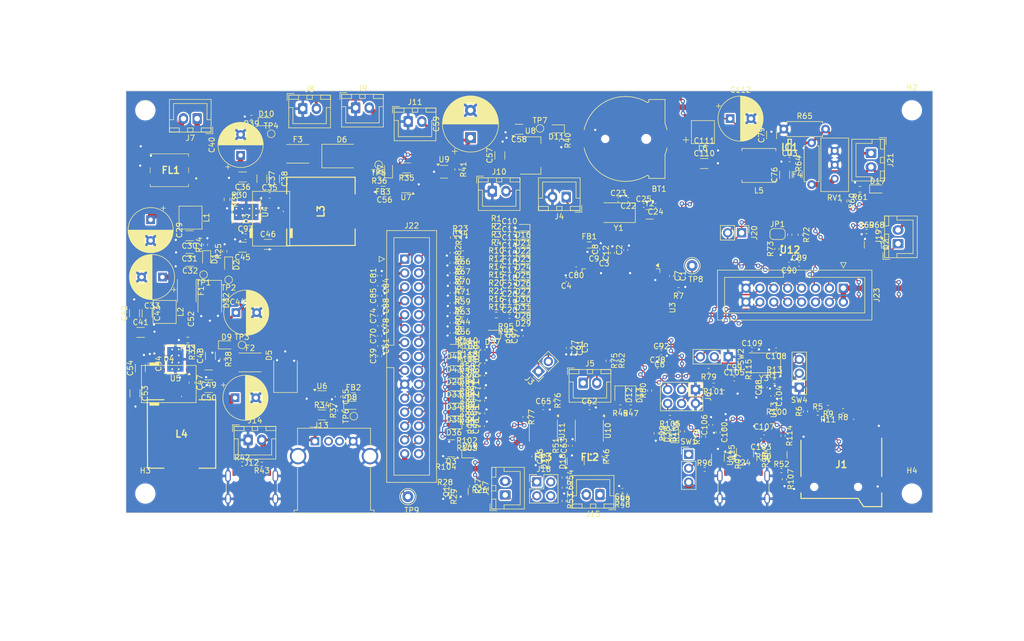
<source format=kicad_pcb>
(kicad_pcb (version 20240108) (generator "pcbnew") (generator_version "8.0")
  (title_block (title "EP5 rearbox ") (date "2024-08-07") (rev "1.0") (company "NTURacing") (comment 1 "郭哲明") (comment 2 "Electrical group") (comment 3 "1.6T/1oz/綠色防焊/白色文字/無鉛噴錫/各5pcs"))
  (layers (0 "F.Cu" signal) (31 "B.Cu" signal) (34 "B.Paste" user) (35 "F.Paste" user) (36 "B.SilkS" user "B.Silkscreen") (37 "F.SilkS" user "F.Silkscreen") (38 "B.Mask" user) (39 "F.Mask" user) (44 "Edge.Cuts" user))
  (net 0 "")
  (net 1 "GND")
  (net 2 "/VBAT")
  (net 3 "+3V3")
  (net 4 "/VDDA_MCU")
  (net 5 "/NRST")
  (net 6 "/OSC_IN")
  (net 7 "/OSC_OUT")
  (net 8 "/OSC32_IN")
  (net 9 "/OSC32_OUT")
  (net 10 "/VCAP1")
  (net 11 "/VCAP2")
  (net 12 "/power/+24V_proCMfilter")
  (net 13 "/24V_measureV")
  (net 14 "/5V_3V3/5V_buck_sw")
  (net 15 "Net-(U4-BOOT)")
  (net 16 "/5V_3V3/5V_buck")
  (net 17 "+24V")
  (net 18 "/5V_3V3/24V_5VbuckIn")
  (net 19 "Net-(U5-BOOT)")
  (net 20 "/5V_3V3/5V_buck_rpi_sw")
  (net 21 "/5V_3V3/5V_buck_rpi")
  (net 22 "Net-(U6-V+)")
  (net 23 "Net-(U7-V+)")
  (net 24 "/5V_3V3/5V_proUPS")
  (net 25 "/steering")
  (net 26 "+5V")
  (net 27 "Net-(C64-Pad1)")
  (net 28 "Net-(C67-Pad1)")
  (net 29 "/APPS1")
  (net 30 "/APPS2")
  (net 31 "/electrical2/BL_SW")
  (net 32 "Net-(IC1-CB)")
  (net 33 "/OilP_1")
  (net 34 "/electrical2/VCC_brakelightprefuse")
  (net 35 "/OilP_2")
  (net 36 "/susp_R1")
  (net 37 "/susp_R2")
  (net 38 "/susp_F1")
  (net 39 "/susp_F2")
  (net 40 "Net-(D1-K)")
  (net 41 "Net-(D2-K)")
  (net 42 "/5V_3V3/5V_premeasure_rpi")
  (net 43 "/5V_3V3/5V_premeasure")
  (net 44 "Net-(D7-K)")
  (net 45 "Net-(D8-K)")
  (net 46 "/5V_3V3/Rpi_Vbus")
  (net 47 "Net-(D9-K)")
  (net 48 "Net-(D10-K)")
  (net 49 "Net-(D11-K)")
  (net 50 "Net-(D12-A)")
  (net 51 "Net-(D13-A)")
  (net 52 "Net-(D17-K)")
  (net 53 "/electrical2/brakelight_outboxP")
  (net 54 "/power/+24V_preCMfilter")
  (net 55 "GNDPWR")
  (net 56 "/electrical2/brakelight_outboxN")
  (net 57 "/SDMMC1_D2")
  (net 58 "/SDMMC1_D3")
  (net 59 "/SDMMC1_CMD")
  (net 60 "/SDMMC1_CK")
  (net 61 "/SDMMC1_D0")
  (net 62 "/SDMMC1_D1")
  (net 64 "/I2C1_SCL")
  (net 65 "/I2C1_SDA")
  (net 66 "/SWDIO")
  (net 67 "/SWLCK")
  (net 70 "Net-(J12-CC2)")
  (net 71 "Net-(J12-CC1)")
  (net 78 "/electrical1/CAN3_L")
  (net 79 "/electrical1/CAN3_H")
  (net 80 "/electrical1/CAN2_L")
  (net 81 "/electrical1/CAN2_H")
  (net 82 "Net-(J18-Pin_2)")
  (net 83 "Net-(J18-Pin_4)")
  (net 84 "/electrical2/buzzer_outbox")
  (net 85 "Net-(JP1-B)")
  (net 86 "Net-(Q1-D)")
  (net 87 "Net-(Q1-G)")
  (net 88 "Net-(Q2-G)")
  (net 89 "/I_measure_5v")
  (net 90 "/I_measure_5vrpi")
  (net 91 "/BOOT0")
  (net 92 "/24V_lowTrig")
  (net 93 "/5V_3V3/5V_buck_FB")
  (net 94 "/5V_3V3/5V_buck_rpi_FB")
  (net 95 "Net-(U9-ST)")
  (net 96 "Net-(U10-STB)")
  (net 97 "Net-(U11-STB)")
  (net 98 "/brake_gate")
  (net 99 "Net-(R64-Pad1)")
  (net 100 "/buzzer_gate")
  (net 104 "/FDCAN3_RX")
  (net 106 "/button1")
  (net 108 "/SPI1_MOSI")
  (net 111 "/button2")
  (net 112 "/button3")
  (net 114 "/FDCAN2_TX")
  (net 116 "/SPI4_MISO")
  (net 117 "/SPI1_MISO")
  (net 118 "/SPI4_SCK")
  (net 123 "/button4")
  (net 124 "/SPI4_MOSI")
  (net 125 "/FDCAN2_RX")
  (net 126 "/FDCAN3_TX")
  (net 127 "/SPI1_SCK")
  (net 130 "/button5")
  (net 140 "/IMU/LSM6D_INT2")
  (net 141 "/IMU/LSM6D_INT1")
  (net 142 "/power/+24V_premeasure")
  (net 143 "Net-(U10-TXD)")
  (net 144 "Net-(U10-RXD)")
  (net 145 "Net-(U11-TXD)")
  (net 146 "Net-(U11-RXD)")
  (net 147 "Net-(U10-CANH)")
  (net 148 "Net-(U10-CANL)")
  (net 149 "Net-(U11-CANH)")
  (net 150 "Net-(U11-CANL)")
  (net 151 "Net-(D20-K)")
  (net 152 "Net-(D16-K)")
  (net 153 "Net-(D21-K)")
  (net 154 "Net-(D22-K)")
  (net 155 "Net-(D23-K)")
  (net 156 "Net-(D24-K)")
  (net 157 "Net-(D25-K)")
  (net 158 "Net-(D26-K)")
  (net 159 "Net-(D27-K)")
  (net 160 "Net-(D28-K)")
  (net 161 "Net-(D29-K)")
  (net 162 "Net-(D30-K)")
  (net 163 "Net-(D31-K)")
  (net 164 "/button6")
  (net 165 "/button7")
  (net 166 "Net-(D40-K)")
  (net 167 "/RTD light gate")
  (net 168 "Net-(D42-K)")
  (net 169 "Net-(D43-K)")
  (net 170 "/SPI1_D{slash}C")
  (net 171 "/SPI1_CS")
  (net 172 "/SPI4_CS")
  (net 173 "/SPI1_LEDPWM")
  (net 174 "/SPI4_LEDPWM")
  (net 175 "Net-(Q3-G)")
  (net 176 "Net-(D33-K)")
  (net 177 "Net-(D34-K)")
  (net 178 "Net-(D35-K)")
  (net 179 "Net-(D36-K)")
  (net 180 "Net-(D37-K)")
  (net 181 "/APPSmicro")
  (net 182 "/RTDlight")
  (net 183 "/APPSmicro_raw")
  (net 184 "/button3_raw")
  (net 185 "/button4_raw")
  (net 186 "/button5_raw")
  (net 187 "/button6_raw")
  (net 188 "/button7_raw")
  (net 189 "/button1_raw")
  (net 190 "/button2_raw")
  (net 191 "/USART1_RX")
  (net 192 "/USART1_TX")
  (net 211 "/stlink/USB_D+")
  (net 212 "Net-(J24-CC1)")
  (net 213 "/stlink/USB_D-")
  (net 214 "Net-(J24-CC2)")
  (net 216 "Net-(SW1-B)")
  (net 217 "Net-(U14-ST)")
  (net 218 "Net-(U13-NRST)")
  (net 219 "/stlink/BOOT0")
  (net 220 "Net-(SW4-B)")
  (net 222 "/stlink/USB_DN")
  (net 223 "/stlink/USB_DP")
  (net 225 "/stlink/USART2_TX")
  (net 226 "/stlink/USART2_RX")
  (net 227 "/stlink/VBUS")
  (net 228 "/stlink/OSC_IN")
  (net 229 "/stlink/OSC_OUT")
  (net 230 "Net-(D38-A)")
  (net 231 "/electrical2/Vin")
  (net 232 "Net-(J22-Pin_28)")
  (net 233 "/SPI1_INT")
  (net 234 "/SPI1_CS2")
  (net 237 "/CAN_RUN")
  (net 238 "/CAN_ERR")
  (net 240 "/USART4_TX")
  (net 242 "/USART4_RX")
  (net 243 "/stlink/LED")
  (net 244 "Net-(Q4-B)")
  (net 245 "Net-(Q4-E)")
  (net 246 "Net-(U13-PC14)")
  (net 247 "Net-(U13-PC13)")
  (net 248 "Net-(U13-PB12)")
  (net 249 "/stlink/t_DIO")
  (net 250 "/stlink/t_CLK")
  (net 251 "/stlink/RENUM")
  (net 252 "Net-(SW2-B)")
  (net 254 "/stlink/S_CLK")
  (net 255 "/stlink/T_SWO")
  (net 256 "/stlink/T_RST")
  (net 257 "/stlink/S_DIO")
  (net 258 "/T_DIO")
  (net 259 "/T_CLK")
  (net 260 "/I2C2_SCL")
  (net 261 "/I2C2_SDA")
  (net 262 "Net-(D14-K)")
  (footprint "Connector_JST:JST_XH_B2B-XH-A_1x02_P2.50mm_Vertical" (layer "F.Cu") (at 160.8836 99.6188)
    (property "Reference" "J5")
    (property "Value" "USART3")
  )
  (footprint "LED_SMD:LED_0603_1608Metric" (layer "F.Cu") (at 175.895 109.0422 -90)
    (property "Reference" "D14")
    (property "Value" "RED led")
  )
  (footprint "Connector_USB:USB_C_Receptacle_GCT_USB4105-xx-A_16P_TopMnt_Horizontal" (layer "F.Cu") (at 100.352 119.6926)
    (property "Reference" "J12")
    (property "Value" "USBC_RPI_5Vonly")
  )
  (footprint "Diode_SMD:D_SOD-523" (layer "F.Cu") (at 149.9108 84.5058 180)
    (property "Reference" "D31")
    (property "Value" "zener 3.6V")
  )
  (footprint "SamacSys_Parts_EP6:ACM70V7012PLTL00" (layer "F.Cu") (at 85.3186 60.7568 180)
    (property "Reference" "FL1")
    (property "Value" "ACM70V-701-2PL-TL00" (hide yes))
  )
  (footprint "Capacitor_SMD:C_0402_1005Metric" (layer "F.Cu") (at 164.713082 76.623398 180)
    (property "Reference" "C3")
    (property "Value" "0u1")
  )
  (footprint "Capacitor_SMD:C_0402_1005Metric" (layer "F.Cu") (at 147.4373 72.7156)
    (property "Reference" "C11")
    (property "Value" "1u")
  )
  (footprint "Resistor_SMD:R_0402_1005Metric" (layer "F.Cu") (at 196.215 103.7336 180)
    (property "Reference" "R100")
    (property "Value" "10k")
  )
  (footprint "Resistor_SMD:R_0603_1608Metric" (layer "F.Cu") (at 138.874 86.995 180)
    (property "Reference" "R44")
    (property "Value" "150R 1%")
  )
  (footprint "Capacitor_SMD:C_0402_1005Metric" (layer "F.Cu") (at 193.3702 110.1598 180)
    (property "Reference" "C103")
    (property "Value" "10u 6V")
  )
  (footprint "Capacitor_SMD:C_0402_1005Metric" (layer "F.Cu") (at 162.858882 75.759798 180)
    (property "Reference" "C9")
    (property "Value" "10u 6V")
  )
  (footprint "Capacitor_SMD:C_1206_3216Metric" (layer "F.Cu") (at 98.679 74.8048 180)
    (property "Reference" "C45")
    (property "Value" "10u 35V")
  )
  (footprint "Inductor_SMD:L_0805_2012Metric" (layer "F.Cu") (at 118.9228 101.981)
    (property "Reference" "FB2")
    (property "Value" "FerriteBead GZ1608D601TF")
  )
  (footprint "Capacitor_SMD:C_0402_1005Metric" (layer "F.Cu") (at 136.9314 79.4994 -90)
    (property "Reference" "C86")
    (property "Value" "330p")
  )
  (footprint "Resistor_SMD:R_0402_1005Metric" (layer "F.Cu") (at 197.4088 109.2434 -90)
    (property "Reference" "R114")
    (property "Value" "10k")
  )
  (footprint "Connector_PinHeader_2.54mm:PinHeader_1x02_P2.54mm_Vertical" (layer "F.Cu") (at 152.7302 97.4852 135)
    (property "Reference" "J3")
    (property "Value" "I2C2")
  )
  (footprint "Package_TO_SOT_SMD:SOT-23" (layer "F.Cu") (at 213.7918 74.3712 -90)
    (property "Reference" "Q2")
    (property "Value" "2N7002")
  )
  (footprint "Resistor_SMD:R_0603_1608Metric" (layer "F.Cu") (at 145.0243 76.8812)
    (property "Reference" "R10")
    (property "Value" "10k")
  )
  (footprint "Resistor_SMD:R_0402_1005Metric" (layer "F.Cu") (at 184.7088 99.9998 180)
    (property "Reference" "R101")
    (property "Value" "100R")
  )
  (footprint "Diode_SMD:D_SOD-523" (layer "F.Cu") (at 149.9108 81.5848 180)
    (property "Reference" "D27")
    (property "Value" "zener 3.6V")
  )
  (footprint "Fuse:Fuse_1206_3216Metric" (layer "F.Cu") (at 199.9742 61.5696 -90)
    (property "Reference" "F4")
    (property "Value" "1A")
  )
  (footprint "Diode_SMD:D_SOD-523" (layer "F.Cu") (at 149.9108 72.7156 180)
    (property "Reference" "D21")
    (property "Value" "zener 3.6V")
  )
  (footprint "LED_SMD:LED_0603_1608Metric" (layer "F.Cu") (at 137.31948 97.991201 180)
    (property "Reference" "D20")
    (property "Value" "WHITE Button")
  )
  (footprint "Resistor_SMD:R_0402_1005Metric" (layer "F.Cu") (at 139.678 110.3122 180)
    (property "Reference" "R103")
    (property "Value" "100k")
  )
  (footprint "Resistor_SMD:R_0402_1005Metric" (layer "F.Cu") (at 214.5132 71.9328)
    (property "Reference" "R68")
    (property "Value" "100k")
  )
  (footprint "SamacSys_Parts:SRR1260A220M" (layer "F.Cu") (at 87.5304 108.928)
    (property "Reference" "L4")
    (property "Value" "22uH 3.7A (SRF1260-220M)" (hide yes))
  )
  (footprint "Capacitor_SMD:C_0603_1608Metric" (layer "F.Cu") (at 103.6193 65.3687)
    (property "Reference" "C35")
    (property "Value" "10n")
  )
  (footprint "Capacitor_SMD:C_1206_3216Metric" (layer "F.Cu") (at 89.0016 75.057 180)
    (property "Reference" "C31")
    (property "Value" "10u 35V")
  )
  (footprint "Crystal:Crystal_SMD_5032-2Pin_5.0x3.2mm" (layer "F.Cu") (at 193.9036 95.9358 180)
    (property "Reference" "Y3")
    (property "Value" "8MHz X49SM8MSD2SC")
  )
  (footprint "Resistor_SMD:R_0402_1005Metric" (layer "F.Cu") (at 139.73248 103.2764)
    (property "Reference" "R84")
    (property "Value" "10k")
  )
  (footprint "Resistor_SMD:R_0402_1005Metric" (layer "F.Cu") (at 141.605 105.181401 90)
    (property "Reference" "R88")
    (property "Value" "10k")
  )
  (footprint "Capacitor_SMD:C_0402_1005Metric" (layer "F.Cu") (at 184.2008 107.2642 90)
    (property "Reference" "C106")
    (property "Value" "0u1")
  )
  (footprint "Package_TO_SOT_SMD:SOT-23" (layer "F.Cu") (at 196.5706 112.7529 90)
    (property "Reference" "Q4")
    (property "Value" "SS9013")
  )
  (footprint "Capacitor_SMD:C_1206_3216Metric" (layer "F.Cu") (at 98.7044 61.9778 180)
    (property "Reference" "C36")
    (property "Value" "22u 25V")
  )
  (footprint "Package_TO_SOT_SMD:SOT-23" (layer "F.Cu") (at 159.5222 113.9359 90)
    (property "Reference" "D18")
    (property "Value" "NUP2105L")
  )
  (footprint "Capacitor_SMD:C_0402_1005Metric" (layer "F.Cu") (at 142.50108 107.518202 90)
    (property "Reference" "C96")
    (property "Value" "330p")
  )
  (footprint "Resistor_SMD:R_0402_1005Metric" (layer "F.Cu") (at 166.7764 95.5294 -90)
    (property "Reference" "R62")
    (property "Value" "100R")
  )
  (footprint "Capacitor_SMD:C_0402_1005Metric" (layer "F.Cu") (at 136.9314 75.8496 -90)
    (property "Reference" "C82")
    (property "Value" "330p")
  )
  (footprint "Resistor_SMD:R_0603_1608Metric" (layer "F.Cu") (at 138.874 88.8238 180)
    (property "Reference" "R56")
    (property "Value" "150R 1%")
  )
  (footprint "Resistor_SMD:R_0402_1005Metric" (layer "F.Cu") (at 139.78328 94.005399)
    (property "Reference" "R108")
    (property "Value" "10k")
  )
  (footprint "Resistor_SMD:R_0402_1005Metric" (layer "F.Cu") (at 189.9412 97.1296 -90)
    (property "Reference" "R115")
    (property "Value" "10k")
  )
  (footprint "Capacitor_SMD:C_0402_1005Metric" (layer "F.Cu") (at 188.468 97.917)
    (property "Reference" "C99")
    (property "Value" "10u 6V")
  )
  (footprint "Inductor_SMD:L_Bourns_SRN6045TA" (layer "F.Cu") (at 192.981702 59.883 180)
    (property "Reference" "L5")
    (property "Value" "47u 1.6A (SRN6045TA-470M)")
  )
  (footprint "Capacitor_SMD:C_0402_1005Metric" (layer "F.Cu") (at 147.4373 77.1352)
    (property "Reference" "C15")
    (property "Value" "1u")
  )
  (footprint "Capacitor_SMD:C_0402_1005Metric" (layer "F.Cu") (at 200.3298 77.9272)
    (property "Reference" "C89")
    (property "Value" "0u1")
  )
  (footprint "Capacitor_SMD:C_1206_3216Metric" (layer "F.Cu") (at 183.007 59.5376)
    (property "Reference" "C110")
    (property "Value" "10u 35V")
  )
  (footprint "Capacitor_SMD:C_0402_1005Metric" (layer "F.Cu") (at 167.2844 66.1162)
    (property "Reference" "C23")
    (property "Value" "30p")
  )
  (footprint "Capacitor_SMD:C_1206_3216Metric" (layer "F.Cu") (at 79.0214 101.513 -90)
    (property "Reference" "C53")
    (property "Value" "10u 35V")
  )
  (footprint "Resistor_SMD:R_0402_1005Metric" (layer "F.Cu") (at 139.7508 104.622602)
    (property "Reference" "R89")
    (property "Value" "1k")
  )
  (footprint "Resistor_SMD:R_0402_1005Metric" (layer "F.Cu") (at 205.6384 104.0892 180)
    (property "Reference" "R9")
    (property "Value" "4k7")
  )
  (footprint "Connector_IDC:IDC-Header_2x15_P2.54mm_Vertical" (layer "F.Cu") (at 128.2954 76.9874)
    (property "Reference" "J22")
    (property "Value" "connector board")
  )
  (footprint "Connector_JST:JST_XH_B2B-XH-A_1x02_P2.50mm_Vertical" (layer "F.Cu") (at 99.695 110.0074)
    (property "Reference" "J14")
    (property "Value" "Rpi")
  )
  (footprint "Capacitor_SMD:C_1206_3216Metric" (layer "F.Cu") (at 92.4834 98.133 180)
    (property "Reference" "C49")
    (property "Value" "22u 25V")
  )
  (footprint "Capacitor_SMD:C_0402_1005Metric" (layer "F.Cu") (at 175.152482 94.073198)
    (property "Reference" "C92")
    (property "Value" "10u 6V")
  )
  (footprint "Capacitor_SMD:C_0402_1005Metric" (layer "F.Cu") (at 196.1134 93.5736 180)
    (property "Reference" "C108")
    (property "Value" "30p")
  )
  (footprint "Capacitor_SMD:C_0402_1005Metric" (layer "F.Cu") (at 185.547 108.6104 -90)
    (property "Reference" "C100")
    (property "Value" "10u 6V")
  )
  (footprint "Resistor_SMD:R_0402_1005Metric" (layer "F.Cu") (at 157.4038 121.1808 -90)
    (property "Reference" "R53")
    (property "Value" "60R")
  )
  (footprint "Capacitor_SMD:C_0402_1005Metric" (layer "F.Cu") (at 158.5468 111.0742 90)
    (property "Reference" "C63")
    (property "Value" "0u1")
  )
  (footprint "Capacitor_SMD:C_0402_1005Metric" (layer "F.Cu") (at 149.5572 91.0082 90)
    (property "Reference" "C97")
    (property "Value" "330p")
  )
  (footprint "Capacitor_SMD:C_0402_1005Metric" (layer "F.Cu") (at 136.9314 84.9858 -90)
    (property "Reference" "C77")
    (property "Value" "330p")
  )
  (footprint "Resistor_SMD:R_0402_1005Metric" (layer "F.Cu") (at 140.5128 118.4402 -90)
    (property "Reference" "R27")
    (property "Value" "20k")
  )
  (footprint "Capacitor_SMD:C_0402_1005Metric" (layer "F.Cu") (at 147.4373 81.5548)
    (property "Reference" "C18")
    (property "Value" "1u")
  )
  (footprint "Fuse:Fuse_2512_6332Metric_Pad1.52x3.35mm_HandSolder" (layer "F.Cu") (at 88.4936 82.7786 -90)
    (property "Reference" "F1")
    (property "Value" "0.5A")
  )
  (footprint "Package_TO_SOT_SMD:SOT-23-6" (layer "F.Cu") (at 190.439 112.3243 90)
    (property "Reference" "U15")
    (property "Value" "USBLC6-2SC6")
  )
  (footprint "TestPoint:TestPoint_Loop_D2.50mm_Drill1.0mm" (layer "F.Cu") (at 128.8796 120.3706)
    (property "Reference" "TP9")
    (property "Value" "peripheral")
  )
  (footprint "LED_SMD:LED_0603_1608Metric" (layer "F.Cu") (at 155.9815 53.2009 180)
    (property "Reference" "D11")
    (property "Value" "RED 3V3")
  )
  (footprint "Capacitor_SMD:C_0402_1005Metric" (layer "F.Cu") (at 171.9326 67.183)
    (property "Reference" "C25")
    (property "Value" "15p")
  )
  (footprint "Connector_JST:JST_XH_B2B-XH-A_1x02_P2.50mm_Vertical" (layer "F.Cu") (at 119.3292 49.3522)
    (property "Reference" "J9")
    (property "Value" "5Vout")
  )
  (footprint "Connector_PinHeader_2.54mm:PinHeader_1x02_P2.54mm_Vertical" (layer "F.Cu") (at 189.8192 72.1868 -90)
    (property "Reference" "J20")
    (property "Value" "I2C")
  )
  (footprint "Package_QFP:LQFP-48_7x7mm_P0.5mm" (layer "F.Cu") (at 189.865 104.521 -90)
    (property "Reference" "U13")
    (property "Value" "STM32F103CBTx")
  )
  (footprint "Capacitor_SMD:C_0402_1005Metric" (layer "F.Cu") (at 191.7192 93.5228)
    (property "Reference" "C109")
    (property "Value" "30p")
  )
  (footprint "Connector_IDC:IDC-Header_2x08_P2.54mm_Vertical" (layer "F.Cu") (at 208.407 82.296 -90)
    (property "Reference" "J23")
    (property "Value" "Conn_01x16")
  )
  (footprint "Resistor_SMD:R_0402_1005Metric" (layer "F.Cu") (at 135.8172 113.7666 180)
    (property "Reference" "R104")
    (property "Value" "1k")
  )
  (footprint "Resistor_SMD:R_0402_1005Metric" (layer "F.Cu") (at 196.2658 75.1332 90)
    (property "Reference" "R73")
    (property "Value" "10k")
  )
  (footprint "Resistor_SMD:R_0402_1005Metric" (layer "F.Cu") (at 173.0248 100.9904 90)
    (property "Reference" "R80")
    (property "Value" "100R")
  )
  (footprint "Resistor_SMD:R_0603_1608Metric" (layer "F.Cu") (at 145.0243 85.7204)
    (property "Reference" "R16")
    (property "Value" "10k")
  )
  (footprint "LED_SMD:LED_0603_1608Metric" (layer "F.Cu") (at 137.37028 93.2942 180)
    (property "Reference" "D42")
    (property "Value" "WHITE Button")
  )
  (footprint "Resistor_SMD:R_0402_1005Metric" (layer "F.Cu") (at 123.666374 61.5292 180)
    (property "Reference" "R36")
    (property "Value" "1k")
  )
  (footprint "Resistor_SMD:R_0402_1005Metric" (layer "F.Cu") (at 197.6374 117.1956 -90)
    (property "Reference" "R107")
    (property "Value" "39k")
  )
  (footprint "Resistor_SMD:R_0402_1005Metric" (layer "F.Cu") (at 141.986 117.983 180)
    (property "Reference" "R26")
    (property "Value" "10k")
  )
  (footprint "Resistor_SMD:R_0603_1608Metric" (layer "F.Cu") (at 145.0243 70.9884)
    (property "Reference" "R1")
    (property "Value" "10k")
  )
  (footprint "TestPoint:TestPoint_Pad_D1.0mm" (layer "F.Cu") (at 98.5774 92.6592)
    (property "Reference" "TP3")
    (property "Value" "5V_buck_rpi")
  )
  (footprint "Connector_JST:JST_XH_B2B-XH-A_1x02_P2.50mm_Vertical" (layer "F.Cu") (at 163.957 120.015 180)
    (property "Reference" "J15")
    (property "Value" "CAN3")
  )
  (footprint "Capacitor_SMD:C_0402_1005Metric" (layer "F.Cu") (at 174.4726 96.5708)
    (property "Reference" "C28")
    (property "Value" "2u2 6V")
  )
  (footprint "Capacitor_SMD:C_0402_1005Metric" (layer "F.Cu") (at 147.4373 71.2424)
    (property "Reference" "C10")
    (property "Value" "1u")
  )
  (footprint "LED_SMD:LED_0805_2012Metric" (layer "F.Cu") (at 167.64 101.8286 -90)
    (property "Reference" "D12")
    (property "Value" "GREEN CANopen_RUN")
  )
  (footprint "Capacitor_SMD:C_0402_1005Metric" (layer "F.Cu") (at 142.57728 93.573599 90)
    (property "Reference" "C101")
    (property "Value" "330p")
  )
  (footprint "Resistor_SMD:R_0603_1608Metric" (layer "F.Cu") (at 145.0243 82.774)
    (property "Reference" "R20")
    (property "Value" "1k")
  )
  (footprint "Capacitor_SMD:C_0402_1005Metric" (layer "F.Cu") (at 147.4373 84.5012)
    (property "Reference" "C26")
    (property "Value" "1u")
  )
  (footprint "Connector_PinHeader_2.54mm:PinHeader_2x02_P2.54mm_Vertical" (layer "F.Cu") (at 152.4254 117.6782)
    (property "Reference" "J18")
    (property "Value" "CAN2_termination")
  )
  (footprint "Capacitor_THT:CP_Radial_D8.0mm_P3.80mm" (layer "F.Cu") (at 81.8896 69.7992 -90)
    (property "Reference" "C29")
    (property "Value" "220u 35V")
  )
  (footprint "Capacitor_SMD:C_0402_1005Metric" (layer "F.Cu") (at 136.9314 86.8146 -90)
    (property "Reference" "C51")
    (property "Value" "330p")
  )
  (footprint "Capacitor_SMD:C_0402_1005Metric" (layer "F.Cu") (at 142.55188 96.012 90)
    (property "Reference" "C102")
    (property "Value" "330p")
  )
  (footprint "Capacitor_SMD:C_1206_3216Metric" (layer "F.Cu") (at 103.3272 74.2968)
    (property "Reference" "C46")
    (property "Value" "10u 35V")
  )
  (footprint "Resistor_SMD:R_0603_1608Metric" (layer "F.Cu") (at 95.8469 66.1053 -90)
    (property "Reference" "R31")
    (property "Value" "15k 1%")
  )
  (footprint "Package_SO:TI_SO-PowerPAD-8_ThermalVias" (layer "F.Cu") (at 99.3487 68.3817 -90)
    (property "Reference" "U4")
    (property "Value" "TPS5430DDA")
  )
  (footprint "Capacitor_SMD:C_0402_1005Metric" (layer "F.Cu") (at 136.9314 90.4748 -90)
    (property "Reference" "C69")
    (property "Value" "330p")
  )
  (footprint "Capacitor_SMD:C_0402_1005Metric" (layer "F.Cu") (at 147.4373 86.0298)
    (property "Reference" "C19")
    (property "Value" "1u")
  )
  (footprint "Capacitor_SMD:C_0402_1005Metric" (layer "F.Cu") (at 188.468 98.8568)
    (property "Reference" "C105")
    (property "Value" "0u1")
  )
  (footprint "Resistor_SMD:R_0603_1608Metric" (layer "F.Cu") (at 138.874 85.1662 180)
    (property "Reference" "R63")
    (property "Value" "150R 1%")
  )
  (footprint "Capacitor_SMD:C_0402_1005Metric" (layer "F.Cu") (at 142.52648 102.844602 90)
    (property "Reference" "C72")
    (property "Value" "330p")
  )
  (footprint "LED_SMD:LED_0603_1608Metric" (layer "F.Cu") (at 144.3502 90.7288 180)
    (property "Reference" "D37")
    (property "Value" "WHITE Button")
  )
  (footprint "Resistor_SMD:R_0402_1005Metric" (layer "F.Cu") (at 208.3562 104.6988 180)
    (property "Reference" "R8")
    (property "Value" "4k7")
  )
  (footprint "Capacitor_SMD:C_0402_1005Metric" (layer "F.Cu") (at 169.1386 66.1162 180)
    (property "Reference" "C22")
    (property "Value" "30p")
  )
  (footprint "Resistor_SMD:R_0402_1005Metric" (layer "F.Cu") (at 165.4302 95.5548 -90)
    (property "Reference" "R75")
    (property "Value" "100R")
  )
  (footprint "LED_SMD:LED_0805_2012Metric" (layer "F.Cu") (at 169.545 101.8286 -90)
    (property "Reference" "D13")
    (property "Value" "RED CANopen_ERR")
  )
  (footprint "Capacitor_SMD:C_0402_1005Metric" (layer "F.Cu") (at 164.255882 75.200998 90)
    (property "Reference" "C8")
    (property "Value" "0u1")
  )
  (footprint "Resistor_SMD:R_0402_1005Metric" (layer "F.Cu") (at 141.58668 102.870001 90)
    (property "Reference" "R85")
    (property "Value" "10k")
  )
  (footprint "Capacitor_SMD:C_0402_1005Metric" (layer "F.Cu") (at 177.9524 80.0608 -90)
    (property "Reference" "C1")
    (property "Value" "10u 6V")
  )
  (footprint "Resistor_SMD:R_0402_1005Metric" (layer "F.Cu") (at 146.7632 90.4748)
    (property "Reference" "R95")
    (property "Value" "1k")
  )
  (footprint "Resistor_SMD:R_0402_1005Metric" (layer "F.Cu") (at 183.8198 97.3328 180)
    (property "Reference" "R79")
    (property "Value" "100R")
  )
  (footprint "Capacitor_SMD:C_0402_1005Metric" (layer "F.Cu") (at 123.7234 87.3506 90)
    (property "Reference" "C74")
    (property "Value" "0u1")
  )
  (footprint "PCM_Inductor_SMD_AKL:L_Wuerth_MAPI-3015" (layer "F.Cu") (at 182.753 53.7972 180)
    (property "Reference" "L6")
    (property "Value" "1u SRN3015-1R0Y" (hide yes))
  )
  (footprint "Resistor_SMD:R_0603_1608Metric" (layer "F.Cu") (at 145.0243 87.1936)
    (property "Reference" "R19")
    (property "Value" "10k")
  )
  (footprint "Resistor_SMD:R_0402_1005Metric" (layer "F.Cu") (at 102.2096 114.4524 180)
    (property "Reference" "R43")
    (property "Value" "56k")
  )
  (footprint "Resistor_SMD:R_0603_1608Metric" (layer "F.Cu") (at 138.874 76.0274 180)
    (property "Reference" "R66")
    (property "Value" "150R 1%")
  )
  (footprint "Package_SO:TI_SO-PowerPAD-8_ThermalVias" (layer "F.Cu") (at 86.4204 95.2896 180)
    (property "Reference" "U5")
    (property "Value" "TPS5430DDA")
  )
  (footprint "Capacitor_SMD:C_0402_1005Metric" (layer "F.Cu") (at 195.5292 102.0064 -90)
    (property "Reference" "C104")
    (property "Value" "0u1")
  )
  (footprint "Resistor_SMD:R_0402_1005Metric" (layer "F.Cu") (at 200.5156 72.5424 -90)
    (property "Reference" "R72")
    (property "Value" "3k3")
  )
  (footprint "Capacitor_SMD:C_0402_1005Metric" (layer "F.Cu") (at 193.929 108.7628)
    (property "Reference" "C107")
    (property "Value" "0u1")
  )
  (footprint "Resistor_SMD:R_0402_1005Metric" (layer "F.Cu") (at 146.7632 91.439998)
    (property "Reference" "R93")
    (property "Value" "10k")
  )
  (footprint "Package_TO_SOT_SMD:SOT-23" (layer "F.Cu") (at 138.3182 119.4331 90)
    (property "Reference" "Q1")
    (property "Value" "AO3400A")
  )
  (footprint "LED_SMD:LED_0603_1608Metric" (layer "F.Cu") (at 137.29408 107.238802 180)
    (property "Reference" "D36")
    (property "Value" "WHITE Button")
  )
  (footprint "Diode_SMD:D_SOD-523" (layer "F.Cu") (at 149.9362 86.0298 180)
    (property "Reference" "D28")
    (property "Value" "zener 3.6V")
  )
  (footprint "Resistor_SMD:R_0402_1005Metric" (layer "F.Cu") (at 141.58668 100.584001 90)
    (property "Reference" "R82")
    (property "Value" "10k")
  )
  (footprint "Resistor_SMD:R_0402_1005Metric" (layer "F.Cu") (at 205.613 105.1306 180)
    (property "Reference" "R11")
    (property "Value" "4k7")
  )
  (footprint "Resistor_SMD:R_0402_1005Metric" (layer "F.Cu") (at 94.9452 95.2734 -90)
    (property "Reference" "R38")
    (property "Value" "1k")
  )
  (footprint "Diode_SMD:D_SOD-523" (layer "F.Cu") (at 149.9108 71.247 180)
    (property "Reference" "D16")
    (property "Value" "zener 3.6V")
  )
  (footprint "Capacitor_SMD:C_1206_3216Metric" (layer "F.Cu") (at 80.0608 90.3732)
    (property "Reference" "C41")
    (property "Value" "10u 35V")
  )
  (footprint "LED_SMD:LED_0603_1608Metric" (layer "F.Cu") (at 103.0224 51.8922)
    (property "Reference" "D10")
    (property "Value" "RED 5V")
  )
  (footprint "PCM_Diode_SMD_AKL:D_SMC" (layer "F.Cu") (at 103.8987 69.6105 90)
    (property "Reference" "D3")
    (property "Value" "SS54" (hide yes))
  )
  (footprint "Capacitor_SMD:C_0402_1005Metric" (layer "F.Cu") (at 157.4038 118.7424 -90)
    (property "Reference" "C67")
    (property "Value" "47n")
  )
  (footprint "Package_TO_SOT_SMD:SOT-23" (layer "F.Cu") (at 156.1186 113.9359 90)
    (property "Reference" "D19")
    (property "Value" "NUP2105L")
  )
  (footprint "Package_TO_SOT_SMD:SOT-23-5" (layer "F.Cu") (at 113.1824 102.5906)
    (property "Reference" "U6")
    (property "Value" "INA180A3")
  )
  (footprint "Resistor_SMD:R_0603_1608Metric" (layer "F.Cu") (at 145.0243 84.2472)
    (property "Reference" "R21")
    (property "Value" "1k")
  )
  (footprint "MountingHole:MountingHole_3.2mm_M3" (layer "F.Cu") (at 220.9244 119.8118)
    (property "Reference" "H4")
    (property "Value" "MountingHole")
  )
  (footprint "Resistor_SMD:R_0603_1608Metric" (layer "F.Cu") (at 145.0243 81.3008)
    (property "Reference" "R15")
    (property "Value" "10k")
  )
  (footprint "Resistor_SMD:R_0402_1005Metric" (layer "F.Cu") (at 136.1186 120.3706 -90)
    (property "Reference" "R29")
    (property "Value" "1k")
  )
  (footprint "Resistor_SMD:R_0402_1005Metric" (layer "F.Cu") (at 139.78328 93.0402)
    (property "Reference" "R110")
    (property "Value" "1k")
  )
  (footprint "Resistor_SMD:R_0603_1608Metric" (layer "F.Cu") (at 145.0243 78.3544)
    (property "Reference" "R12")
    (property "Value" "10k")
  )
  (footprint "SamacSys_Parts_EP6:EXCX4CE900U" (layer "F.Cu") (at 153.5532 113.3517 180)
    (property "Reference" "FL3")
    (property "Value" "EXC-X4CE900U" (hide yes))
  )
  (footprint "LED_SMD:LED_0603_1608Metric" (layer "F.Cu") (at 137.31948 100.279202 180)
    (property "Reference" "D33")
    (property "Value" "WHITE Button")
  )
  (footprint "Capacitor_SMD:C_0603_1608Metric" (layer "F.Cu") (at 81.917 96.0774 -90)
    (property "Reference" "C94")
    (property "Value" "0u1")
  )
  (footprint "Resistor_SMD:R_0603_1608Metric" (layer "F.Cu") (at 88.6834 91.7844 180)
    (property "Reference" "R33")
    (property "Value" "15k 1%")
  )
  (footprint "Resistor_SMD:R_0402_1005Metric" (layer "F.Cu") (at 139.73248 100.9904)
    (property "Reference" "R81")
    (property "Value" "10k")
  )
  (footprint "Capacitor_THT:CP_Radial_D10.0mm_P5.00mm" (layer "F.Cu") (at 140.3096 54.8132 90)
    (property "Reference" "C59")
    (property "Value" "10000V 6.3V")
  )
  (footprint "Crystal:Crystal_SMD_5032-2Pin_5.0x3.2mm" (layer "F.Cu") (at 167.3606 68.5038 180)
    (property "Reference" "Y1")
    (property "Value" "8MHz X49SM8MSD2SC")
  )
  (footprint "Capacitor_SMD:C_0402_1005Metric" (layer "F.Cu") (at 123.7234 92.8624 -90)
    (property "Reference" "C61")
    (property "Value" "0u1")
  )
  (footprint "Resistor_SMD:R_0402_1005Metric" (layer "F.Cu") (at 139.73248 100.025202)
    (property "Reference" "R83")
    (property "Value" "1k")
  )
  (footprint "Resistor_SMD:R_0402_1005Metric" (layer "F.Cu") (at 195.8086 99.3648)
    (property "Reference" "R17")
    (property "Value" "10k")
  )
  (footprint "Resistor_SMD:R_0402_1005Metric" (layer "F.Cu") (at 168.0464 120.65 180)
    (property "Reference" "R48")
    (property "Value" "60R")
  )
  (footprint "Fuse:Fuse_2512_6332Metric_Pad1.52x3.35mm_HandSolder" (layer "F.Cu") (at 100.0506 95.8596)
    (property "Reference" "F2")
    (property "Value" "3A")
  )
  (footprint "Capacitor_SMD:C_0402_1005Metric" (layer "F.Cu") (at 159.6136 78.7908 180)
    (property "Reference" "C80")
    (property "Value" "10u 6V")
  )
  (footprint "Capacitor_SMD:C_0603_1608Metric" (layer "F.Cu") (at 99.2378 72.8998)
    (property "Reference" "C93")
    (property "Value" "0u1")
  )
  (footprint "Capacitor_SMD:C_1206_3216Metric" (layer "F.Cu") (at 81.2546 86.8934 -90)
    (property "Reference" "C43")
    (property "Value" "10u 35V")
  )
  (footprint "Capacitor_SMD:C_1206_3216Metric" (layer "F.Cu") (at 149.1742 53.2771 180)
    (property "Reference" "C58")
    (property "Value" "47u 10V")
  )
  (footprint "Capacitor_SMD:C_1206_3216Metric" (layer "F.Cu") (at 104.521 62.3334 -90)
    (property "Reference" "C38")
    (property "Value" "22u 25V")
  )
  (footprint "LED_SMD:LED_0603_1608Metric" (layer "F.Cu") (at 140.2115 112.5474)
    (property "Reference" "D40")
    (property "Value" "YELLOW RTD light")
  )
  (footprint "Connector_JST:JST_XH_B2B-XH-A_1x02_P2.50mm_Vertical" (layer "F.Cu") (at 90.384 51.3334 180)
    (property "Reference" "J7")
    (property "Value" "LVBattery")
  )
  (footprint "Connector_USB:USB_A_Molex_67643_Horizontal" (layer "F.Cu") (at 111.887 110.2614)
    (property "Reference" "J13")
    (property "Value" "USBA_RPI_5Vonly")
  )
  (footprint "Capacitor_SMD:C_0402_1005Metric" (layer "F.Cu") (at 147.4373 78.6084)
    (property "Reference" "C16")
    (property "Value" "1u")
  )
  (footprint "Resistor_SMD:R_0402_1005Metric" (layer "F.Cu") (at 95.4278 75.565 90)
    (property "Reference" "R25")
    (property "Value" "10k")
  )
  (footprint "Package_TO_SOT_SMD:SOT-363_SC-70-6" (layer "F.Cu") (at 185.4962 113.2586 -90)
    (property "Reference" "U14")
    (property "Value" "LM66100DCK")
  )
  (footprint "Resistor_SMD:R_0603_1608Metric" (layer "F.Cu") (at 138.874 79.6798 180)
    (property "Reference" "R70")
    (property "Value" "150R 1%")
  )
  (footprint "Diode_SMD:D_SOD-523" (layer "F.Cu") (at 149.9108 75.662 180)
    (property "Reference" "D23")
    (property "Value" "zener 3.6V")
  )
  (footprint "Capacitor_SMD:C_0402_1005Metric" (layer "F.Cu") (at 136.9314 81.3282 -90)
    (property "Reference" "C87")
    (property "Value" "330p")
  )
  (footprint "Resistor_SMD:R_0603_1608Metric" (layer "F.Cu") (at 98.0821 63.8701 180)
    (property "Reference" "R30")
    (property "Value" "47k 1%")
  )
  (footprint "Resistor_SMD:R_0402_1005Metric" (layer "F.Cu") (at 150.2918 105.8418 -90)
    (property "Reference" "R77")
    (property "Value" "100R")
  )
  (footprint "Package_TO_SOT_SMD:SOT-23" (layer "F.Cu") (at 136.7824 111.5455 180)
    (property "Reference" "Q3")
    (property "Value" "2N7002")
  )
  (footprint "Capacitor_SMD:C_1206_3216Metric" (layer "F.Cu") (at 92.8136 94.6532 90)
    (property "Reference" "C48")
    (property "Value" "22u 25V")
  )
  (footprint "LED_SMD:LED_0603_1608Metric" (layer "F.Cu") (at 92.1258 76.9366 -90)
    (property "Reference" "D1")
    (property "Value" "RED 24VpreFuse")
  )
  (footprint "MountingHole:MountingHole_3.2mm_M3" (layer "F.Cu") (at 80.9244 119.8118)
    (property "Reference" "H3")
    (property "Value" "MountingHole")
  )
  (footprint "Resistor_SMD:R_0402_1005Metric" (layer "F.Cu") (at 139.73248 102.311202)
    (property "Reference" "R86")
    (property "Value" "1k")
  )
  (footprint "Capacitor_SMD:C_0402_1005Metric" (layer "F.Cu") (at 123.7234 83.693 90)
    (property "Reference" "C85")
    (property "Value" "0u1")
  )
  (footprint "Resistor_SMD:R_0402_1005Metric" (layer "F.Cu") (at 157.0736 111.0488 90)
    (property "Reference" "R51")
    (property "Value" "10k")
  )
  (footprint "Resistor_SMD:R_0603_1608Metric" (layer "F.Cu") (at 138.874 81.534 180)
    (property "Reference" "R71")
    (property "Value" "150R 1%")
  )
  (footprint "TestPoint:TestPoint_Pad_D1.0mm" (layer "F.Cu") (at 96.139 80.772 180)
    (property "Reference" "TP2")
    (property "Value" "24V")
  )
  (footprint "Resistor_SMD:R_0603_1608Metric" (layer "F.Cu") (at 208.534 66.3702 -90)
    (property "Reference" "R60")
    (property "Value" "100k")
  )
  (footprint "Capacitor_THT:CP_Radial_D8.0mm_P3.80mm" (layer "F.Cu") (at 187.732149 51.3334)
    (property "Reference" "C112")
    (property "Value" "220u 35V")
  )
  (footprint "Capacitor_SMD:C_0402_1005Metric" (layer "F.Cu") (at 136.9314 88.6434 -90)
    (property "Reference" "C60")
    (property "Value" "330p")
  )
  (footprint "PCM_Inductor_SMD_AKL:L_Wuerth_MAPI-3015" (layer "F.Cu") (at 84.455 86.6394 -90)
    (property "Reference" "L2")
    (property "Value" "1u SRN3015-1R0Y" (hide yes))
  )
  (footprint "Resistor_SMD:R_0603_1608Metric" (layer "F.Cu") (at 211.431251 64.2366 180)
    (property "Reference" "R61")
    (property "Value" "1k")
  )
  (footprint "Resistor_SMD:R_0402_1005Metric" (layer "F.Cu") (at 139.6526 111.3028)
    (property "Reference" "R102")
    (property "Value" "100k")
  )
  (footprint "Diode_SMD:D_SOD-523" (layer "F.Cu") (at 149.9362 87.4522 180)
    (property "Reference" "D29")
    (property "Value" "zener 3.6V")
  )
  (footprint "Capacitor_SMD:C_1206_3216Metric" (layer "F.Cu") (at 145.669 58.0523 90)
    (property "Reference" "C57")
    (property "Value" "47u 10V")
  )
  (footprint "Capacitor_SMD:C_0402_1005Metric" (layer "F.Cu") (at 142.52648 100.558602 90)
    (property "Reference" "C71")
    (property "Value" "330p")
  )
  (footprint "Capacitor_SMD:C_1206_3216Metric" (layer "F.Cu") (at 197.6882 61.595 90)
    (property "Reference" "C76")
    (property "Value" "10u 35V")
  )
  (footprint "LED_SMD:LED_0603_1608Metric" (layer "F.Cu") (at 125.342774 60.6656 90)
    (property "Reference" "D7")
    (property "Value" "RED 5V")
  )
  (footprint "Capacitor_SMD:C_0402_1005Metric" (layer "F.Cu") (at 174.117 67.183 180)
    (property "Reference" "C24")
    (property "Value" "15p")
  )
  (footprint "Connector_USB:USB_C_Receptacle_GCT_USB4105-xx-A_16P_TopMnt_Horizontal" (layer "F.Cu") (at 190.1698 119.67)
    (property "Reference" "J24")
    (property "Value" "USB_C_stm32")
  )
  (footprint "TestPoint:TestPoint_Loop_D2.50mm_Drill1.0mm" (layer "F.Cu") (at 180.7718 78.1812)
    (property "Reference" "TP8")
    (property "Value" "boot0_raw")
  )
  (footprint "Resistor_SMD:R_0402_1005Metric" (layer "F.Cu") (at 137.847494 60.620494 -90)
    (property "Reference" "R41")
    (property "Value" "10k")
  )
  (footprint "TestPoint:TestPoint_Pad_D1.0mm" (layer "F.Cu") (at 153.0096 53.1247)
    (property "Reference" "TP7")
    (property "Value" "3V3")
  )
  (footprint "Resistor_SMD:R_0402_1005Metric" (layer "F.Cu") (at 139.75788 95.478601)
    (property "Reference" "R113")
    (property "Value" "1k")
  )
  (footprint "Resistor_SMD:R_0402_1005Metric" (layer "F.Cu") (at 116.4082 104.6226 90)
    (property "Reference" "R37")
    (property "Value" "1k")
  )
  (footprint "Capacitor_SMD:C_0402_1005Metric" (layer "F.Cu") (at 147.4373 74.1888)
    (property "Reference" "C13")
    (property "Value" "1u")
  )
  (footprint "Resistor_SMD:R_0603_1608Metric" (layer "F.Cu") (at 138.874 90.6526 180)
    (property "Reference" "R78")
    (property "Value" "150R 1%")
  )
  (footprint "Capacitor_SMD:C_0402_1005Metric" (layer "F.Cu") (at 142.52648 98.270601 90)
    (property "Reference" "C68")
    (property "Value" "330p")
  )
  (footprint "Diode_SMD:D_SOD-523" (layer "F.Cu") (at 149.9108 74.1888 180)
    (property "Reference" "D22")
    (property "Value" "zener 3.6V")
  )
  (footprint "Capacitor_SMD:C_0402_1005Metric" (layer "F.Cu") (at 159.131 93.1926 -90)
    (property "Reference" "C91")
    (property "Value" "10u 6V")
  )
  (footprint "Resistor_SMD:R_0603_1608Metric" (layer "F.Cu") (at 145.0243 75.408)
    (property "Reference" "R4")
    (property "Value" "10k")
  )
  (footprint "Resistor_SMD:R_0402_1005Metric" (layer "F.Cu") (at 138.4528 72.5932)
    (property "Reference" "R23")
    (property "Value" "5k6")
  )
  (footprint "Connector_JST:JST_XH_B2B-XH-A_1x02_P2.50mm_Vertical" (layer "F.Cu") (at 218.3976 74.1734 90)
    (property "Reference" "J19")
    (property "Value" "buzzer")
  )
  (footprint "TestPoint:TestPoint_Pad_D1.0mm" (layer "F.Cu") (at 118.999 105.6741 90)
    (property "Reference" "TP6")
    (property "Value" "5V")
  )
  (footprint "Capacitor_SMD:C_0402_1005Metric" (layer "F.Cu") (at 138.4274 73.533)
    (property "Reference" "C34")
    (property "Value" "1u")
  )
  (footprint "Diode_SMD:D_SMB" (layer "F.Cu") (at 106.5276 97.6884 90)
    (property "Reference" "D5")
    (property "Value" "zener 5.6V")
  )
  (footprint "LED_SMD:LED_0603_1608Metric" (layer "F.Cu") (at 137.3378 104.876602 180)
    (property "Reference" "D35")
    (property "Value" "WHITE Button")
  )
  (footprint "Package_TO_SOT_SMD:SOT-363_SC-70-6" (layer "F.Cu") (at 135.485294 61.037694)
    (property "Reference" "U9")
    (property "Value" "LM66100DCK")
  )
  (footprint "Connector_PinHeader_2.54mm:PinHeader_1x03_P2.54mm_Vertical" (layer "F.Cu") (at 187.3758 94.8182 -90)
    (property "Reference" "SW2")
    (property "Value" "BOOT0")
  )
  (footprint "LED_SMD:LED_0603_1608Metric" (layer "F.Cu") (at 118.6434 103.6828)
    (property "Reference" "D8")
    (property "Value" "RED 5Vrpi")
  )
  (footprint "Resistor_SMD:R_0603_1608Metric" (layer "F.Cu") (at 138.874 77.8562 180)
    (property "Reference" "R67")
    (property "Value" "150R 1%")
  )
  (footprint "Capacitor_SMD:C_0402_1005Metric" (layer "F.Cu") (at 123.7234 85.5218 -90)
    (property "Reference" "C88")
    (property "Value" "0u1")
  )
  (footprint "Resistor_SMD:R_0402_1005Metric" (layer "F.Cu") (at 212.6336 71.9328)
    (property "Reference" "R69")
    (property "Value" "100k")
  )
  (footprint "Resistor_SMD:R_0402_1005Metric" (layer "F.Cu") (at 195.8086 98.3742)
    (property "Reference" "R13")
    (property "Value" "10k")
  )
  (footprint "Resistor_SMD:R_0402_1005Metric" (layer "F.Cu") (at 156.9216 55.3192 -90)
    (property "Reference" "R40")
    (property "Value" "510R")
  )
  (footprint "Capacitor_SMD:C_0402_1005Metric" (layer "F.Cu") (at 151.8666 113.03 -90)
    (property "Reference" "C66")
    (property "Value" "0u1")
  )
  (footprint "LED_SMD:LED_0603_1608Metric" (layer "F.Cu") (at 96.139 78.0796 -90)
    (property "Reference" "D2")
    (property "Value" "RED 24V")
  )
  (footprint "Package_TO_SOT_SMD:SOT-23-5" (layer "F.Cu") (at 128.5185 63.307 180)
    (property "Reference" "U7")
    (property "Value" "INA180A3")
  )
  (footprint "Resistor_SMD:R_0402_1005Metric" (layer "F.Cu") (at 139.73248 97.737201)
    (property "Reference" "R58")
    (property "Value" "1k")
  )
  (footprint "Connector_PinHeader_2.54mm:PinHeader_1x03_P2.54mm_Vertical" (layer "F.Cu") (at 200.3552 100.3808 180)
    (property "Reference" "SW4")
    (property "Value" "BOOT0")
  )
  (footprint "Resistor_SMD:R_0402_1005Metric" (layer "F.Cu") (at 98.6028 114.427)
    (property "Reference" "R42")
    (property "Value" "56k")
  )
  (footprint "Capacitor_SMD:C_1206_3216Metric" (layer "F.Cu") (at 89.0016 77.3938 180)
    (property "Reference" "C32")
    (property "Value" "10u 35V")
  )
  (footprint "Resistor_SMD:R_0402_1005Metric" (layer "F.Cu") (at 169.5704 104.013 180)
    (property "Reference" "R47")
    (property "Value" "220R")
  )
  (footprint "Diode_SMD:D_SMB" (layer "F.Cu") (at 92.6846 84.5312 -90)
    (property "Reference" "D32")
    (property "Value" "zener 27V")
  )
  (footprint "Resistor_SMD:R_0402_1005Metric" (layer "F.Cu") (at 135.6614 118.9228)
    (property "Reference" "R28")
    (property "Value" "15k")
  )
  (footprint "Resistor_SMD:R_0402_1005Metric" (layer "F.Cu") (at 139.75788 96.4438)
    (property "Reference" "R111")
    (property "Value" "10k")
  )
  (footprint "Package_SO:SOIC-8_3.9x4.9mm_P1.27mm" (layer "F.Cu") (at 153.6114 108.3131 -90)
    (property "Reference" "U11")
    (property "Value" "TCAN1042VDRQ1")
  )
  (footprint "Capacitor_SMD:C_1206_3216Metric" (layer "F.Cu") (at 89.0016 72.7202 180)
    (property "Reference" "C30")
    (property "Value" "10u 35V")
  )
  (footprint "Capacitor_SMD:C_0402_1005Metric" (layer "F.Cu") (at 123.7234 94.6912 90)
    (property "Reference" "C39")
    (property "Value" "0u1")
  )
  (footprint "Capacitor_SMD:C_0402_1005Metric" (layer "F.Cu") (at 147.4373 80.1116)
    (property "Reference" "C17")
    (property "Value" "1u")
  )
  (footprint "Resistor_SMD:R_0402_1005Metric" (layer "F.Cu") (at 188.0362 113.919 -90)
    (property "Reference" "R97")
    (property "Value" "5k1")
  )
  (footprint "Resistor_SMD:R_0402_1005Metric" (layer "F.Cu") (at 198.628 72.5424 -90)
    (property "Reference" "R74" (hide yes))
    (property "Value" "3k3")
  )
  (footprint "Capacitor_SMD:C_0402_1005Metric" (layer "F.Cu") (at 194.1068 100.4316 90)
    (property "Reference" "C98")
    (property "Value" "10u 6V")
  )
  (footprint "Resistor_SMD:R_1206_3216Metric" (layer "F.Cu") (at 128.6256 60.325 180)
    (property "Reference" "R35")
    (property "Value" "10m")
  )
  (footprint "Resistor_SMD:R_0402_1005Metric" (layer "F.Cu") (at 141.63748 93.598999 90)
    (property "Reference" "R109")
    (property "Value" "10k")
  )
  (footprint "Package_TO_SOT_SMD:SOT-223-3_TabPin2" (layer "F.Cu") (at 151.257 58.0644)
    (property "Reference" "U8")
    (property "Value" "AMS1117-3.3")
  )
  (footprint "Resistor_THT:R_Axial_DIN0207_L6.3mm_D2.5mm_P7.62mm_Horizontal" (layer "F.Cu") (at 197.5358 53.2384)
    (property "Reference" "R65")
    (property "Value" "4.7R 1/4W")
  )
  (footprint "Resistor_SMD:R_0402_1005Metric" (layer "F.Cu") (at 183.0832 115.3922)
    (property "Reference" "R96")
    (property "Value" "10k")
  )
  (footprint "Capacitor_SMD:C_0402_1005Metric" (layer "F.Cu") (at 166.211682 75.886798 90)
    (property "Reference" "C12")
    (property "Value" "0u1")
  )
  (footprint "Capacitor_SMD:C_1206_3216Metric" (layer "F.Cu") (at 92.5088 100.4444 180)
    (property "Reference" "C50")
    (property "Value" "22u 25V")
  )
  (footprint "Capacitor_SMD:C_0402_1005Metric" (layer "F.Cu") (at 123.7234 91.0336 90)
    (property "Reference" "C70")
    (property "Value" "0u1")
  )
  (footprint "Potentiometer_THT:Potentiometer_Bourns_3386C_Horizontal" (layer "F.Cu") (at 206.8322 62.3062 180)
    (property "Reference" "RV1")
    (property "Value" "100R")
  )
  (footprint "TestPoint:TestPoint_Pad_D1.0mm" (layer "F.Cu") (at 91.567 79.8322 180)
    (property "Reference" "TP1")
    (property "Value" "24V_prefuse")
  )
  (footprint "Inductor_SMD:L_0805_2012Metric" (layer "F.Cu") (at 124.326774 63.1294 180)
    (property "Reference" "FB3")
    (property "Value" "FerriteBead GZ1608D601TF")
  )
  (footprint "Capacitor_SMD:C_1206_3216Metric" (layer "F.Cu") (at 80.012 96.8902 90)
    (property "Reference" "C54")
    (property "Value" "10u 35V")
  )
  (footprint "LED_SMD:LED_0603_1608Metric" (layer "F.Cu") (at 95.758 92.6592)
    (property "Reference" "D9")
    (property "Value" "RED 5Vrpi")
  )
  (footprint "Resistor_SMD:R_0402_1005Metric" (layer "F.Cu") (at 176.7332 105.918 180)
    (property "Reference" "R105")
    (property "Value" "100R")
  )
  (footprint "Connector_JST:JST_XH_B2B-XH-A_1x02_P2.50mm_Vertical" (layer "F.Cu") (at 157.7848 65.659 180)
    (property "Reference" "J4")
    (property "Value" "NRST")
  )
  (footprint "Package_QFP:LQFP-100_14x14mm_P0.5mm" (layer "F.Cu") (at 167.786482 85.868998 -90)
    (property "Reference" "U3")
    (property "Value" "STM32F407VGTx")
  )
  (footprint "Resistor_SMD:R_0402_1005Metric" (layer "F.Cu") (at 197.106 115.6208)
    (property "Reference" "R52")
    (property "Value" "10k")
  )
  (footprint "Resistor_SMD:R_0402_1005Metric" (layer "F.Cu") (at 100.3046 51.1048 180)
    (property "Reference" "R39")
    (property "Value" "1k")
  )
  (footprint "SamacSys_Parts_EP6:EXCX4CE900U" (layer "F.Cu") (at 162.0876 113.3517 180)
    (property "Reference" "FL2")
    (property "Value" "EXC-X4CE900U" (hide yes))
  )
  (footprint "SamacSys_Parts:MSD4A" (layer "F.Cu") (at 208.0424 114.4944)
    (property "Reference" "J1")
    (property "Value" "MSD-4-A" (hide yes))
  )
  (footprint "Capacitor_SMD:C_1206_3216Metric" (layer "F.Cu") (at 102.2096 62.308 -90)
    (property "Reference" "C37")
    (property "Value" "22u 25V")
  )
  (footprint "Diode_SMD:D_SMB" (layer "F.Cu") (at 116.8146 58.166)
    (property "Reference" "D6")
    (property "Value" "zener 5.6V")
  )
  (footprint "Capacitor_SMD:C_0402_1005Metric" (layer "F.Cu") (at 123.7234 80.0152 90)
    (property "Reference" "C81")
    (property "Value" "0u1")
  )
  (footprint "TestPoint:TestPoint_Pad_D1.0mm" (layer "F.Cu") (at 103.9114 54.102)
    (property "Reference" "TP4")
    (property "Value" "5V_buck")
  )
  (footprint "Diode_SMD:D_SOD-523" (layer "F.Cu") (at 149.9108 80.137 180)
    (property "Reference" "D26")
    (property "Value" "zener 3.6V")
  )
  (footprint "PCM_Inductor_SMD_AKL:L_Wuerth_MAPI-3015" (layer "F.Cu") (at 89.1794 69.4182 -90)
    (property "Reference" "L1")
    (property "Value" "1u SRN3015-1R0Y" (hide yes))
  )
  (footprint "Diode_SMD:D_SOD-523" (layer "F.Cu") (at 149.9108 77.1906 180)
    (property "Reference" "D24")
    (property "Value" "zener 3.6V")
  )
  (footprint "Resistor_THT:R_Axial_DIN0207_L6.3mm_D2.5mm_P7.62mm_Horizontal" (layer "F.Cu") (at 202.6158 63.373 90)
    (property "Reference" "R64")
    (property "Value" "4.7R 1/4W")
  )
  (footprint "Resistor_SMD:R_0402_1005Metric" (layer "F.Cu") (at 167.6654 103.9876 180)
    (property "Reference" "R45")
    (property "Value" "220R")
  )
  (footprint "Resistor_SMD:R_0402_1005Metric" (layer "F.Cu") (at 91.9226 74.3692 90)
    (property "Reference" "R24")
    (property "Value" "10k")
  )
  (footprint "Resistor_SMD:R_0402_1005Metric" (layer "F.Cu") (at 163.957 113.0554 -90)
    (property "Reference" "R46")
    (property "Value" "10k")
  )
  (footprint "Capacitor_SMD:C_0402_1005Metric" (layer "F.Cu") (at 198.607502 58.8264)
    (property "Reference" "C73")
    (property "Value" "0u1")
  )
  (footprint "Connector_PinHeader_2.54mm:PinHeader_2x03_P2.54mm_Vertical" (layer "F.Cu") (at 181.4068 100.8126 -90)
    (property "Reference" "J6")
    (property "Value" "DEBUG")
  )
  (footprint "Inductor_SMD:L_0805_2012Metric" (layer "F.Cu") (at 161.995282 74.413598)
    (property "Reference" "FB1")
    (property "Value" "FerriteBead GZ1608D601TF")
  )
  (footprint "LED_SMD:LED_0603_1608Metric" (layer "F.Cu") (at 214.682451 64.1858)
    (property "Reference" "D17")
    (property "Value" "brake light")
  )
  (footprint "Capacitor_THT:CP_Radial_D8.0mm_P3.80mm" (layer "F.Cu") (at 98.3234 58.038251 90)
    (property "Reference" "C40")
    (property "Value" "330u 25V")
  )
  (footprint "Connector_PinHeader_2.54mm:PinHeader_1x03_P2.54mm_Vertical" (layer "F.Cu") (at 180.1622 112.649)
    (property "Reference" "SW1")
    (property "Value" "VBUS")
  )
  (footprint "Fuse:Fuse_2512_6332Metric_Pad1.52x3.35mm_HandSolder" (layer "F.Cu") (at 108.7628 57.7596)
    (property "Reference" "F3")
    (property "Value" "0.5A")
  )
  (footprint "PCM_Diode_SMD_AKL:D_SMC" (layer "F.Cu") (at 85.2102 99.8108)
    (property "Reference" "D4")
    (property "Value" "SS54" (hide yes))
  )
  (footprint "LED_SMD:LED_0603_1608Metric" (layer "F.Cu") (at 137.31948 102.565202 180)
    (property "Reference" "D34")
    (property "Value" "WHITE Button")
  )
  (footprint "Resistor_SMD:R_0603_1608Metric" (layer "F.Cu") (at 90.9186 94.0196 90)
    (property "Reference" "R32")
    (property "Value" "47k 1%")
  )
  (footprint "Resistor_SMD:R_0603_1608Metric" (layer "F.Cu") (at 145.0243 79.8276)
    (property "Reference" "R14")
    (property "Value" "10k")
  )
  (footprint "Resistor_SMD:R_0402_1005Metric" (layer "F.Cu") (at 182.88 109.4232 90)
    (property "Reference" "R18")
    (property "Value" "100R")
  )
  (footprint "SamacSys_Parts:SOT95P280X145-6N" (layer "F.Cu") (at 198.600502 56.5658 180)
    (property "Reference" "IC1")
    (property "Value" "LMR50410Y3FQDBVRQ1" (hide yes))
  )
  (footprint "Connector_JST:JST_XH_B2B-XH-A_1x02_P2.50mm_Vertical" (layer "F.Cu") (at 146.6426 120.0712 90)
    (property "Reference" "J17")
    (property "Value" "CAN2")
  )
  (footprint "Resistor_SMD:R_0402_1005Metric" (layer "F.Cu") (at 139.7508 105.5878)
    (property "Reference" "R87")
    (property "Value" "10k")
  )
  (footprint "Capacitor_THT:CP_Radial_D8.0mm_P3.80mm" (layer "F.Cu") (at 97.4598 86.7664)
    (property "Reference" "C44")
    (property "Value" "220u 35V")
  )
  (footprint "Capacitor_SMD:C_0402_1005Metric" (layer "F.Cu") (at 136.9314 77.6758 -90)
    (property "Reference" "C83")
    (property "Value" "330p")
  )
  (footprint "Capacitor_SMD:C_0402_1005Metric" (layer "F.Cu") (at 147.4373 83.0026)
    (property "Reference" "C21")
    (property "Value" "1u")
  )
  (footprint "Resistor_SMD:R_0402_1005Metric" (layer "F.Cu") (at 193.8294 111.887 180)
    (property "Reference" "R50")
    (property "Value" "1k5")
  )
  (footprint "Capacitor_SMD:C_0402_1005Metric" (layer "F.Cu") (at 157.804282 80.7212 180)
    (property "Reference" "C4")
    (property "Value" "0u1")
  )
  (footprint "SamacSys_Parts:LGA-14_1" (layer "F.Cu") (at 199.009 75.3618)
    (property "Reference" "U12")
    (property "Value" "LSM6DSO32" (hide yes))
  )
  (footprint "Resistor_SMD:R_0402_1005Metric" (layer "F.Cu") (at 178.308 82.55 180)
    (property "Reference" "R7")
    (property "Value" "10k")
  )
  (footprint "Crystal:Crystal_SMD_3215-2Pin_3.2x1.5mm" (layer "F.Cu") (at 173.0248 68.8086)
    (property "Reference" "Y2")
    (property "Value" "32.768kHz Q13FC13500004")
  )
  (footprint "Capacitor_SMD:C_1206_3216Metric" (layer "F.Cu") (at 183.007 57.2262)
    (property "Reference" "C111")
    (property "Value" "10u 35V")
  )
  (footprint "Capacitor_THT:CP_Radial_D8.0mm_P3.80mm" (layer "F.Cu") (at 84.047851 80.264 180)
    (property "Reference" "C33")
    (property "Value" "220u 35V")
  )
  (footprint "Capacitor_SMD:C_0402_1005Metric" (layer "F.Cu") (at 174.847682 95.063798 180)
    (property "Reference" "C6")
    (property "Value" "0u1")
  )
  (footprint "Capacitor_SMD:C_0402_1005Metric" (layer "F.Cu") (at 123.7234 89.182 -90)
    (property "Reference" "C78")
    (property "Value" "0u1")
  )
  (footprint "Capacitor_SMD:C_0402_1005Metric" (layer "F.Cu") (at 142.5448 105.156002 90)
    (property "Reference" "C95")
    (property "Value" "330p")
  )
  (footprint "Resistor_SMD:R_0402_1005Metric" (layer "F.Cu") (at 174.2186 108.8136 -90)
    (property "Reference" "R99")
    (property "Value" "220R")
  )
  (footprint "Resistor_SMD:R_0402_1005Metric" (layer "F.Cu") (at 168.0464 122.0216)
    (property "Reference" "R49")
    (property "Value" "60R")
  )
  (footprint "Connector_JST:JST_XH_B2B-XH-A_1x02_P2.50mm_Vertical" (layer "F.Cu") (at 128.9304 51.8668)
    (property "Reference" "J11")
    (property "Value" "UPS_cap")
  )
  (footprint "Capacitor_SMD:C_0402_1005Metric" (layer "F.Cu") (at 153.6192 104.1146)
    (property "Reference" "C65")
    (property "Value" "0u1")
  )
  (footprint "Resistor_SMD:R_0402_1005Metric" (layer "F.Cu") (at 148.6174 91.033599 90)
    (property "Reference" "R94")
    (property "Value" "10k")
  )
  (footprint "Capacitor_SMD:C_0402_1005Metric" (layer "F.Cu") (at 177.0126 80.0608 -90)
    (property "Reference" "C7")
    (property "Value" "0u1")
  )
  (footprint "Resistor_SMD:R_0402_1005Metric" (layer "F.Cu") (at 141.61208 96.0374 90)
    (property "Reference" "R112")
    (property "Value" "10k")
  )
  (footprint "Capacitor_SMD:C_0402_1005Metric" (layer "F.Cu") (at 168.656 75.311 90)
    (property "Reference" "C2")
    (property "Value" "0u1")
  )
  (footprint "Resistor_SMD:R_0402_1005Metric" (layer "F.Cu") (at 137.0304 73.0504 -90)
    (property "Reference" "R22")
    (property "Value" "49k9")
  )
  (footprint "TestPoint:TestPoint_Pad_D1.0mm" (layer "F.Cu") (at 123.539374 59.7512 180)
    (property "Reference" "TP5")
    (property "Value" "5V")
  )
  (footprint "Capacitor_SMD:C_0603_1608Metric" (layer "F.Cu") (at 124.606174 64.7296 180)
    (property "Reference" "C56")
    (property "Value" "10u 16V")
  )
  (footprint "Capacitor_SMD:C_1206_3216Metric" (layer "F.Cu") (at 78.9432 86.8934 90)
    (property "Reference" "C42")
    (property "Value" "10u 35V")
  )
  (footprint "Diode_SMD:D_SOD-523" (layer "F.Cu") (at 149.9108 78.6384 180)
    (property "Reference" "D25")
    (property "Value" "zener 3.6V")
  )
  (footprint "Resistor_SMD:R_0402_1005Metric" (layer "F.Cu") (at 201.4982 104.8004 90)
    (property "Reference" "R6")
    (property "Value" "4k7")
  )
  (footprint "Capacitor_THT:CP_Radial_D8.0mm_P3.80mm" (layer "F.Cu") (at 97.3074 102.3112)
    (property "Reference" "C52")
    (property "Value" "330u 25V")
  )
  (footprint "nturt_kicad_lib:BAT_1056" (layer "F.Cu") (at 168.4274 55.0418 180)
    (property "Reference" "BT1")
    (property "Value" "1056")
  )
  (footprint "MountingHole:MountingHole_3.2mm_M3" (layer "F.Cu") (at 80.9244 49.8118)
    (property "Reference" "H1")
    (property "Value" "MountingHole")
  )
  (footprint "Capacitor_SMD:C_0402_1005Metric" (layer "F.Cu") (at 160.0708 93.1926 -90)
    (property "Reference" "C5")
    (property "Value" "0u1")
  )
  (footprint "Resistor_SMD:R_0402_1005Metric" (layer "F.Cu") (at 139.70708 107.95)
    (property "Reference" "R90")
    (property "Value" "10k")
  )
  (footprint "Capacitor_SMD:C_0402_1005Metric" (layer "F.Cu") (at 147.4373 87.4476)
    (property "Reference" "C20")
    (property "Value" "1u")
  )
  (footprint "Resistor_SMD:R_0402_1005Metric" (layer "F.Cu") (at 157.4038 116.8882 -90)
    (property "Reference" "R54")
    (property "Value" "60R")
  )
  (footprint "Connector_JST:JST_XH_B2B-XH-A_1x02_P2.50mm_Vertical" (layer "F.Cu") (at 144.2974 64.5922)
    (property "Reference" "J10")
    (property "Value" "3V3out")
  )
  (footprint "Connector_JST:JST_XH_B2B-XH-A_1x02_P2.50mm_Vertical" (layer "F.Cu") (at 109.6772 49.5046)
    (property "Reference" "J8")
    (property "Value" "24V_raw")
  )
  (footprint "Resistor_SMD:R_0402_1005Metric" (layer "F.Cu") (at 139.73248 98.702399)
    (property "Reference" "R55")
    (property "Value" "10k")
  )
  (footprint "Resistor_SMD:R_0402_1005Metric" (layer "F.Cu") (at 141.58668 98.296 90)
    (property "Reference" "R57")
    (property "Value" "10k")
  )
  (footprint "Diode_SMD:D_SOD-523" (layer "F.Cu") (at 149.9108 83.0326 180)
    (property "Reference" "D30")
    (property "Value" "zener 3.6V")
  )
  (footprint "SamacSys_Parts:SRR1260A220M" (layer "F.Cu") (at 112.9905 68.2897 90)
    (property "Reference" "L3")
    (property "Value" "22uH 3.7A (SRF1260-220M)" (hide yes))
  )
  (footprint "Resistor_SMD:R_0603_1608Metric" (layer "F.Cu") (at 145.0243 73.9394)
    (property "Reference" "R3")
    (property "Value" "10k")
  )
  (footprint "Capacitor_SMD:C_0603_1608Metric" (layer "F.Cu") (at 116.1288 102.108 -90)
    (property "Reference" "C55")
    (property "Value" "10u 16V")
  )
  (footprint "Capacitor_SMD:C_0402_1005Metric" (layer "F.Cu") (at 123.7234 81.8668 -90)
    (property "Reference" "C84")
    (property "Value" "0u1")
  )
  (footprint "Resistor_SMD:R_0402_1005Metric" (layer "F.Cu") (at 155.0924 102.8192 -90)
    (property "Reference" "R76")
    (property "Value" "100R")
  )
  (footprint "LED_SMD:LED_0603_1608Metric" (layer "F.Cu") (at 177.6222 109.0423 90)
    (property "Reference" "D38")
    (property "Value" "YELLOW led")
  )
  (footprint "Capacitor_SMD:C_1206_3216Metric" (layer "F.Cu") (at 195.3006 54.3306 90)
    (property "Reference" "C79")
    (property "Value" "10u 35V")
  )
  (footprint "MountingHole:MountingHole_3.2mm_M3" (layer "F.Cu") (at 220.9244 49.8118)
    (property "Reference" "H2")
    (property "Value" "MountingHole")
  )
  (footprint "Package_SO:SOIC-8_3.9x4.9mm_P1.27mm" (layer "F.Cu") (at 162.008 108.3243 -90)
    (property "Reference" "U10")
    (property "Value" "TCAN1042VDRQ1")
  )
  (footprint "Resistor_SMD:R_0603_1608Metric" (layer "F.Cu") (at 145.0243 72.4616)
    (property "Reference" "R2")
    (property "Value" "10k")
  )
  (footprint "Resistor_SMD:R_0402_1005Metric" (layer "F.Cu") (at 192.9892 113.6904 -90)
    (property "Reference" "R98")
    (property "Value" "5k1")
  )
  (footprint "Capacitor_SMD:C_0402_1005Metric" (layer "F.Cu") (at 158.1658 93.218 -90)
    (property "Reference" "C27")
    (property "Value" "2u2 6V")
  )
  (footprint "Resistor_SMD:R_0402_1005Metric" (layer "F.Cu") (at 139.70708 106.984802)
    (property "Reference" "R92")
    (property "Value" "1k")
  )
  (footprint "Capacitor_SMD:C_0402_1005Metric" (layer "F.Cu") (at 162.0266 104.1146)
    (property "Reference" "C62")
    (property "Value" "0u1")
  )
  (footprint "LED_SMD:LED_0603_1608Metric" (layer "F.Cu") (at 137.34488 95.732601 180)
    (property "Reference" "D43")
    (property "Value" "WHITE Button")
  )
  (footprint "Connector_JST:JST_XH_B2B-XH-A_1x02_P2.50mm_Vertical" (layer "F.Cu") (at 213.463251 57.658 -90)
    (property "Reference" "J21")
    (property "Value" "brakelight")
  )
  (footprint "Capacitor_SMD:C_0603_1608Metric" (layer "F.Cu") (at 89.4454 99.5444 -90)
    (property "Reference" "C47")
    (property "Value" "10n")
  )
  (footprint "Capacitor_SMD:C_0402_1005Metric" (layer "F.Cu") (at 136.9314 83.157 -90)
    (property "Reference" "C75")
    (property "Value" "330p")
  )
  (footprint "Resistor_SMD:R_0402_1005Metric" (layer "F.Cu") (at 203.7334 105.1306)
    (property "Reference" "R5")
    (property "Value" "4k7")
  )
  (footprint "Jumper:SolderJumper-2_P1.3mm_Open_RoundedPad1.0x1.5mm" (layer "F.Cu") (at 196.3928 72.4154)
    (property "Reference" "JP1")
    (property "Value" "LSM6D_addr")
  )
  (footprint "Resistor_SMD:R_0402_1005Metric" (layer "F.Cu") (at 179.0192 108.4581 90)
    (property "Reference" "R106")
    (property "Value" "220R")
  )
  (footprint "Capacitor_SMD:C_0402_1005Metric" (layer "F.Cu") (at 168.0464 119.2276 180)
    (property "Reference" "C64")
    (property "Value" "47n")
  )
  (footprint "Resistor_SMD:R_1206_3216Metric" (layer "F.Cu") (at 113.1863 105.454)
    (property "Reference" "R34")
    (property "Value" "10m")
  )
  (footprint "Capacitor_SMD:C_0402_1005Metric" (layer "F.Cu") (at 198.501 77.9272 180)
    (property "Reference" "C90")
    (property "Value" "0u1")
  )
  (footprint "Resistor_SMD:R_0402_1005Metric" (layer "F.Cu") (at 141.56128 107.543601 90)
    (property "Reference" "R91")
    (property "Value" "10k")
  )
  (footprint "Capacitor_SMD:C_0402_1005Metric" (layer "F.Cu") (at 147.4373 75.662)
    (property "Reference" "C14")
    (property "Value" "1u")
  )
  (footprint "Resistor_SMD:R_0603_1608Metric" (layer "F.Cu") (at 138.874 83.3374 180)
    (property "Reference" "R59")
    (property "Value" "150R 1%")
  )
  (gr_rect (start 77.3938 46.2788) (end 224.7138 123.317) (stroke (width 0.1)) (fill none) (layer "Edge.Cuts"))
  (segment (start 147.9173 78.6084) (end 148.4892 78.6084) (width 0.25) (layer "F.Cu") (net 1))
  (segment (start 102.303326 67.6105) (end 102.273626 67.6402) (width 0.25) (layer "F.Cu") (net 1))
  (segment (start 176.840798 80.368998) (end 175.461482 80.368998) (width 0.25) (layer "F.Cu") (net 1))
  (segment (start 148.4428 84.5012) (end 148.5392 84.5976) (width 0.25) (layer "F.Cu") (net 1))
  (segment (start 148.5646 83.1012) (end 148.466 83.0026) (width 0.25) (layer "F.Cu") (net 1))
  (segment (start 167.5664 119.2276) (end 167.5664 118.519) (width 0.25) (layer "F.Cu") (net 1))
  (segment (start 148.107 55.7644) (end 147.814 55.7644) (width 0.25) (layer "F.Cu") (net 1))
  (segment (start 139.573 73.0504) (end 139.0904 73.533) (width 0.25) (layer "F.Cu") (net 1))
  (segment (start 148.64 75.662) (end 149.2108 75.662) (width 0.25) (layer "F.Cu") (net 1))
  (segment (start 79.0214 103.8118) (end 79.121 103.9114) (width 0.25) (layer "F.Cu") (net 1))
  (segment (start 136.1186 120.8806) (end 135.4348 120.8806) (width 0.25) (layer "F.Cu") (net 1))
  (segment (start 214.8924 107.4504) (end 214.884 107.442) (width 0.25) (layer "F.Cu") (net 1))
  (segment (start 157.4038 119.783161) (end 157.421439 119.8008) (width 0.25) (layer "F.Cu") (net 1))
  (segment (start 196.958998 76.2254) (end 196.848 76.2254) (width 0.25) (layer "F.Cu") (net 1))
  (segment (start 95.8469 67.715874) (end 95.847426 67.7164) (width 0.25) (layer "F.Cu") (net 1))
  (segment (start 80.012 95.4152) (end 80.012 95.1464) (width 0.25) (layer "F.Cu") (net 1))
  (segment (start 159.5222 112.9984) (end 158.9978 112.9984) (width 0.25) (layer "F.Cu") (net 1))
  (segment (start 79.9686 58.1568) (end 79.9686 56.5056) (width 0.25) (layer "F.Cu") (net 1))
  (segment (start 148.61 81.5848) (end 148.59 81.6048) (width 0.25) (layer "F.Cu") (net 1))
  (segment (start 192.115 109.488764) (end 192.786036 110.1598) (width 0.25) (layer "F.Cu") (net 1))
  (segment (start 82.5754 94.234) (end 82.996 94.6546) (width 0.25) (layer "F.Cu") (net 1))
  (segment (start 149.2108 72.7156) (end 148.6632 72.7156) (width 0.25) (layer "F.Cu") (net 1))
  (segment (start 123.7234 94.2112) (end 124.366726 94.2112) (width 0.25) (layer "F.Cu") (net 1))
  (segment (start 78.9432 85.4184) (end 78.9432 84.4042) (width 0.25) (layer "F.Cu") (net 1))
  (segment (start 192.8902 110.1598) (end 192.8902 110.7922) (width 0.25) (layer "F.Cu") (net 1))
  (segment (start 192.786036 110.1598) (end 192.8902 110.1598) (width 0.25) (layer "F.Cu") (net 1))
  (segment (start 148.5646 80.1548) (end 148.5214 80.1116) (width 0.25) (layer "F.Cu") (net 1))
  (segment (start 200.2924 108.8944) (end 200.6138 108.8944) (width 0.25) (layer "F.Cu") (net 1))
  (segment (start 81.7372 94.3102) (end 81.917 94.49) (width 0.25) (layer "F.Cu") (net 1))
  (segment (start 212.4835 73.4337) (end 212.3542 73.3044) (width 0.25) (layer "F.Cu") (net 1))
  (segment (start 168.9634 74.5236) (end 168.656 74.831) (width 0.25) (layer "F.Cu") (net 1))
  (segment (start 147.9173 84.5012) (end 148.4428 84.5012) (width 0.25) (layer "F.Cu") (net 1))
  (segment (start 161.764198 75.759798) (end 161.671 75.6666) (width 0.25) (layer "F.Cu") (net 1))
  (segment (start 211.7598 72.2966) (end 212.1236 71.9328) (width 0.25) (layer "F.Cu") (net 1))
  (segment (start 148.59 77.1906) (end 149.2108 77.1906) (width 0.25) (layer "F.Cu") (net 1))
  (segment (start 139.573 73.0504) (end 139.42 73.0504) (width 0.25) (layer "F.Cu") (net 1))
  (segment (start 158.9532 109.8804) (end 158.5468 110.2868) (width 0.25) (layer "F.Cu") (net 1))
  (segment (start 190.439 114.400577) (end 190.439 113.4618) (width 0.25) (layer "F.Cu") (net 1))
  (segment (start 81.2546 88.3684) (end 81.9168 88.3684) (width 0.25) (layer "F.Cu") (net 1))
  (segment (start 169.286482 78.193998) (end 169.286482 76.132008) (width 0.25) (layer "F.Cu") (net 1))
  (segment (start 192.9384 93.5228) (end 192.1992 93.5228) (width 0.25) (layer "F.Cu") (net 1))
  (segment (start 167.5664 118.519) (end 167.4622 118.4148) (width 0.25) (layer "F.Cu") (net 1))
  (segment (start 136.6847 110.5955) (end 136.4268 110.3376) (width 0.25) (layer "F.Cu") (net 1))
  (segment (start 78.9432 84.4042) (end 78.8924 84.3534) (width 0.25) (layer "F.Cu") (net 1))
  (segment (start 156.9216 56.5146) (end 156.8958 56.5404) (width 0.25) (layer "F.Cu") (net 1))
  (segment (start 159.5628 94.4372) (end 160.0708 93.9292) (width 0.25) (layer "F.Cu") (net 1))
  (segment (start 143.1518 95.532) (end 143.2306 95.4532) (width 0.25) (layer "F.Cu") (net 1))
  (segment (start 136.1642 79.9794) (end 136.144 79.9592) (width 0.25) (layer "F.Cu") (net 1))
  (segment (start 138.049 79.6798) (end 137.231 79.6798) (width 0.25) (layer "F.Cu") (net 1))
  (segment (start 142.876635 106.662647) (end 142.50108 107.038202) (width 0.25) (layer "F.Cu") (net 1))
  (segment (start 184.2008 106.7842) (end 185.6893 106.7842) (width 0.25) (layer "F.Cu") (net 1))
  (segment (start 204.7924 107.5944) (end 204.7924 106.4846) (width 0.25) (layer "F.Cu") (net 1))
  (segment (start 137.231 83.3374) (end 136.9314 83.637) (width 0.25) (layer "F.Cu") (net 1))
  (segment (start 149.2108 74.1888) (end 148.5892 74.1888) (width 0.25) (layer "F.Cu") (net 1))
  (segment (start 116.4082 104.1126) (end 116.0506 104.1126) (width 0.25) (layer "F.Cu") (net 1))
  (segment (start 140.240804 110.3122) (end 140.188 110.3122) (width 0.25) (layer "F.Cu") (net 1))
  (segment (start 148.5146 87.4476) (end 148.5646 87.4976) (width 0.25) (layer "F.Cu") (net 1))
  (segment (start 87.06 91.7844) (end 87.0458 91.7702) (width 0.25) (layer "F.Cu") (net 1))
  (segment (start 146.8882 54.8386) (end 146.8628 54.8386) (width 0.25) (layer "F.Cu") (net 1))
  (segment (start 136.2 83.637) (end 136.1694 83.6676) (width 0.25) (layer "F.Cu") (net 1))
  (segment (start 124.5896 83.213) (end 124.6378 83.2612) (width 0.25) (layer "F.Cu") (net 1))
  (segment (start 173.637 67.183) (end 173.637 66.5252) (width 0.25) (layer "F.Cu") (net 1))
  (segment (start 194.0275 102.271) (end 192.5172 102.271) (width 0.25) (layer "F.Cu") (net 1))
  (segment (start 157.78886 94.393041) (end 158.1658 94.016101) (width 0.25) (layer "F.Cu") (net 1))
  (segment (start 148.5168 72.7156) (end 147.9173 72.7156) (width 0.25) (layer "F.Cu") (net 1))
  (segment (start 196.2972 75.6118) (end 197.859 75.6118) (width 0.25) (layer "F.Cu") (net 1))
  (segment (start 87.249 75.057) (end 86.5378 75.7682) (width 0.25) (layer "F.Cu") (net 1))
  (segment (start 192.3796 112.4458) (end 192.3796 112.5708) (width 0.25) (layer "F.Cu") (net 1))
  (segment (start 197.859 75.6118) (end 197.859 75.1118) (width 0.25) (layer "F.Cu") (net 1))
  (segment (start 168.6586 66.1162) (end 168.6586 65.5294) (width 0.25) (layer "F.Cu") (net 1))
  (segment (start 139.2682 120.3706) (end 138.5062 120.3706) (width 0.25) (layer "F.Cu") (net 1))
  (segment (start 156.8388 112.9984) (end 156.8704 113.03) (width 0.25) (layer "F.Cu") (net 1))
  (segment (start 164.14829 79.199954) (end 164.286482 79.061762) (width 0.25) (layer "F.Cu") (net 1))
  (segment (start 164.286482 76.676798) (end 164.233082 76.623398) (width 0.25) (layer "F.Cu") (net 1))
  (segment (start 95.4024 75.0296) (end 95.4278 75.055) (width 0.25) (layer "F.Cu") (net 1))
  (segment (start 94.5642 95.7834) (end 94.361 95.5802) (width 0.25) (layer "F.Cu") (net 1))
  (segment (start 195.3006 52.8556) (end 195.3006 53.697251) (width 0.25) (layer "F.Cu") (net 1))
  (segment (start 99.2378 51.1048) (end 99.0854 50.9524) (width 0.25) (layer "F.Cu") (net 1))
  (segment (start 123.741 79.5352) (end 124.1044 79.1718) (width 0.25) (layer "F.Cu") (net 1))
  (segment (start 148.466 83.0026) (end 147.9173 83.0026) (width 0.25) (layer "F.Cu") (net 1))
  (segment (start 124.6124 82.3468) (end 124.6378 82.3722) (width 0.25) (layer "F.Cu") (net 1))
  (segment (start 98.7137 72.139926) (end 98.666826 72.1868) (width 0.25) (layer "F.Cu") (net 1))
  (segment (start 157.324282 80.334313) (end 157.701251 79.957344) (width 0.25) (layer "F.Cu") (net 1))
  (segment (start 123.156374 61.5292) (end 123.14225 61.5292) (width 0.25) (layer "F.Cu") (net 1))
  (segment (start 186.884782 105.271) (end 186.908169 105.294387) (width 0.25) (layer "F.Cu") (net 1))
  (segment (start 196.848 76.2254) (end 196.2658 75.6432) (width 0.25) (layer "F.Cu") (net 1))
  (segment (start 149.2362 86.0298) (end 148.5824 86.0298) (width 0.25) (layer "F.Cu") (net 1))
  (segment (start 169.286482 79.372976) (end 169.460804 79.547298) (width 0.25) (layer "F.Cu") (net 1))
  (segment (start 143.2306 104.4448) (end 142.776002 104.4448) (width 0.25) (layer "F.Cu") (net 1))
  (segment (start 92.6846 86.6812) (end 92.6846 88.2142) (width 0.25) (layer "F.Cu") (net 1))
  (segment (start 156.8196 110.2848) (end 157.0736 110.5388) (width 0.25) (layer "F.Cu") (net 1))
  (segment (start 179.07 82.55) (end 179.5526 82.0674) (width 0.25) (layer "F.Cu") (net 1))
  (segment (start 169.291 75.071026) (end 169.050974 74.831) (width 0.25) (layer "F.Cu") (net 1))
  (segment (start 212.8418 73.4337) (end 212.4835 73.4337) (width 0.25) (layer "F.Cu") (net 1))
  (segment (start 133.651694 61.037694) (end 134.535294 61.037694) (width 0.25) (layer "F.Cu") (net 1))
  (segment (start 169.2402 74.5236) (end 168.9634 74.5236) (width 0.25) (layer "F.Cu") (net 1))
  (segment (start 194.1068 99.9516) (end 194.325934 99.9516) (width 0.25) (layer "F.Cu") (net 1))
  (segment (start 149.5572 90.1172) (end 149.7076 89.9668) (width 0.25) (layer "F.Cu") (net 1))
  (segment (start 87.2102 98.6416) (end 87.249 98.6028) (width 0.25) (layer "F.Cu") (net 1))
  (segment (start 215.0028 118.1944) (end 214.6808 118.5164) (width 0.25) (layer "F.Cu") (net 1))
  (segment (start 123.831174 64.7296) (end 122.88825 64.7296) (width 0.25) (layer "F.Cu") (net 1))
  (segment (start 195.3006 53.697251) (end 195.276851 53.721) (width 0.25) (layer "F.Cu") (net 1))
  (segment (start 136.0144 76.3296) (end 135.9916 76.3524) (width 0.25) (layer "F.Cu") (net 1))
  (segment (start 164.6448 113.5654) (end 164.6682 113.5888) (width 0.25) (layer "F.Cu") (net 1))
  (segment (start 148.59 72.7888) (end 148.5168 72.7156) (width 0.25) (layer "F.Cu") (net 1))
  (segment (start 192.115 108.6835) (end 192.115 107.496146) (width 0.25) (layer "F.Cu") (net 1))
  (segment (start 81.5358 90.3732) (end 82.4738 90.3732) (width 0.25) (layer "F.Cu") (net 1))
  (segment (start 162.5066 104.1146) (end 163.1696 104.1146) (width 0.25) (layer "F.Cu") (net 1))
  (segment (start 143.289447 106.662647) (end 142.876635 106.662647) (width 0.25) (layer "F.Cu") (net 1))
  (segment (start 116.0506 104.1126) (end 115.824 103.886) (width 0.25) (layer "F.Cu") (net 1))
  (segment (start 79.9686 56.5056) (end 80.0862 56.388) (width 0.25) (layer "F.Cu") (net 1))
  (segment (start 79.9686 58.1568) (end 81.8988 58.1568) (width 0.25) (layer "F.Cu") (net 1))
  (segment (start 148.5392 74.2388) (end 148.4892 74.1888) (width 0.25) (layer "F.Cu") (net 1))
  (segment (start 151.8666 114.2746) (end 151.8666 113.51) (width 0.25) (layer "F.Cu") (net 1))
  (segment (start 211.7598 72.4408) (end 211.7598 72.2966) (width 0.25) (layer "F.Cu") (net 1))
  (segment (start 124.2848 93.3424) (end 124.379659 93.247541) (width 0.25) (layer "F.Cu") (net 1))
  (segment (start 93.5138 86.6812) (end 94.1832 87.3506) (width 0.25) (layer "F.Cu") (net 1))
  (segment (start 138.049 83.3374) (end 137.231 83.3374) (width 0.25) (layer "F.Cu") (net 1))
  (segment (start 87.376 77.3938) (end 86.4616 78.3082) (width 0.25) (layer "F.Cu") (net 1))
  (segment (start 142.52648 100.078602) (end 143.075598 100.078602) (width 0.25) (layer "F.Cu") (net 1))
  (segment (start 194.409 108.7628) (end 194.409 108.383733) (width 0.25) (layer "F.Cu") (net 1))
  (segment (start 157.324282 80.7212) (end 157.324282 80.334313) (width 0.25) (layer "F.Cu") (net 1))
  (segment (start 157.4038 119.2224) (end 157.4038 119.783161) (width 0.25) (layer "F.Cu") (net 1))
  (segment (start 194.409 108.383733) (end 194.198941 108.173674) (width 0.25) (layer "F.Cu") (net 1))
  (segment (start 92.6846 88.2142) (end 92.71 88.2396) (width 0.25) (layer "F.Cu") (net 1))
  (segment (start 79.9686 59.9026) (end 79.9846 59.9186) (width 0.25) (layer "F.Cu") (net 1))
  (segment (start 189.115 101.543564) (end 189.101779 101.556785) (width 0.25) (layer "F.Cu") (net 1))
  (segment (start 87.5266 75.057) (end 87.249 75.057) (width 0.25) (layer "F.Cu") (net 1))
  (segment (start 139.42 73.0504) (end 138.9628 72.5932) (width 0.25) (layer "F.Cu") (net 1))
  (segment (start 158.6738 94.4372) (end 159.131 93.98) (width 0.25) (layer "F.Cu") (net 1))
  (segment (start 147.6992 53.2771) (end 147.2559 53.2771) (width 0.25) (layer "F.Cu") (net 1))
  (segment (start 174.367682 95.063798) (end 174.367682 95.678178) (width 0.25) (layer "F.Cu") (net 1))
  (segment (start 145.669 56.0324) (end 146.177 55.5244) (width 0.25) (layer "F.Cu") (net 1))
  (segment (start 81.9168 88.3684) (end 82.4992 88.9508) (width 0.25) (layer "F.Cu") (net 1))
  (segment (start 197.6882 59.7662) (end 197.104 59.182) (width 0.25) (layer "F.Cu") (net 1))
  (segment (start 123.14225 61.5292) (end 122.6058 60.99275) (width 0.25) (layer "F.Cu") (net 1))
  (segment (start 185.162056 109.0904) (end 184.778922 108.707266) (width 0.25) (layer "F.Cu") (net 1))
  (segment (start 137.2336 76.0274) (end 136.9314 76.3296) (width 0.25) (layer "F.Cu") (net 1))
  (segment (start 142.52648 102.364602) (end 143.100998 102.364602) (width 0.25) (layer "F.Cu") (net 1))
  (segment (start 123.7234 93.3424) (end 124.2848 93.3424) (width 0.25) (layer "F.Cu") (net 1))
  (segment (start 137.231 88.8238) (end 136.9314 89.1234) (width 0.25) (layer "F.Cu") (net 1))
  (segment (start 185.6893 106.7842) (end 185.7025 106.771) (width 0.25) (layer "F.Cu") (net 1))
  (segment (start 136.9314 85.4658) (end 136.2508 85.4658) (width 0.25) (layer "F.Cu") (net 1))
  (segment (start 106.5276 95.5384) (end 108.086 95.5384) (width 0.25) (layer "F.Cu") (net 1))
  (segment (start 197.6374 118.4402) (end 197.6628 118.4656) (width 0.25) (layer "F.Cu") (net 1))
  (segment (start 164.14829 79.555404) (end 164.14829 79.199954) (width 0.25) (layer "F.Cu") (net 1))
  (segment (start 148.5646 71.3156) (end 148.4914 71.2424) (width 0.25) (layer "F.Cu") (net 1))
  (segment (start 148.5892 74.1888) (end 148.5392 74.2388) (width 0.25) (layer "F.Cu") (net 1))
  (segment (start 139.0904 73.533) (end 138.9074 73.533) (width 0.25) (layer "F.Cu") (net 1))
  (segment (start 102.273626 67.6402) (end 101.532126 68.3817) (width 0.25) (layer "F.Cu") (net 1))
  (segment (start 184.2008 105.8926) (end 184.2516 105.8418) (width 0.25) (layer "F.Cu") (net 1))
  (segment (start 124.5362 89.662) (end 124.6378 89.5604) (width 0.25) (layer "F.Cu") (net 1))
  (segment (start 112.0449 102.5906) (end 110.49 102.5906) (width 0.25) (layer "F.Cu") (net 1))
  (segment (start 137.231 77.8562) (end 136.9314 78.1558) (width 0.25) (layer "F.Cu") (net 1))
  (segment (start 200.2924 118.1944) (end 200.1946 118.1944) (width 0.25) (layer "F.Cu") (net 1))
  (segment (start 79.0214 102.988) (end 79.0214 103.8118) (width 0.25) (layer "F.Cu") (net 1))
  (segment (start 147.9173 81.5548) (end 148.54 81.5548) (width 0.25) (layer "F.Cu") (net 1))
  (segment (start 149.2362 87.4522) (end 148.61 87.4522) (width 0.25) (layer "F.Cu") (net 1))
  (segment (start 156.8196 109.9058) (end 156.8196 110.2848) (width 0.25) (layer "F.Cu") (net 1))
  (segment (start 136.9314 78.1558) (end 136.0932 78.1558) (width 0.25) (layer "F.Cu") (net 1))
  (segment (start 142.55188 95.532) (end 143.1518 95.532) (width 0.25) (layer "F.Cu") (net 1))
  (segment (start 169.050974 74.831) (end 168.656 74.831) (width 0.25) (layer "F.Cu") (net 1))
  (segment (start 158.1658 94.016101) (end 158.1658 93.698) (width 0.25) (layer "F.Cu") (net 1))
  (segment (start 87.0458 91.7702) (end 86.4204 92.3956) (width 0.25) (layer "F.Cu") (net 1))
  (segment (start 135.3072 113.7666) (end 135.3072 112.9812) (width 0.25) (layer "F.Cu") (net 1))
  (segment (start 196.3186 98.3742) (end 196.9008 98.3742) (width 0.25) (layer "F.Cu") (net 1))
  (segment (start 103.8987 67.6105) (end 105.190326 67.6105) (width 0.25) (layer "F.Cu") (net 1))
  (segment (start 199.509 76.5494) (end 199.9154 76.9558) (width 0.25) (layer "F.Cu") (net 1))
  (segment (start 172.4126 67.183) (end 172.4126 66.5506) (width 0.25) (layer "F.Cu") (net 1))
  (segment (start 190.453423 114.415) (end 190.439 114.400577) (width 0.25) (layer "F.Cu") (net 1))
  (segment (start 91.8554 86.6812) (end 91.1352 87.4014) (width 0.25) (layer "F.Cu") (net 1))
  (segment (start 86.4204 97.7742) (end 86.4204 95.2896) (width 0.25) (layer "F.Cu") (net 1))
  (segment (start 135.4348 120.8806) (end 135.3312 120.777) (width 0.25) (layer "F.Cu") (net 1))
  (segment (start 91.6812 100.4444) (end 92.1004 100.0252) (width 0.25) (layer "F.Cu") (net 1))
  (segment (start 192.5172 102.271) (end 192.5066 102.2604) (width 0.25) (layer "F.Cu") (net 1))
  (segment (start 130.83825 63.307) (end 130.8608 63.32955) (width 0.25) (layer "F.Cu") (net 1))
  (segment (start 103.8987 67.6105) (end 102.303326 67.6105) (width 0.25) (layer "F.Cu") (net 1))
  (segment (start 95.4024 74.2696) (end 95.4024 75.0296) (width 0.25) (layer "F.Cu") (net 1))
  (segment (start 199.509 76.2618) (end 199.509 76.5494) (width 0.25) (layer "F.Cu") (net 1))
  (segment (start 123.7234 86.0018) (end 124.5134 86.0018) (width 0.25) (layer "F.Cu") (net 1))
  (segment (start 98.4628 72.8998) (end 98.4628 73.533826) (width 0.25) (layer "F.Cu") (net 1))
  (segment (start 162.5066 104.1146) (end 162.5066 105.7129) (width 0.25) (layer "F.Cu") (net 1))
  (segment (start 173.659118 94.784398) (end 174.088282 94.784398) (width 0.25) (layer "F.Cu") (net 1))
  (segment (start 194.325934 99.9516) (end 195.002832 100.628498) (width 0.25) (layer "F.Cu") (net 1))
  (segment (start 87.2102 99.8108) (end 87.2102 98.6416) (width 0.25) (layer "F.Cu") (net 1))
  (segment (start 195.5292 102.4864) (end 196.2886 102.4864) (width 0.25) (layer "F.Cu") (net 1))
  (segment (start 157.830107 80.0862) (end 157.701251 79.957344) (width 0.25) (layer "F.Cu") (net 1))
  (segment (start 199.009 77.030728) (end 198.957379 77.082349) (width 0.25) (layer "F.Cu") (net 1))
  (segment (start 92.6846 86.6812) (end 91.8554 86.6812) (width 0.25) (layer "F.Cu") (net 1))
  (segment (start 148.5646 86.0476) (end 148.5468 86.0298) (width 0.25) (layer "F.Cu") (net 1))
  (segment (start 81.8988 58.1568) (end 81.9658 58.0898) (width 0.25) (layer "F.Cu") (net 1))
  (segment (start 91.9226 73.5076) (end 92.2528 73.1774) (width 0.25) (layer "F.Cu") (net 1))
  (segment (start 192.115 107.496146) (end 192.118752 107.492394) (width 0.25) (layer "F.Cu") (net 1))
  (segment (start 174.1424 110.1598) (end 174.2186 110.0836) (width 0.25) (layer "F.Cu") (net 1))
  (segment (start 85.7854 94.6546) (end 86.4204 95.2896) (width 0.25) (layer "F.Cu") (net 1))
  (segment (start 162.5066 105.7129) (end 162.643 105.8493) (width 0.25) (layer "F.Cu") (net 1))
  (segment (start 172.4126 66.5506) (end 172.466 66.4972) (width 0.25) (layer "F.Cu") (net 1))
  (segment (start 148.61 87.4522) (end 148.5646 87.4976) (width 0.25) (layer "F.Cu") (net 1))
  (segment (start 98.7137 71.0817) (end 98.7137 72.139926) (width 0.25) (layer "F.Cu") (net 1))
  (segment (start 177.0126 80.5408) (end 176.840798 80.368998) (width 0.25) (layer "F.Cu") (net 1))
  (segment (start 136.9314 87.2946) (end 136.2254 87.2946) (width 0.25) (layer "F.Cu") (net 1))
  (segment (start 192.9892 93.472) (end 192.9384 93.5228) (width 0.25) (layer "F.Cu") (net 1))
  (segment (start 192.8902 110.7922) (end 192.8622 110.8202) (width 0.25) (layer "F.Cu") (net 1))
  (segment (start 97.2294 61.9778) (end 96.379026 61.9778) (width 0.25) (layer "F.Cu") (net 1))
  (segment (start 192.3796 112.5708) (end 192.9892 113.1804) (width 0.25) (layer "F.Cu") (net 1))
  (segment (start 148.5468 86.0298) (end 147.9173 86.0298) (width 0.25) (layer "F.Cu") (net 1))
  (segment (start 149.2108 71.247) (end 148.6332 71.247) (width 0.25) (layer "F.Cu") (net 1))
  (segment (start 199.009 76.2618) (end 199.009 77.030728) (width 0.25) (layer "F.Cu") (net 1))
  (segment (start 137.231 85.1662) (end 136.9314 85.4658) (width 0.25) (layer "F.Cu") (net 1))
  (segment (start 108.086 95.5384) (end 108.1024 95.5548) (width 0.25) (layer "F.Cu") (net 1))
  (segment (start 196.3186 99.3648) (end 196.3186 99.699808) (width 0.25) (layer "F.Cu") (net 1))
  (segment (start 148.59 77.1906) (end 148.5346 77.1352) (width 0.25) (layer "F.Cu") (net 1))
  (segment (start 96.379026 61.9778) (end 96.203026 62.1538) (width 0.25) (layer "F.Cu") (net 1))
  (segment (start 163.1696 104.1146) (end 163.195 104.0892) (width 0.25) (layer "F.Cu") (net 1))
  (segment (start 184.482 57.2262) (end 185.4454 57.2262) (width 0.25) (layer "F.Cu") (net 1))
  (segment (start 99.7946 51.1048) (end 99.2378 51.1048) (width 0.25) (layer "F.Cu") (net 1))
  (segment (start 124.366726 94.2112) (end 124.476726 94.3212) (width 0.25) (layer "F.Cu") (net 1))
  (segment (start 123.7234 89.662) (end 124.5362 89.662) (width 0.25) (layer "F.Cu") (net 1))
  (segment (start 210.606251 64.2366) (end 210.606251 63.056) (width 0.25) (layer "F.Cu") (net 1))
  (segment (start 174.061482 80.813335) (end 174.505819 80.368998) (width 0.25) (layer "F.Cu") (net 1))
  (segment (start 167.7644 65.5548) (end 167.6908 65.4812) (width 0.25) (layer "F.Cu") (net 1))
  (segment (start 166.211682 75.406798) (end 166.211682 74.6644) (width 0.25) (layer "F.Cu") (net 1))
  (segment (start 138.049 77.8562) (end 137.231 77.8562) (width 0.25) (layer "F.Cu") (net 1))
  (segment (start 195.3138 102.271) (end 195.5292 102.4864) (width 0.25) (layer "F.Cu") (net 1))
  (segment (start 136.2254 87.2946) (end 136.1186 87.4014) (width 0.25) (layer "F.Cu") (net 1))
  (segment (start 92.6846 86.6812) (end 93.5138 86.6812) (width 0.25) (layer "F.Cu") (net 1))
  (segment (start 174.367682 95.678178) (end 174.357486 95.688374) (width 0.25) (layer "F.Cu") (net 1))
  (segment (start 146.8628 54.8386) (end 146.177 55.5244) (width 0.25) (layer "F.Cu") (net 1))
  (segment (start 138.049 76.0274) (end 137.2336 76.0274) (width 0.25) (layer "F.Cu") (net 1))
  (segment (start 147.9173 87.4476) (end 148.5146 87.4476) (width 0.25) (layer "F.Cu") (net 1))
  (segment (start 154.2464 105.8381) (end 154.2464 105.0114) (width 0.25) (layer "F.Cu") (net 1))
  (segment (start 129.656 63.307) (end 130.83825 63.307) (width 0.25) (layer "F.Cu") (net 1))
  (segment (start 158.620772 80.0862) (end 157.830107 80.0862) (width 0.25) (layer "F.Cu") (net 1))
  (segment (start 97.204 73.497226) (end 97.204 74.8048) (width 0.25) (layer "F.Cu") (net 1))
  (segment (start 164.09528 74.084501) (end 164.255882 74.245103) (width 0.25) (layer "F.Cu") (net 1))
  (segment (start 188.589261 112.9168) (end 188.097061 113.409) (width 0.25) (layer "F.Cu") (net 1))
  (segment (start 123.7234 86.8706) (end 124.4118 86.8706) (width 0.25) (layer "F.Cu") (net 1))
  (segment (start 188.948 97.4154) (end 188.948 97.917) (width 0.25) (layer "F.Cu") (net 1))
  (segment (start 197.6374 117.7056) (end 197.6374 118.4402) (width 0.25) (layer "F.Cu") (net 1))
  (segment (start 101.532126 68.3817) (end 99.3487 68.3817) (width 0.25) (layer "F.Cu") (net 1))
  (segment (start 156.9216 55.8292) (end 156.9216 56.5146) (width 0.25) (layer "F.Cu") (net 1))
  (segment (start 106.5276 95.5384) (end 105.0634 95.5384) (width 0.25) (layer "F.Cu") (net 1))
  (segment (start 194.8434 93.5228) (end 195.5826 93.5228) (width 0.25) (layer "F.Cu") (net 1))
  (segment (start 149.2108 78.6384) (end 148.5592 78.6384) (width 0.25) (layer "F.Cu") (net 1))
  (segment (start 188.097061 113.409) (end 188.0362 113.409) (width 0.25) (layer "F.Cu") (net 1))
  (segment (start 164.286482 78.193998) (end 164.286482 76.676798) (width 0.25) (layer "F.Cu") (net 1))
  (segment (start 87.249 72.7202) (end 86.487 73.4822) (width 0.25) (layer "F.Cu") (net 1))
  (segment (start 175.632482 94.112249) (end 176.168317 94.648084) (width 0.25) (layer "F.Cu") (net 1))
  (segment (start 91.0338 100.4444) (end 91.6812 100.4444) (width 0.25) (layer "F.Cu") (net 1))
  (segment (start 106.5276 95.5384) (end 106.5276 93.9038) (width 0.25) (layer "F.Cu") (net 1))
  (segment (start 123.7234 79.5352) (end 123.741 79.5352) (width 0.25) (layer "F.Cu") (net 1))
  (segment (start 91.6052 98.133) (end 92.0242 98.552) (width 0.25) (layer "F.Cu") (net 1))
  (segment (start 147.2559 53.2771) (end 146.7104 53.8226) (width 0.25) (layer "F.Cu") (net 1))
  (segment (start 123.7234 90.5536) (end 124.5134 90.5536) (width 0.25) (layer "F.Cu") (net 1))
  (segment (start 148.5824 80.137) (end 149.2108 80.137) (width 0.25) (layer "F.Cu") (net 1))
  (segment (start 148.4892 78.6084) (end 148.5392 78.6584) (width 0.25) (layer "F.Cu") (net 1))
  (segment (start 98.4628 73.533826) (end 98.260426 73.7362) (width 0.25) (layer "F.Cu") (net 1))
  (segment (start 137.231 86.995) (end 136.9314 87.2946) (width 0.25) (layer "F.Cu") (net 1))
  (segment (start 136.9314 79.9794) (end 136.1642 79.9794) (width 0.25) (layer "F.Cu") (net 1))
  (segment (start 185.4962 111.648726) (end 185.4962 112.3086) (width 0.25) (layer "F.Cu") (net 1))
  (segment (start 137.7199 110.5955) (end 136.6847 110.5955) (width 0.25) (layer "F.Cu") (net 1))
  (segment (start 197.6882 60.12) (end 197.6882 59.7662) (width 0.25) (layer "F.Cu") (net 1))
  (segment (start 98.4628 72.390826) (end 98.666826 72.1868) (width 0.25) (layer "F.Cu") (net 1))
  (segment (start 195.5826 93.5228) (end 195.6334 93.5736) (width 0.25) (layer "F.Cu") (net 1))
  (segment (start 175.632482 94.073198) (end 175.632482 94.112249) (width 0.25) (layer "F.Cu") (net 1))
  (segment (start 147.814 55.7644) (end 146.8882 54.8386) (width 0.25) (layer "F.Cu") (net 1))
  (segment (start 136.1212 90.9548) (end 136.1186 90.9574) (width 0.25) (layer "F.Cu") (net 1))
  (segment (start 200.6138 108.8944) (end 201.1426 109.4232) (width 0.25) (layer "F.Cu") (net 1))
  (segment (start 138.049 85.1662) (end 137.231 85.1662) (width 0.25) (layer "F.Cu") (net 1))
  (segment (start 174.088282 94.784398) (end 174.367682 95.063798) (width 0.25) (layer "F.Cu") (net 1))
  (segment (start 87.5266 77.3938) (end 87.376 77.3938) (width 0.25) (layer "F.Cu") (net 1))
  (segment (start 162.4684 53.3908) (end 163.0934 53.3908) (width 0.25) (layer "F.Cu") (net 1))
  (segment (start 142.776002 104.4448) (end 142.5448 104.676002) (width 0.25) (layer "F.Cu") (net 1))
  (segment (start 184.482 59.5376) (end 185.4454 59.5376) (width 0.25) (layer "F.Cu") (net 1))
  (segment (start 137.231 79.6798) (end 136.9314 79.9794) (width 0.25) (layer "F.Cu") (net 1))
  (segment (start 91.9226 73.8592) (end 91.9226 73.5076) (width 0.25) (layer "F.Cu") (net 1))
  (segment (start 160.0708 93.9292) (end 160.0708 93.6726) (width 0.25) (layer "F.Cu") (net 1))
  (segment (start 143.129601 97.790601) (end 143.1544 97.8154) (width 0.25) (layer "F.Cu") (net 1))
  (segment (start 137.2336 90.6526) (end 136.9314 90.9548) (width 0.25) (layer "F.Cu") (net 1))
  (segment (start 116.1288 102.883) (end 115.3036 102.883) (width 0.25) (layer "F.Cu") (net 1))
  (segment (start 137.2056 81.534) (end 136.9314 81.8082) (width 0.25) (layer "F.Cu") (net 1))
  (segment (start 174.2186 110.0836) (end 174.2186 109.3236) (width 0.25) (layer "F.Cu") (net 1))
  (segment (start 200.1946 118.1944) (end 199.4154 118.9736) (width 0.25) (layer "F.Cu") (net 1))
  (segment (start 158.9978 112.9984) (end 158.8516 112.8522) (width 0.25) (layer "F.Cu") (net 1))
  (segment (start 82.4738 90.3732) (end 82.6008 90.2462) (width 0.25) (layer "F.Cu") (net 1))
  (segment (start 192.115 108.6835) (end 192.115 109.488764) (width 0.25) (layer "F.Cu") (net 1))
  (segment (start 154.0992 105.6909) (end 154.2464 105.8381) (width 0.25) (layer "F.Cu") (net 1))
  (segment (start 94.9452 95.7834) (end 94.5642 95.7834) (width 0.25) (layer "F.Cu") (net 1))
  (segment (start 214.8924 108.6444) (end 214.8924 107.4504) (width 0.25) (layer "F.Cu") (net 1))
  (segment (start 110.49 102.5906) (end 110.3884 102.489) (width 0.25) (layer "F.Cu") (net 1))
  (segment (start 154.2464 105.0114) (end 154.7876 104.4702) (width 0.25) (layer "F.Cu") (net 1))
  (segment (start 199.8498 77.9272) (end 199.8498 77.0214) (width 0.25) (layer "F.Cu") (net 1))
  (segment (start 148.6632 72.7156) (end 148.59 72.7888) (width 0.25) (layer "F.Cu") (net 1))
  (segment (start 142.52648 97.790601) (end 143.129601 97.790601) (width 0.25) (layer "F.Cu") (net 1))
  (segment (start 185.7025 105.271) (end 186.884782 105.271) (width 0.25) (layer "F.Cu") (net 1))
  (segment (start 185.7025 106.771) (end 186.628035 106.771) (width 0.25) (layer "F.Cu") (net 1))
  (segment (start 141.032599 111.103995) (end 140.240804 110.3122) (width 0.25) (layer "F.Cu") (net 1))
  (segment (start 143.075598 100.078602) (end 143.129 100.0252) (width 0.25) (layer "F.Cu") (net 1))
  (segment (start 148.6332 83.0326) (end 148.5646 83.1012) (width 0.25) (layer "F.Cu") (net 1))
  (segment (start 194.0275 102.271) (end 195.3138 102.271) (width 0.25) (layer "F.Cu") (net 1))
  (segment (start 168.6586 65.5294) (end 168.7576 65.4304) (width 0.25) (layer "F.Cu") (net 1))
  (segment (start 201.0156 56.5658) (end 201.1426 56.6928) (width 0.25) (layer "F.Cu") (net 1))
  (segment (start 196.9008 98.3742) (end 196.9262 98.3488) (width 0.25) (layer "F.Cu") (net 1))
  (segment (start 160.111482 80.368998) (end 158.90357 80.368998) (width 0.25) (layer "F.Cu") (net 1))
  (segment (start 210.606251 63.056) (end 210.542251 62.992) (width 0.25) (layer "F.Cu") (net 1))
  (segment (start 162.378882 75.759798) (end 161.764198 75.759798) (width 0.25) (layer "F.Cu") (net 1))
  (segment (start 149.2108 83.0326) (end 148.6332 83.0326) (width 0.25) (layer "F.Cu") (net 1))
  (segment (start 124.4118 86.8706) (end 124.4854 86.9442) (width 0.25) (layer "F.Cu") (net 1))
  (segment (start 166.211682 74.6644) (end 166.225482 74.6506) (width 0.25) (layer "F.Cu") (net 1))
  (segment (start 122.88825 64.7296) (end 122.8852 64.72655) (width 0.25) (layer "F.Cu") (net 1))
  (segment (start 188.747553 97.214953) (end 188.948 97.4154) (width 0.25) (layer "F.Cu") (net 1))
  (segment (start 173.286482 93.543998) (end 173.286482 94.411762) (width 0.25) (layer "F.Cu") (net 1))
  (segment (start 136.9314 83.637) (end 136.2 83.637) (width 0.25) (layer "F.Cu") (net 1))
  (segment (start 148.59 75.712) (end 148.54 75.662) (width 0.25) (layer "F.Cu") (net 1))
  (segment (start 92.8136 93.728) (end 93.1672 94.0816) (width 0.25) (layer "F.Cu") (net 1))
  (segment (start 198.981 77.10597) (end 198.957379 77.082349) (width 0.25) (layer "F.Cu") (net 1))
  (segment (start 164.255882 74.245103) (end 164.255882 74.720998) (width 0.25) (layer "F.Cu") (net 1))
  (segment (start 178.818 82.55) (end 179.07 82.55) (width 0.25) (layer "F.Cu") (net 1))
  (segment (start 199.850502 56.5658) (end 201.0156 56.5658) (width 0.25) (layer "F.Cu") (net 1))
  (segment (start 136.2254 81.8082) (end 136.1694 81.8642) (width 0.25) (layer "F.Cu") (net 1))
  (segment (start 79.9686 58.1568) (end 79.9686 59.9026) (width 0.25) (layer "F.Cu") (net 1))
  (segment (start 215.7924 118.1944) (end 215.0028 118.1944) (width 0.25) (layer "F.Cu") (net 1))
  (segment (start 169.286482 76.132008) (end 169.291 76.12749) (width 0.25) (layer "F.Cu") (net 1))
  (segment (start 184.2008 106.7842) (end 184.2008 105.8926) (width 0.25) (layer "F.Cu") (net 1))
  (segment (start 189.115 100.3585) (end 189.115 101.543564) (width 0.25) (layer "F.Cu") (net 1))
  (segment (start 177.9524 80.5408) (end 177.0126 80.5408) (width 0.25) (layer "F.Cu") (net 1))
  (segment (start 173.637 66.5252) (end 173.6344 66.5226) (width 0.25) (layer "F.Cu") (net 1))
  (segment (start 185.547 109.0904) (end 185.162056 109.0904) (width 0.25) (layer "F.Cu") (net 1))
  (segment (start 142.57728 93.093599) (end 143.253401 93.093599) (width 0.25) (layer "F.Cu") (net 1))
  (segment (start 196.2658 75.6432) (end 196.2972 75.6118) (width 0.25) (layer "F.Cu") (net 1))
  (segment (start 124.5134 90.5536) (end 124.5616 90.6018) (width 0.25) (layer "F.Cu") (net 1))
  (segment (start 173.286482 94.411762) (end 173.659118 94.784398) (width 0.25) (layer "F.Cu") (net 1))
  (segment (start 158.5468 110.2868) (end 158.5468 110.5942) (width 0.25) (layer "F.Cu") (net 1))
  (segment (start 87.5266 72.7202) (end 87.249 72.7202) (width 0.25) (layer "F.Cu") (net 1))
  (segment (start 86.4204 92.3956) (end 86.4204 95.2896) (width 0.25) (layer "F.Cu") (net 1))
  (segment (start 146.7104 54.6608) (end 146.8882 54.8386) (width 0.25) (layer "F.Cu") (net 1))
  (segment (start 104.507026 74.2968) (end 103.594426 75.2094) (width 0.25) (layer "F.Cu") (net 1))
  (segment (start 124.5134 86.0018) (end 124.5616 85.9536) (width 0.25) (layer "F.Cu") (net 1))
  (segment (start 136.9314 89.1234) (end 136.285504 89.1234) (width 0.25) (layer "F.Cu") (net 1))
  (segment (start 98.4628 72.8998) (end 98.4628 72.390826) (width 0.25) (layer "F.Cu") (net 1))
  (segment (start 95.8469 66.9303) (end 95.8469 67.715874) (width 0.25) (layer "F.Cu") (net 1))
  (segment (start 164.286482 79.061762) (end 164.286482 78.193998) (width 0.25) (layer "F.Cu") (net 1))
  (segment (start 198.981 77.9272) (end 198.981 77.10597) (width 0.25) (layer "F.Cu") (net 1))
  (segment (start 148.631 84.5058) (end 148.5392 84.5976) (width 0.25) (layer "F.Cu") (net 1))
  (segment (start 148.4892 74.1888) (end 147.9173 74.1888) (width 0.25) (layer "F.Cu") (net 1))
  (segment (start 91.0084 98.133) (end 91.6052 98.133) (width 0.25) (layer "F.Cu") (net 1))
  (segment (start 204.7924 106.4846) (end 204.8764 106.4006) (width 0.25) (layer "F.Cu") (net 1))
  (segment (start 138.049 81.534) (end 137.2056 81.534) (width 0.25) (layer "F.Cu") (net 1))
  (segment (start 148.54 81.5548) (end 148.59 81.6048) (width 0.25) (layer "F.Cu") (net 1))
  (segment (start 81.917 94.49) (end 81.917 95.3024) (width 0.25) (layer "F.Cu") (net 1))
  (segment (start 115.3036 102.883) (end 115.0112 102.5906) (width 0.25) (layer "F.Cu") (net 1))
  (segment (start 82.996 94.6546) (end 83.7204 94.6546) (width 0.25) (layer "F.Cu") (net 1))
  (segment (start 188.948 98.8568) (end 188.948 97.917) (width 0.25) (layer "F.Cu") (net 1))
  (segment (start 106.5276 93.9038) (end 106.4768 93.853) (width 0.25) (layer "F.Cu") (net 1))
  (segment (start 148.5824 86.0298) (end 148.5646 86.0476) (width 0.25) (layer "F.Cu") (net 1))
  (segment (start 123.7234 82.3468) (end 124.6124 82.3468) (width 0.25) (layer "F.Cu") (net 1))
  (segment (start 149.2108 84.5058) (end 148.631 84.5058) (width 0.25) (layer "F.Cu") (net 1))
  (segment (start 95.8469 66.9303) (end 97.8973 66.9303) (width 0.25) (layer "F.Cu") (net 1))
  (segment (start 160.8174 55.0418) (end 162.4684 53.3908) (width 0.25) (layer "F.Cu") (net 1))
  (segment (start 189.115 99.0238) (end 188.948 98.8568) (width 0.25) (layer "F.Cu") (net 1))
  (segment (start 136.9314 76.3296) (end 136.0144 76.3296) (width 0.25) (layer "F.Cu") (net 1))
  (segment (start 148.5592 78.6384) (end 148.5392 78.6584) (width 0.25) (layer "F.Cu") (net 1))
  (segment (start 167.7644 66.1162) (end 167.7644 65.5548) (width 0.25) (layer "F.Cu") (net 1))
  (segment (start 104.8022 74.2968) (end 104.507026 74.2968) (width 0.25) (layer "F.Cu") (net 1))
  (segment (start 97.8973 66.9303) (end 99.3487 68.3817) (width 0.25) (layer "F.Cu") (net 1))
  (segment (start 174.505819 80.368998) (end 175.461482 80.368998) (width 0.25) (layer "F.Cu") (net 1))
  (segment (start 143.253401 93.093599) (end 143.2814 93.0656) (width 0.25) (layer "F.Cu") (net 1))
  (segment (start 135.3072 112.9812) (end 135.3092 112.9792) (width 0.25) (layer "F.Cu") (net 1))
  (segment (start 146.7104 53.8226) (end 146.7104 54.6608) (width 0.25) (layer "F.Cu") (net 1))
  (segment (start 138.049 86.995) (end 137.231 86.995) (width 0.25) (layer "F.Cu") (net 1))
  (segment (start 148.54 75.662) (end 147.9173 75.662) (width 0.25) (layer "F.Cu") (net 1))
  (segment (start 148.6332 71.247) (end 148.5646 71.3156) (width 0.25) (layer "F.Cu") (net 1))
  (segment (start 158.90357 80.368998) (end 158.620772 80.0862) (width 0.25) (layer "F.Cu") (net 1))
  (segment (start 154.0992 104.1146) (end 154.0992 105.6909) (width 0.25) (layer "F.Cu") (net 1))
  (segment (start 136.9314 90.9548) (end 136.1212 90.9548) (width 0.25) (layer "F.Cu") (net 1))
  (segment (start 163.957 113.5654) (end 164.6448 113.5654) (width 0.25) (layer "F.Cu") (net 1))
  (segment (start 136.2508 85.4658) (end 136.1694 85.5472) (width 0.25) (layer "F.Cu") (net 1))
  (segment (start 138.049 90.6526) (end 137.2336 90.6526) (width 0.25) (layer "F.Cu") (net 1))
  (segment (start 149.5572 90.5282) (end 149.5572 90.1172) (width 0.25) (layer "F.Cu") (net 1))
  (segment (start 148.5346 77.1352) (end 147.9173 77.1352) (width 0.25) (layer "F.Cu") (net 1))
  (segment (start 196.2886 102.4864) (end 196.2912 102.489) (width 0.25) (layer "F.Cu") (net 1))
  (segment (start 185.4454 59.5376) (end 185.4962 59.4868) (width 0.25) (layer "F.Cu") (net 1))
  (segment (start 149.2108 81.5848) (end 148.61 81.5848) (width 0.25) (layer "F.Cu") (net 1))
  (segment (start 189.115 100.3585) (end 189.115 99.0238) (width 0.25) (layer "F.Cu") (net 1))
  (segment (start 148.59 75.712) (end 148.64 75.662) (width 0.25) (layer "F.Cu") (net 1))
  (segment (start 196.3186 99.699808) (end 195.892334 100.126074) (width 0.25) (layer "F.Cu") (net 1))
  (segment (start 105.190326 67.6105) (end 105.245426 67.6656) (width 0.25) (layer "F.Cu") (net 1))
  (segment (start 92.8136 93.1782) (end 92.8136 93.728) (width 0.25) (layer "F.Cu") (net 1))
  (segment (start 148.5646 80.1548) (end 148.5824 80.137) (width 0.25) (layer "F.Cu") (net 1))
  (segment (start 143.100998 102.364602) (end 143.129 102.3366) (width 0.25) (layer "F.Cu") (net 1))
  (segment (start 136.285504 89.1234) (end 136.139104 89.2698) (width 0.25) (layer "F.Cu") (net 1))
  (segment (start 83.7204 94.6546) (end 85.7854 94.6546) (width 0.25) (layer "F.Cu") (net 1))
  (segment (start 87.249 98.6028) (end 86.4204 97.7742) (width 0.25) (layer "F.Cu") (net 1))
  (segment (start 87.8584 91.7844) (end 87.06 91.7844) (width 0.25) (layer "F.Cu") (net 1))
  (segment (start 105.0634 95.5384) (end 104.9782 95.4532) (width 0.25) (layer "F.Cu") (net 1))
  (segment (start 80.012 95.1464) (end 80.6704 94.488) (width 0.25) (layer "F.Cu") (net 1))
  (segment (start 169.291 76.12749) (end 169.291 75.071026) (width 0.25) (layer "F.Cu") (net 1))
  (segment (start 199.8498 77.0214) (end 199.9154 76.9558) (width 0.25) (layer "F.Cu") (net 1))
  (segment (start 148.5214 80.1116) (end 147.9173 80.1116) (width 0.25) (layer "F.Cu") (net 1))
  (segment (start 169.286482 78.193998) (end 169.286482 79.372976) (width 0.25) (layer "F.Cu") (net 1))
  (segment (start 156.1186 112.9984) (end 156.8388 112.9984) (width 0.25) (layer "F.Cu") (net 1))
  (segment (start 123.7234 83.213) (end 124.5896 83.213) (width 0.25) (layer "F.Cu") (net 1))
  (segment (start 138.049 88.8238) (end 137.231 88.8238) (width 0.25) (layer "F.Cu") (net 1))
  (segment (start 148.4914 71.2424) (end 147.9173 71.2424) (width 0.25) (layer "F.Cu") (net 1))
  (segment (start 186.628035 106.771) (end 187.039974 106.359061) (width 0.25) (layer "F.Cu") (net 1))
  (segment (start 152.2222 114.6302) (end 151.8666 114.2746) (width 0.25) (layer "F.Cu") (net 1))
  (segment (start 97.320626 73.3806) (end 97.204 73.497226) (width 0.25) (layer "F.Cu") (net 1))
  (segment (start 185.4454 57.2262) (end 185.5216 57.15) (width 0.25) (layer "F.Cu") (net 1))
  (segment (start 136.9314 81.8082) (end 136.2254 81.8082) (width 0.25) (layer "F.Cu") (net 1))
  (segment (start 145.669 56.5773) (end 145.669 56.0324) (width 0.25) (layer "F.Cu") (net 1))
  (segment (start 159.131 93.98) (end 159.131 93.6726) (width 0.25) (layer "F.Cu") (net 1))
  (via (at 214.884 107.442) (size 0.8) (drill 0.4) (layers "F.Cu" "B.Cu") (net 1))
  (via (at 148.5646 83.1012) (size 0.8) (drill 0.4) (layers "F.Cu" "B.Cu") (net 1))
  (via (at 169.2402 74.5236) (size 0.8) (drill 0.4) (layers "F.Cu" "B.Cu") (net 1))
  (via (at 98.666826 72.1868) (size 0.8) (drill 0.4) (layers "F.Cu" "B.Cu") (net 1))
  (via (at 124.6378 89.5604) (size 0.8) (drill 0.4) (layers "F.Cu" "B.Cu") (net 1))
  (via (at 164.09528 74.084501) (size 0.8) (drill 0.4) (layers "F.Cu" "B.Cu") (net 1))
  (via (at 143.2814 93.0656) (size 0.8) (drill 0.4) (layers "F.Cu" "B.Cu") (net 1))
  (via (at 195.002832 100.628498) (size 0.8) (drill 0.4) (layers "F.Cu" "B.Cu") (net 1))
  (via (at 92.2528 73.1774) (size 0.8) (drill 0.4) (layers "F.Cu" "B.Cu") (net 1))
  (via (at 87.249 98.6028) (size 0.8) (drill 0.4) (layers "F.Cu" "B.Cu") (net 1))
  (via (at 94.1832 87.3506) (size 0.8) (drill 0.4) (layers "F.Cu" "B.Cu") (net 1))
  (via (at 156.8704 113.03) (size 0.8) (drill 0.4) (layers "F.Cu" "B.Cu") (net 1))
  (via (at 93.1672 94.0816) (size 0.8) (drill 0.4) (layers "F.Cu" "B.Cu") (net 1))
  (via (at 148.5646 86.0476) (size 0.8) (drill 0.4) (layers "F.Cu" "B.Cu") (net 1))
  (via (at 163.195 104.0892) (size 0.8) (drill 0.4) (layers "F.Cu" "B.Cu") (net 1))
  (via (at 185.5216 57.15) (size 0.8) (drill 0.4) (layers "F.Cu" "B.Cu") (net 1))
  (via (at 176.168317 94.648084) (size 0.8) (drill 0.4) (layers "F.Cu" "B.Cu") (net 1))
  (via (at 148.59 75.712) (size 0.8) (drill 0.4) (layers "F.Cu" "B.Cu") (net 1))
  (via (at 124.1044 79.1718) (size 0.8) (drill 0.4) (layers "F.Cu" "B.Cu") (net 1))
  (via (at 152.2222 114.6302) (size 0.8) (drill 0.4) (layers "F.Cu" "B.Cu") (net 1))
  (via (at 105.245426 67.6656) (size 0.8) (drill 0.4) (layers "F.Cu" "B.Cu") (net 1))
  (via (at 189.101779 101.556785) (size 0.8) (drill 0.4) (layers "F.Cu" "B.Cu") (net 1))
  (via (at 159.5628 94.4372) (size 0.8) (drill 0.4) (layers "F.Cu" "B.Cu") (net 1))
  (via (at 188.589261 112.9168) (size 0.8) (drill 0.4) (layers "F.Cu" "B.Cu") (net 1))
  (via (at 167.6908 65.4812) (size 0.8) (drill 0.4) (layers "F.Cu" "B.Cu") (net 1))
  (via (at 135.3092 112.9792) (size 0.8) (drill 0.4) (layers "F.Cu" "B.Cu") (net 1))
  (via (at 102.273626 67.6402) (size 0.8) (drill 0.4) (layers "F.Cu" "B.Cu") (net 1))
  (via (at 157.701251 79.957344) (size 0.8) (drill 0.4) (layers "F.Cu" "B.Cu") (net 1))
  (via (at 179.5526 82.0674) (size 0.8) (drill 0.4) (layers "F.Cu" "B.Cu") (net 1))
  (via (at 161.671 75.6666) (size 0.8) (drill 0.4) (layers "F.Cu" "B.Cu") (net 1))
  (via (at 103.594426 75.2094) (size 0.8) (drill 0.4) (layers "F.Cu" "B.Cu") (net 1))
  (via (at 164.14829 79.555404) (size 0.8) (drill 0.4) (layers "F.Cu" "B.Cu") (net 1))
  (via (at 148.5392 84.5976) (size 0.8) (drill 0.4) (layers "F.Cu" "B.Cu") (net 1))
  (via (at 106.4768 93.853) (size 0.8) (drill 0.4) (layers "F.Cu" "B.Cu") (net 1))
  (via (at 174.1424 110.1598) (size 0.8) (drill 0.4) (layers "F.Cu" "B.Cu") (net 1))
  (via (at 99.0854 50.9524) (size 0.8) (drill 0.4) (layers "F.Cu" "B.Cu") (net 1))
  (via (at 174.357486 95.688374) (size 0.8) (drill 0.4) (layers "F.Cu" "B.Cu") (net 1))
  (via (at 82.4992 88.9508) (size 0.8) (drill 0.4) (layers "F.Cu" "B.Cu") (net 1))
  (via (at 124.4854 86.9442) (size 0.8) (drill 0.4) (layers "F.Cu" "B.Cu") (net 1))
  (via (at 86.4616 78.3082) (size 0.8) (drill 0.4) (layers "F.Cu" "B.Cu") (net 1))
  (via (at 136.1694 85.5472) (size 0.8) (drill 0.4) (layers "F.Cu" "B.Cu") (net 1))
  (via (at 196.958998 76.2254) (size 0.8) (drill 0.4) (layers "F.Cu" "B.Cu") (net 1))
  (via (at 148.5392 74.2388) (size 0.8) (drill 0.4) (layers "F.Cu" "B.Cu") (net 1))
  (via (at 81.9658 58.0898) (size 0.8) (drill 0.4) (layers "F.Cu" "B.Cu") (net 1))
  (via (at 96.203026 62.1538) (size 0.8) (drill 0.4) (layers "F.Cu" "B.Cu") (net 1))
  (via (at 187.039974 106.359061) (size 0.8) (drill 0.4) (layers "F.Cu" "B.Cu") (net 1))
  (via (at 212.3542 73.3044) (size 0.8) (drill 0.4) (layers "F.Cu" "B.Cu") (net 1))
  (via (at 136.144 79.9592) (size 0.8) (drill 0.4) (layers "F.Cu" "B.Cu") (net 1))
  (via (at 80.6704 94.488) (size 0.8) (drill 0.4) (layers "F.Cu" "B.Cu") (net 1))
  (via (at 192.5066 102.2604) (size 0.8) (drill 0.4) (layers "F.Cu" "B.Cu") (net 1))
  (via (at 86.487 73.4822) (size 0.8) (drill 0.4) (layers "F.Cu" "B.Cu") (net 1))
  (via (at 156.8196 109.9058) (size 0.8) (drill 0.4) (layers "F.Cu" "B.Cu") (net 1))
  (via (at 124.6378 83.2612) (size 0.8) (drill 0.4) (layers "F.Cu" "B.Cu") (net 1))
  (via (at 168.7576 65.4304) (size 0.8) (drill 0.4) (layers "F.Cu" "B.Cu") (net 1))
  (via (at 95.847426 67.7164) (size 0.8) (drill 0.4) (layers "F.Cu" "B.Cu") (net 1))
  (via (at 115.0112 102.5906) (size 0.8) (drill 0.4) (layers "F.Cu" "B.Cu") (net 1))
  (via (at 148.5646 71.3156) (size 0.8) (drill 0.4) (layers "F.Cu" "B.Cu") (net 1))
  (via (at 204.8764 106.4006) (size 0.8) (drill 0.4) (layers "F.Cu" "B.Cu") (net 1))
  (via (at 164.6682 113.5888) (size 0.8) (drill 0.4) (layers "F.Cu" "B.Cu") (net 1))
  (via (at 196.2912 102.489) (size 0.8) (drill 0.4) (layers "F.Cu" "B.Cu") (net 1))
  (via (at 80.0862 56.388) (size 0.8) (drill 0.4) (layers "F.Cu" "B.Cu") (net 1))
  (via (at 79.121 103.9114) (size 0.8) (drill 0.4) (layers "F.Cu" "B.Cu") (net 1))
  (via (at 87.0458 91.7702) (size 0.8) (drill 0.4) (layers "F.Cu" "B.Cu") (net 1))
  (via (at 81.7372 94.3102) (size 0.8) (drill 0.4) (layers "F.Cu" "B.Cu") (net 1))
  (via (at 136.1694 83.6676) (size 0.8) (drill 0.4) (layers "F.Cu" "B.Cu") (net 1))
  (via (at 158.6738 94.4372) (size 0.8) (drill 0.4) (layers "F.Cu" "B.Cu") (net 1))
  (via (at 130.8608 63.32955) (size 0.8) (drill 0.4) (layers "F.Cu" "B.Cu") (net 1))
  (via (at 192.9892 93.472) (size 0.8) (drill 0.4) (layers "F.Cu" "B.Cu") (net 1))
  (via (at 154.7876 104.4702) (size 0.8) (drill 0.4) (layers "F.Cu" "B.Cu") (net 1))
  (via (at 143.129 100.0252) (size 0.8) (drill 0.4) (layers "F.Cu" "B.Cu") (net 1))
  (via (at 199.9154 76.9558) (size 0.8) (drill 0.4) (layers "F.Cu" "B.Cu") (net 1))
  (via (at 141.032599 111.103995) (size 0.8) (drill 0.4) (layers "F.Cu" "B.Cu") (net 1))
  (via (at 148.59 77.1906) (size 0.8) (drill 0.4) (layers "F.Cu" "B.Cu") (net 1))
  (via (at 104.9782 95.4532) (size 0.8) (drill 0.4) (layers "F.Cu" "B.Cu") (net 1))
  (via (at 148.5392 78.6584) (size 0.8) (drill 0.4) (layers "F.Cu" "B.Cu") (net 1))
  (via (at 124.379659 93.247541) (size 0.8) (drill 0.4) (layers "F.Cu" "B.Cu") (net 1))
  (via (at 108.1024 95.5548) (size 0.8) (drill 0.4) (layers "F.Cu" "B.Cu") (net 1))
  (via (at 185.4962 59.4868) (size 0.8) (drill 0.4) (layers "F.Cu" "B.Cu") (net 1))
  (via (at 184.2516 105.8418) (size 0.8) (drill 0.4) (layers "F.Cu" "B.Cu") (net 1))
  (via (at 79.9846 59.9186) (size 0.8) (drill 0.4) (layers "F.Cu" "B.Cu") (net 1))
  (via (at 135.9916 76.3524) (size 0.8) (drill 0.4) (layers "F.Cu" "B.Cu") (net 1))
  (via (at 124.6378 82.3722) (size 0.8) (drill 0.4) (layers "F.Cu" "B.Cu") (net 1))
  (via (at 136.4268 110.3376) (size 0.8) (drill 0.4) (layers "F.Cu" "B.Cu") (net 1))
  (via (at 194.8434 93.5228) (size 0.8) (drill 0.4) (layers "F.Cu" "B.Cu") (net 1))
  (via (at 186.908169 105.294387) (size 0.8) (drill 0.4) (layers "F.Cu" "B.Cu") (net 1))
  (via (at 91.1352 87.4014) (size 0.8) (drill 0.4) (layers "F.Cu" "B.Cu") (net 1))
  (via (at 122.6058 60.99275) (size 0.8) (drill 0.4) (layers "F.Cu" "B.Cu") (net 1))
  (via (at 148.59 72.7888) (size 0.8) (drill 0.4) (layers "F.Cu" "B.Cu") (net 1))
  (via (at 157.78886 94.393041) (size 0.8) (drill 0.4) (layers "F.Cu" "B.Cu") (net 1))
  (via (at 158.9532 109.8804) (size 0.8) (drill 0.4) (layers "F.Cu" "B.Cu") (net 1))
  (via (at 143.1544 97.8154) (size 0.8) (drill 0.4) (layers "F.Cu" "B.Cu") (net 1))
  (via (at 166.225482 74.6506) (size 0.8) (drill 0.4) (layers "F.Cu" "B.Cu") (net 1))
  (via (at 146.177 55.5244) (size 0.8) (drill 0.4) (layers "F.Cu" "B.Cu") (net 1))
  (via (at 95.4024 74.2696) (size 0.8) (drill 0.4) (layers "F.Cu" "B.Cu") (net 1))
  (via (at 122.8852 64.72655) (size 0.8) (drill 0.4) (layers "F.Cu" "B.Cu") (net 1))
  (via (at 195.276851 53.721) (size 0.8) (drill 0.4) (layers "F.Cu" "B.Cu") (net 1))
  (via (at 172.466 66.4972) (size 0.8) (drill 0.4) (layers "F.Cu" "B.Cu") (net 1))
  (via (at 143.289447 106.662647) (size 0.8) (drill 0.4) (layers "F.Cu" "B.Cu") (net 1))
  (via (at 167.4622 118.4148) (size 0.8) (drill 0.4) (layers "F.Cu" "B.Cu") (net 1))
  (via (at 92.0242 98.552) (size 0.8) (drill 0.4) (layers "F.Cu" "B.Cu") (net 1))
  (via (at 194.198941 108.173674) (size 0.8) (drill 0.4) (layers "F.Cu" "B.Cu") (net 1))
  (via (at 136.1694 81.8642) (size 0.8) (drill 0.4) (layers "F.Cu" "B.Cu") (net 1))
  (via (at 139.573 73.0504) (size 0.8) (drill 0.4) (layers "F.Cu" "B.Cu") (net 1))
  (via (at 136.1186 87.4014) (size 0.8) (drill 0.4) (layers "F.Cu" "B.Cu") (net 1))
  (via (at 143.129 102.3366) (size 0.8) (drill 0.4) (layers "F.Cu" "B.Cu") (net 1))
  (via (at 146.7104 53.8226) (size 0.8) (drill 0.4) (layers "F.Cu" "B.Cu") (net 1))
  (via (at 92.1004 100.0252) (size 0.8) (drill 0.4) (layers "F.Cu" "B.Cu") (net 1))
  (via (at 86.5378 75.7682) (size 0.8) (drill 0.4) (layers "F.Cu" "B.Cu") (net 1))
  (via (at 192.118752 107.492394) (size 0.8) (drill 0.4) (layers "F.Cu" "B.Cu") (net 1))
  (via (at 156.8958 56.5404) (size 0.8) (drill 0.4) (layers "F.Cu" "B.Cu") (net 1))
  (via (at 158.8516 112.8522) (size 0.8) (drill 0.4) (layers "F.Cu" "B.Cu") (net 1))
  (via (at 214.6808 118.5164) (size 0.8) (drill 0.4) (layers "F.Cu" "B.Cu") (net 1))
  (via (at 115.824 103.886) (size 0.8) (drill 0.4) (layers "F.Cu" "B.Cu") (net 1))
  (via (at 185.4962 111.648726) (size 0.8) (drill 0.4) (layers "F.Cu" "B.Cu") (net 1))
  (via (at 94.361 95.5802) (size 0.8) (drill 0.4) (layers "F.Cu" "B.Cu") (net 1))
  (via (at 136.0932 78.1558) (size 0.8) (drill 0.4) (layers "F.Cu" "B.Cu") (net 1))
  (via (at 184.778922 108.707266) (size 0.8) (drill 0.4) (layers "F.Cu" "B.Cu") (net 1))
  (via (at 148.59 81.6048) (size 0.8) (drill 0.4) (layers "F.Cu" "B.Cu") (net 1))
  (via (at 98.260426 73.7362) (size 0.8) (drill 0.4) (layers "F.Cu" "B.Cu") (net 1))
  (via (at 146.8882 54.8386) (size 0.8) (drill 0.4) (layers "F.Cu" "B.Cu") (net 1))
  (via (at 192.8622 110.8202) (size 0.8) (drill 0.4) (layers "F.Cu" "B.Cu") (net 1))
  (via (at 197.104 59.182) (size 0.8) (drill 0.4) (layers "F.Cu" "B.Cu") (net 1))
  (via (at 135.3312 120.777) (size 0.8) (drill 0.4) (layers "F.Cu" "B.Cu") (net 1))
  (via (at 92.71 88.2396) (size 0.8) (drill 0.4) (layers "F.Cu" "B.Cu") (net 1))
  (via (at 143.2306 104.4448) (size 0.8) (drill 0.4) (layers "F.Cu" "B.Cu") (net 1))
  (via (at 157.421439 119.8008) (size 0.8) (drill 0.4) (layers "F.Cu" "B.Cu") (net 1))
  (via (at 148.5646 87.4976) (size 0.8) (drill 0.4) (layers "F.Cu" "B.Cu") (net 1))
  (via (at 124.476726 94.3212) (size 0.8) (drill 0.4) (layers "F.Cu" "B.Cu") (net 1))
  (via (at 195.892334 100.126074) (size 0.8) (drill 0.4) (layers "F.Cu" "B.Cu") (net 1))
  (via (at 169.460804 79.547298) (size 0.8) (drill 0.4) (layers "F.Cu" "B.Cu") (net 1))
  (via (at 133.651694 61.037694) (size 0.8) (drill 0.4) (layers "F.Cu" "B.Cu") (net 1))
  (via (at 201.1426 109.4232) (size 0.8) (drill 0.4) (layers "F.Cu" "B.Cu") (net 1))
  (via (at 174.061482 80.813335) (size 0.8) (drill 0.4) (layers "F.Cu" "B.Cu") (net 1))
  (via (at 148.5646 80.1548) (size 0.8) (drill 0.4) (layers "F.Cu" "B.Cu") (net 1))
  (via (at 197.6628 118.4656) (size 0.8) (drill 0.4) (layers "F.Cu" "B.Cu") (net 1))
  (via (at 163.0934 53.3908) (size 0.8) (drill 0.4) (layers "F.Cu" "B.Cu") (net 1))
  (via (at 124.5616 85.9536) (size 0.8) (drill 0.4) (layers "F.Cu" "B.Cu") (net 1))
  (via (at 82.6008 90.2462) (size 0.8) (drill 0.4) (layers "F.Cu" "B.Cu") (net 1))
  (via (at 201.1426 56.6928) (size 0.8) (drill 0.4) (layers "F.Cu" "B.Cu") (net 1))
  (via (at 143.2306 95.4532) (size 0.8) (drill 0.4) (layers "F.Cu" "B.Cu") (net 1))
  (via (at 198.957379 77.082349) (size 0.8) (drill 0.4) (layers "F.Cu" "B.Cu") (net 1))
  (via (at 149.7076 89.9668) (size 0.8) (drill 0.4) (layers "F.Cu" "B.Cu") (net 1))
  (via (at 82.5754 94.234) (size 0.8) (drill 0.4) (layers "F.Cu" "B.Cu") (net 1))
  (via (at 211.7598 72.4408) (size 0.8) (drill 0.4) (layers "F.Cu" "B.Cu") (net 1))
  (via (at 124.5616 90.6018) (size 0.8) (drill 0.4) (layers "F.Cu" "B.Cu") (net 1))
  (via (at 188.747553 97.214953) (size 0.8) (drill 0.4) (layers "F.Cu" "B.Cu") (net 1))
  (via (at 138.5062 120.3706) (size 0.8) (drill 0.4) (layers "F.Cu" "B.Cu") (net 1))
  (via (at 173.6344 66.5226) (size 0.8) (drill 0.4) (layers "F.Cu" "B.Cu") (net 1))
  (via (at 210.542251 62.992) (size 0.8) (drill 0.4) (layers "F.Cu" "B.Cu") (net 1))
  (via (at 136.1186 90.9574) (size 0.8) (drill 0.4) (layers "F.Cu" "B.Cu") (net 1))
  (via (at 78.8924 84.3534) (size 0.8) (drill 0.4) (layers "F.Cu" "B.Cu") (net 1))
  (via (at 190.453423 114.415) (size 0.8) (drill 0.4) (layers "F.Cu" "B.Cu") (net 1))
  (via (at 136.139104 89.2698) (size 0.8) (drill 0.4) (layers "F.Cu" "B.Cu") (net 1))
  (via (at 110.3884 102.489) (size 0.8) (drill 0.4) (layers "F.Cu" "B.Cu") (net 1))
  (via (at 97.320626 73.3806) (size 0.8) (drill 0.4) (layers "F.Cu" "B.Cu") (net 1))
  (via (at 196.9262 98.3488) (size 0.8) (drill 0.4) (layers "F.Cu" "B.Cu") (net 1))
  (via (at 199.4154 118.9736) (size 0.8) (drill 0.4) (layers "F.Cu" "B.Cu") (net 1))
  (via (at 192.3796 112.4458) (size 0.8) (drill 0.4) (layers "F.Cu" "B.Cu") (net 1))
  (segment (start 87.249 99.0092) (end 87.3506 99.1108) (width 0.25) (layer "B.Cu") (net 1))
  (segment (start 87.3506 99.1108) (end 87.3506 99.5426) (width 0.25) (layer "B.Cu") (net 1))
  (segment (start 87.249 98.6028) (end 87.249 99.0092) (width 0.25) (layer "B.Cu") (net 1))
  (segment (start 171.286482 77.073322) (end 171.286482 78.193998) (width 0.25) (layer "F.Cu") (net 2))
  (segment (start 176.6074 55.0418) (end 176.6074 61.52) (width 0.25) (layer "F.Cu") (net 2))
  (segment (start 176.6074 61.52) (end 179.6288 64.5414) (width 0.25) (layer "F.Cu") (net 2))
  (segment (start 179.6288 68.731004) (end 171.286482 77.073322) (width 0.25) (layer "F.Cu") (net 2))
  (segment (start 179.6288 64.5414) (end 179.6288 68.731004) (width 0.25) (layer "F.Cu") (net 2))
  (segment (start 135.813798 104.876602) (end 135.7376 104.9528) (width 0.25) (layer "F.Cu") (net 3))
  (segment (start 137.512582 106.2328) (end 136.50658 107.238802) (width 0.25) (layer "F.Cu") (net 3))
  (segment (start 194.915 110.1598) (end 193.8502 110.1598) (width 0.25) (layer "F.Cu") (net 3))
  (segment (start 149.571018 111.293218) (end 150.076136 110.7881) (width 0.25) (layer "F.Cu") (net 3))
  (segment (start 135.762998 107.238802) (end 135.7376 107.2642) (width 0.25) (layer "F.Cu") (net 3))
  (segment (start 139.59748 101.6354) (end 137.461782 101.6354) (width 0.25) (layer "F.Cu") (net 3))
  (segment (start 164.941682 76.371998) (end 165.193082 76.623398) (width 0.25) (layer "F.Cu") (net 3))
  (segment (start 198.509 76.2618) (end 198.509 76.4118) (width 0.25) (layer "F.Cu") (net 3))
  (segment (start 149.0472 108.705764) (end 149.0472 104.3178) (width 0.25) (layer "F.Cu") (net 3))
  (segment (start 196.342 71.1962) (end 195.7428 71.7954) (width 0.25) (layer "F.Cu") (net 3))
  (segment (start 183.9722 93.1418) (end 189.6364 93.1418) (width 0.25) (layer "F.Cu") (net 3))
  (segment (start 137.639582 94.650399) (end 136.55738 95.732601) (width 0.25) (layer "F.Cu") (net 3))
  (segment (start 200.135399 78.9116) (end 198.695401 78.9116) (width 0.25) (layer "F.Cu") (net 3))
  (segment (start 160.979246 80.868998) (end 160.111482 80.868998) (width 0.25) (layer "F.Cu") (net 3))
  (segment (start 200.8098 78.237199) (end 200.135399 78.9116) (width 0.25) (layer "F.Cu") (net 3))
  (segment (start 161.191202 91.868998) (end 160.111482 91.868998) (width 0.25) (layer "F.Cu") (net 3))
  (segment (start 190.314061 106.767394) (end 192.419057 106.767394) (width 0.25) (layer "F.Cu") (net 3))
  (segment (start 168.234982 80.272298) (end 168.015082 80.052398) (width 0.25) (layer "F.Cu") (net 3))
  (segment (start 151.7064 110.7881) (end 151.7064 112.3898) (width 0.25) (layer "F.Cu") (net 3))
  (segment (start 204.2434 105.1306) (end 205.103 105.1306) (width 0.25) (layer "F.Cu") (net 3))
  (segment (start 200.8098 76.7626) (end 200.8098 77.9272) (width 0.25) (layer "F.Cu") (net 3))
  (segment (start 135.763 102.565202) (end 136.53198 102.565202) (width 0.25) (layer "F.Cu") (net 3))
  (segment (start 160.103 110.7993) (end 160.103 109.824301) (width 0.25) (layer "F.Cu") (net 3))
  (segment (start 205.103 105.1306) (end 206.9924 107.02) (width 0.25) (layer "F.Cu") (net 3))
  (segment (start 151.7064 112.3898) (end 151.8666 112.55) (width 0.25) (layer "F.Cu") (net 3))
  (segment (start 149.0472 104.3178) (end 158.2028 95.1622) (width 0.25) (layer "F.Cu") (net 3))
  (segment (start 174.315682 94.073198) (end 173.786482 93.543998) (width 0.25) (layer "F.Cu") (net 3))
  (segment (start 136.5503 104.876602) (end 135.813798 104.876602) (width 0.25) (layer "F.Cu") (net 3))
  (segment (start 207.591953 110.300647) (end 206.9924 109.701094) (width 0.25) (layer "F.Cu") (net 3))
  (segment (start 148.107 58.0644) (end 149.432 59.3894) (width 0.25) (layer "F.Cu") (net 3))
  (segment (start 160.932782 74.413598) (end 162.202782 73.143598) (width 0.25) (layer "F.Cu") (net 3))
  (segment (start 200.7246 111.7738) (end 207.5688 111.7738) (width 0.25) (layer "F.Cu") (net 3))
  (segment (start 164.973 79.756) (end 164.4142 80.3148) (width 0.25) (layer "F.Cu") (net 3))
  (segment (start 160.08229 92.7126) (end 160.0708 92.7126) (width 0.25) (layer "F.Cu") (net 3))
  (segment (start 218.5416 83.396) (end 218.5416 109.3216) (width 0.25) (layer "F.Cu") (net 3))
  (segment (start 194.1068 100.9116) (end 194.1068 101.6917) (width 0.25) (layer "F.Cu") (net 3))
  (segment (start 200.8244 72.0324) (end 200.5156 72.0324) (width 0.25) (layer "F.Cu") (net 3))
  (segment (start 201.2696 74.6224) (end 201.2696 72.4776) (width 0.25) (layer "F.Cu") (net 3))
  (segment (start 162.202782 73.143598) (end 164.456598 73.143598) (width 0.25) (layer "F.Cu") (net 3))
  (segment (start 140.29328 94.005399) (end 139.64828 94.650399) (width 0.25) (layer "F.Cu") (net 3))
  (segment (start 137.461782 101.6354) (end 136.53198 102.565202) (width 0.25) (layer "F.Cu") (net 3))
  (segment (start 180.742484 95.373084) (end 175.636968 95.373084) (width 0.25) (layer "F.Cu") (net 3))
  (segment (start 201.2696 72.4776) (end 200.8244 72.0324) (width 0.25) (layer "F.Cu") (net 3))
  (segment (start 200.5156 70.367396) (end 200.5156 72.0324) (width 0.25) (layer "F.Cu") (net 3))
  (segment (start 140.2608 105.5878) (end 139.6158 106.2328) (width 0.25) (layer "F.Cu") (net 3))
  (segment (start 187.988 97.917) (end 187.988 97.79) (width 0.25) (layer "F.Cu") (net 3))
  (segment (start 208.834044 65.4812) (end 182.4228 65.4812) (width 0.25) (layer "F.Cu") (net 3))
  (segment (start 158.2028 95.1622) (end 160.081004 95.1622) (width 0.25) (layer "F.Cu") (net 3))
  (segment (start 188.2256 106.19874) (end 188.2256 106.162165) (width 0.25) (layer "F.Cu") (net 3))
  (segment (start 140.29328 94.005399) (end 141.016081 94.7282) (width 0.25) (layer "F.Cu") (net 3))
  (segment (start 186.0296 69.469) (end 199.617204 69.469) (width 0.25) (layer "F.Cu") (net 3))
  (segment (start 177.9524 77.5462) (end 186.0296 69.469) (width 0.25) (layer "F.Cu") (net 3))
  (segment (start 205.7734 103.4442) (end 206.8984 103.4442) (width 0.25) (layer "F.Cu") (net 3))
  (segment (start 135.850505 97.991201) (end 136.53198 97.991201) (width 0.25) (layer "F.Cu") (net 3))
  (segment (start 188.615 99.5118) (end 187.988 98.8848) (width 0.25) (layer "F.Cu") (net 3))
  (segment (start 190.4746 92.3036) (end 197.358 92.3036) (width 0.25) (layer "F.Cu") (net 3))
  (segment (start 161.925048 80.3148) (end 160.545046 78.934798) (width 0.25) (layer "F.Cu") (net 3))
  (segment (start 195.7428 71.7954) (end 195.7428 72.4154) (width 0.25) (layer "F.Cu") (net 3))
  (segment (start 197.5104 77.9272) (end 198.021 77.9272) (width 0.25) (layer "F.Cu") (net 3))
  (segment (start 145.735398 92.9778) (end 147.2732 91.439998) (width 0.25) (layer "F.Cu") (net 3))
  (segment (start 139.6158 106.2328) (end 137.512582 106.2328) (width 0.25) (layer "F.Cu") (net 3))
  (segment (start 135.737598 100.279202) (end 136.53198 100.279202) (width 0.25) (layer "F.Cu") (net 3))
  (segment (start 150.6492 53.2771) (end 150.6492 55.5222) (width 0.25) (layer "F.Cu") (net 3))
  (segment (start 150.6492 55.5222) (end 148.107 58.0644) (width 0.25) (layer "F.Cu") (net 3))
  (segment (start 206.8984 103.4442) (end 207.8462 104.392) (width 0.25) (layer "F.Cu") (net 3))
  (segment (start 200.8098 77.9272) (end 200.8098 78.237199) (width 0.25) (layer "F.Cu") (net 3))
  (segment (start 152.403 109.1554) (end 151.7064 109.852) (width 0.25) (layer "F.Cu") (net 3))
  (segment (start 158.43208 80.868998) (end 158.284282 80.7212) (width 0.25) (layer "F.Cu") (net 3))
  (segment (start 175.636968 95.373084) (end 175.327682 95.063798) (width 0.25) (layer "F.Cu") (net 3))
  (segment (start 206.9924 109.701094) (end 206.9924 107.5944) (width 0.25) (layer "F.Cu") (net 3))
  (segment (start 199.509 74.1618) (end 199.7568 73.914) (width 0.25) (layer "F.Cu") (net 3))
  (segment (start 195.283304 75.700104) (end 197.5104 77.9272) (width 0.25) (layer "F.Cu") (net 3))
  (segment (start 200.5612 73.914) (end 201.2696 74.6224) (width 0.25) (layer "F.Cu") (net 3))
  (segment (start 205.1284 104.0892) (end 205.1284 105.1052) (width 0.25) (layer "F.Cu") (net 3))
  (segment (start 164.811482 78.168998) (end 164.786482 78.193998) (width 0.25) (layer "F.Cu") (net 3))
  (segment (start 144.2466 91.5278) (end 144.2466 91.4127) (width 0.25) (layer "F.Cu") (net 3))
  (segment (start 198.628 72.0324) (end 198.628 71.8058) (width 0.25) (layer "F.Cu") (net 3))
  (segment (start 195.7428 72.4154) (end 195.283304 72.874896) (width 0.25) (layer "F.Cu") (net 3))
  (segment (start 201.2696 74.6224) (end 201.2696 75.6012) (width 0.25) (layer "F.Cu") (net 3))
  (segment (start 172.505402 79.868998) (end 172.102102 80.272298) (width 0.25) (layer "F.Cu") (net 3))
  (segment (start 175.327682 95.063798) (end 175.327682 94.753799) (width 0.25) (layer "F.Cu") (net 3))
  (segment (start 160.103 109.824301) (end 159.434099 109.1554) (width 0.25) (layer "F.Cu") (net 3))
  (segment (start 192.615 108.6835) (end 193.8502 109.9187) (width 0.25) (layer "F.Cu") (net 3))
  (segment (start 151.7064 109.852) (end 151.7064 110.7881) (width 0.25) (layer "F.Cu") (net 3))
  (segment (start 168.786482 75.921482) (end 168.656 75.791) (width 0.25) (layer "F.Cu") (net 3))
  (segment (start 139.62288 97.0888) (end 137.434381 97.0888) (width 0.25) (layer "F.Cu") (net 3))
  (segment (start 164.4142 80.3148) (end 164.4142 88.646) (width 0.25) (layer "F.Cu") (net 3))
  (segment (start 159.974602 91.868998) (end 159.131 92.7126) (width 0.25) (layer "F.Cu") (net 3))
  (segment (start 160.103 111.042) (end 160.103 110.7993) (width 0.25) (layer "F.Cu") (net 3))
  (segment (start 175.74968 79.5808) (end 175.461482 79.868998) (width 0.25) (layer "F.Cu") (net 3))
  (segment (start 138.79968 109.3674) (end 135.2042 109.3674) (width 0.25) (layer "F.Cu") (net 3))
  (segment (start 185.6232 108.1304) (end 185.547 108.1304) (width 0.25) (layer "F.Cu") (net 3))
  (segment (start 160.84 93.47031) (end 160.08229 92.7126) (width 0.25) (layer "F.Cu") (net 3))
  (segment (start 154.407 58.0644) (end 148.107 58.0644) (width 0.25) (layer "F.Cu") (net 3))
  (segment (start 205.1284 104.0892) (end 205.7734 103.4442) (width 0.25) (layer "F.Cu") (net 3))
  (segment (start 164.4142 80.3148) (end 161.925048 80.3148) (width 0.25) (layer "F.Cu") (net 3))
  (segment (start 201.4982 104.2904) (end 200.281 104.2904) (width 0.25) (layer "F.Cu") (net 3))
  (segment (start 193.8502 110.808197) (end 193.862203 110.8202) (width 0.25) (layer "F.Cu") (net 3))
  (segment (start 174.672482 94.073198) (end 174.315682 94.073198) (width 0.25) (layer "F.Cu") (net 3))
  (segment (start 181.297368 94.8182) (end 180.742484 95.373084) (width 0.25) (layer "F.Cu") (net 3))
  (segment (start 175.461482 79.868998) (end 172.505402 79.868998) (width 0.25) (layer "F.Cu") (net 3))
  (segment (start 165.193082 76.623398) (end 164.811482 77.004998) (width 0.25) (layer "F.Cu") (net 3))
  (segment (start 185.7025 107.271) (end 185.7025 108.0511) (width 0.25) (layer "F.Cu") (net 3))
  (segment (start 136.58278 93.2942) (end 136.3472 93.2942) (width 0.25) (layer "F.Cu") (net 3))
  (segment (start 165.3032 58.0644) (end 154.407 58.0644) (width 0.25) (layer "F.Cu") (net 3))
  (segment (start 147.951882 109.801082) (end 149.0472 108.705764) (width 0.25) (layer "F.Cu") (net 3))
  (segment (start 182.4228 65.4812) (end 179.4256 62.484) (width 0.25) (layer "F.Cu") (net 3))
  (segment (start 187.988 98.8568) (end 187.988 97.917) (width 0.25) (layer "F.Cu") (net 3))
  (segment (start 199.509 74.4618) (end 199.509 74.1618) (width 0.25) (layer "F.Cu") (net 3))
  (segment (start 195.283304 72.874896) (end 195.283304 75.700104) (width 0.25) (layer "F.Cu") (net 3))
  (segment (start 165.650398 80.052398) (end 164.786482 79.188482) (width 0.25) (layer "F.Cu") (net 3))
  (segment (start 136.50658 107.238802) (end 135.762998 107.238802) (width 0.25) (layer "F.Cu") (net 3))
  (segment (start 153.0096 53.1247) (end 150.8016 53.1247) (width 0.25) (layer "F.Cu") (net 3))
  (segment (start 140.26788 96.4438) (end 139.62288 97.0888) (width 0.25) (layer "F.Cu") (net 3))
  (segment (start 180.3887 108.9681) (end 181.6126 107.7442) (width 0.25) (layer "F.Cu") (net 3))
  (segment (start 135.6614 100.3554) (end 135.737598 100.279202) (width 0.25) (layer "F.Cu") (net 3))
  (segment (start 158.5468 111.5542) (end 158.722 111.379) (width 0.25) (layer "F.Cu") (net 3))
  (segment (start 160.0936 78.7908) (end 160.237598 78.934798) (width 0.25) (layer "F.Cu") (net 3))
  (segment (start 150.8016 53.1247) (end 150.6492 53.2771) (width 0.25) (layer "F.Cu") (net 3))
  (segment (start 198.0184 71.1962) (end 196.342 71.1962) (width 0.25) (layer "F.Cu") (net 3))
  (segment (start 164.456598 73.143598) (end 164.941682 73.628682) (width 0.25) (layer "F.Cu") (net 3))
  (segment (start 139.59748 103.9214) (end 137.505502 103.9214) (width 0.25) (layer "F.Cu") (net 3))
  (segment (start 164.786482 79.061762) (end 164.973 79.24828) (width 0.25) (layer "F.Cu") (net 3))
  (segment (start 182.2958 94.8182) (end 181.297368 94.8182) (width 0.25) (layer "F.Cu") (net 3))
  (segment (start 197.9422 97.536) (end 200.1774 95.3008) (width 0.25) (layer "F.Cu") (net 3))
  (segment (start 187.988 98.8848) (end 187.988 98.8568) (width 0.25) (layer "F.Cu") (net 3))
  (segment (start 139.564677 99.380202) (end 140.24248 98.702399) (width 0.25) (layer "F.Cu") (net 3))
  (segment (start 177.9524 79.5808) (end 177.9524 77.5462) (width 0.25) (layer "F.Cu") (net 3))
  (segment (start 196.5706 111.8154) (end 194.915 110.1598) (width 0.25) (layer "F.Cu") (net 3))
  (segment (start 205.1284 105.1052) (end 205.103 105.1306) (width 0.25) (layer "F.Cu") (net 3))
  (segment (start 193.1681 100.9116) (end 194.1068 100.9116) (width 0.25) (layer "F.Cu") (net 3))
  (segment (start 198.501 106.0704) (end 198.501 109.5502) (width 0.25) (layer "F.Cu") (net 3))
  (segment (start 201.5302 104.2584) (end 201.4982 104.2904) (width 0.25) (layer "F.Cu") (net 3))
  (segment (start 150.076136 110.7881) (end 151.7064 110.7881) (width 0.25) (layer "F.Cu") (net 3))
  (segment (start 210.9216 76.9366) (end 210.9216 67.568756) (width 0.25) (layer "F.Cu") (net 3))
  (segment (start 168.786482 78.193998) (end 168.786482 75.921482) (width 0.25) (layer "F.Cu") (net 3))
  (segment (start 192.615 108.6835) (end 193.3697 108.6835) (width 0.25) (layer "F.Cu") (net 3))
  (segment (start 137.434381 97.0888) (end 136.53198 97.991201) (width 0.25) (layer "F.Cu") (net 3))
  (segment (start 200.159 76.1118) (end 200.8098 76.7626) (width 0.25) (layer "F.Cu") (net 3))
  (segment (start 198.695401 78.9116) (end 198.021 78.237199) (width 0.25) (layer "F.Cu") (net 3))
  (segment (start 193.8502 109.9187) (end 193.8502 110.1598) (width 0.25) (layer "F.Cu") (net 3))
  (segment (start 164.941682 73.628682) (end 164.941682 76.371998) (width 0.25) (layer "F.Cu") (net 3))
  (segment (start 164.786482 78.193998) (end 164.786482 79.061762) (width 0.25) (layer "F.Cu") (net 3))
  (segment (start 160.111482 91.868998) (end 160.111482 92.671918) (width 0.25) (layer "F.Cu") (net 3))
  (segment (start 192.419057 106.767394) (end 192.843752 107.192089) (width 0.25) (layer "F.Cu") (net 3))
  (segment (start 160.111482 91.868998) (end 159.974602 91.868998) (width 0.25) (layer "F.Cu") (net 3))
  (segment (start 194.4116 110.1598) (end 193.8502 110.1598) (width 0.25) (layer "F.Cu") (net 3))
  (segment (start 164.786482 79.188482) (end 164.786482 78.193998) (width 0.25) (layer "F.Cu") (net 3))
  (segment (start 144.5768 92.9778) (end 145.735398 92.9778) (width 0.25) (layer "F.Cu") (net 3))
  (segment (start 193.8502 110.1598) (end 193.8502 110.808197) (width 0.25) (layer "F.Cu") (net 3))
  (segment (start 197.9422 99.1134) (end 197.9422 97.536) (width 0.25) (layer "F.Cu") (net 3))
  (segment (start 189.6364 93.1418) (end 190.4746 92.3036) (width 0.25) (layer "F.Cu") (net 3))
  (segment (start 160.111482 80.868998) (end 158.43208 80.868998) (width 0.25) (layer "F.Cu") (net 3))
  (segment (start 160.111482 92.671918) (end 160.0708 92.7126) (width 0.25) (layer "F.Cu") (net 3))
  (segment (start 164.973 79.24828) (end 164.973 79.756) (width 0.25) (layer "F.Cu") (net 3))
  (segment (start 179.4256 62.484) (end 179.4256 52.705) (width 0.25) (layer "F.Cu") (net 3))
  (segment (start 144.450201 94.7282) (end 144.5006 94.778599) (width 0.25) (layer "F.Cu") (net 3))
  (segment (start 140.21708 107.95) (end 138.79968 109.3674) (width 0.25) (layer "F.Cu") (net 3))
  (segment (start 199.7568 73.914) (end 200.5612 73.914) (width 0.25) (layer "F.Cu") (net 3))
  (segment (start 181.85 96.4806) (end 180.742484 95.373084) (width 0.25) (layer "F.Cu") (net 3))
  (segment (start 136.55738 95.732601) (end 136.000905 95.732601) (width 0.25) (layer "F.Cu") (net 3))
  (segment (start 160.237598 78.934798) (end 160.545046 78.934798) (width 0.25) (layer "F.Cu") (net 3))
  (segment (start 194.2721 101.5264) (end 194.0275 101.771) (width 0.25) (layer "F.Cu") (net 3))
  (segment (start 137.505502 103.9214) (end 136.5503 104.876602) (width 0.25) (layer "F.Cu") (net 3))
  (segment (start 168.015082 80.052398) (end 165.650398 80.052398) (width 0.25) (layer "F.Cu") (net 3))
  (segment (start 198.501 109.5502) (end 200.7246 111.7738) (width 0.25) (layer "F.Cu") (net 3))
  (segment (start 185.7025 107.271) (end 185.2293 107.7442) (width 0.25) (layer "F.Cu") (net 3))
  (segment (start 136.53198 100.279202) (end 137.43098 99.380202) (width 0.25) (layer "F.Cu") (net 3))
  (segment (start 198.021 76.8998) (end 198.021 77.9272) (width 0.25) (layer "F.Cu") (net 3))
  (segment (start 160.84 94.403204) (end 160.84 93.47031) (width 0.25) (layer "F.Cu") (net 3))
  (segment (start 185.7025 108.0511) (end 185.6232 108.1304) (width 0.25) (layer "F.Cu") (net 3))
  (segment (start 193.3697 108.6835) (end 193.449 108.7628) (width 0.25) (layer "F.Cu") (net 3))
  (segment (start 200.281 104.2904) (end 198.501 106.0704) (width 0.25) (layer "F.Cu") (net 3))
  (segment (start 187.988 97.79) (end 186.6786 96.4806) (width 0.25) (layer "F.Cu") (net 3))
  (segment (start 136.3472 93.2942) (end 135.5598 94.0816) (width 0.25) (layer "F.Cu") (net 3))
  (segment (start 139.64828 94.650399) (end 137.639582 94.650399) (width 0.25) (layer "F.Cu") (net 3))
  (segment (start 141.016081 94.7282) (end 144.450201 94.7282) (width 0.25) (layer "F.Cu") (net 3))
  (segment (start 192.843752 108.454748) (end 192.615 108.6835) (width 0.25) (layer "F.Cu") (net 3))
  (segment (start 197.358 92.3036) (end 200.3552 95.3008) (width 0.25) (layer "F.Cu") (net 3))
  (segment (start 200.759 76.1118) (end 200.159 76.1118) (width 0.25) (layer "F.Cu") (net 3))
  (segment (start 198.509 76.4118) (end 198.021 76.8998) (width 0.25) (layer "F.Cu") (net 3))
  (segment (start 140.24248 100.9904) (end 139.59748 101.6354) (width 0.25) (layer "F.Cu") (net 3))
  (segment (start 198.628 71.8058) (end 198.0184 71.1962) (width 0.25) (layer "F.Cu") (net 3))
  (segment (start 155.194 53.2009) (end 153.0858 53.2009) (width 0.25) (layer "F.Cu") (net 3))
  (segment (start 186.6786 96.4806) (end 181.85 96.4806) (width 0.25) (layer "F.Cu") (net 3))
  (segment (start 147.951882 109.801082) (end 147.948764 109.8042) (width 0.25) (layer "F.Cu") (net 3))
  (segment (start 201.2696 75.6012) (end 200.759 76.1118) (width 0.25) (layer "F.Cu") (net 3))
  (segment (start 149.432 59.3894) (end 149.432 62.912816) (width 0.25) (layer "F.Cu") (net 3))
  (segment (start 185.2293 107.7442) (end 184.2008 107.7442) (width 0.25) (layer "F.Cu") (net 3))
  (segment (start 177.9524 79.5808) (end 177.0126 79.5808) (width 0.25) (layer "F.Cu") (net 3))
  (segment (start 161.236482 79.626234) (end 161.236482 80.611762) (width 0.25) (layer "F.Cu") (net 3))
  (segment (start 159.434099 109.1554) (end 152.403 109.1554) (width 0.25) (layer "F.Cu") (net 3))
  (segment (start 218.5416 109.3216) (end 216.0894 111.7738) (width 0.25) (layer "F.Cu") (net 3))
  (segment (start 177.0126 79.5808) (end 175.74968 79.5808) (width 0.25) (layer "F.Cu") (net 3))
  (segment (start 178.5112 51.7906) (end 171.577 51.7906) (width 0.25) (layer "F.Cu") (net 3))
  (segment (start 168.786482 78.193998) (end 168.786482 79.280998) (width 0.25) (layer "F.Cu") (net 3))
  (segment (start 137.43098 99.380202) (end 139.564677 99.380202) (width 0.25) (layer "F.Cu") (net 3))
  (segment (start 136.000905 95.732601) (end 135.450153 96.283353) (width 0.25) (layer "F.Cu") (net 3))
  (segment (start 147.948764 109.8042) (end 142.07128 109.8042) (width 0.25) (layer "F.Cu") (net 3))
  (segment (start 168.786482 79.280998) (end 168.015082 80.052398) (width 0.25) (layer "F.Cu") (net 3))
  (segment (start 153.0858 53.2009) (end 153.0096 53.1247) (width 0.25) (layer "F.Cu") (net 3))
  (segment (start 199.617204 69.469) (end 200.5156 70.367396) (width 0.25) (layer "F.Cu") (net 3))
  (segment (start 140.24248 103.2764) (end 139.59748 103.9214) (width 0.25) (layer "F.Cu") (net 3))
  (segment (start 142.07128 109.8042) (end 140.21708 107.95) (width 0.25) (layer "F.Cu") (net 3))
  (segment (start 195.5292 101.5264) (end 197.9422 99.1134) (width 0.25) (layer "F.Cu") (net 3))
  (segment (start 158.722 111.379) (end 159.766 111.379) (width 0.25) (layer "F.Cu") (net 3))
  (segment (start 182.2958 94.8182) (end 183.9722 93.1418) (width 0.25) (layer "F.Cu") (net 3))
  (segment (start 201.5302 96.4758) (end 201.5302 104.2584) (width 0.25) (layer "F.Cu") (net 3))
  (segment (start 194.1068 101.6917) (end 194.0275 101.771) (width 0.25) (layer "F.Cu") (net 3))
  (segment (start 200.3552 95.3008) (end 201.5302 96.4758) (width 0.25) (layer "F.Cu") (net 3))
  (segment (start 135.640653 98.201053) (end 135.850505 97.991201) (width 0.25) (layer "F.Cu") (net 3))
  (segment (start 218.5162 81.196) (end 215.181 81.196) (width 0.25) (layer "F.Cu") (net 3))
  (segment (start 179.0192 108.9681) (end 180.3887 108.9681) (width 0.25) (layer "F.Cu") (net 3))
  (segment (start 172.102102 80.272298) (end 168.234982 80.272298) (width 0.25) (layer "F.Cu") (net 3))
  (segment (start 144.2466 91.4127) (end 143.5627 90.7288) (width 0.25) (layer "F.Cu") (net 3))
  (segment (start 188.615 100.3585) (end 188.615 99.5118) (width 0.25) (layer "F.Cu") (net 3))
  (segment (start 189.6756 106.128933) (end 190.314061 106.767394) (width 0.25) (layer "F.Cu") (net 3))
  (segment (start 215.181 81.196) (end 210.9216 76.9366) (width 0.25) (layer "F.Cu") (net 3))
  (segment (start 171.577 51.7906) (end 165.3032 58.0644) (width 0.25) (layer "F.Cu") (net 3))
  (segment (start 206.9924 107.02) (end 206.9924 107.5944) (width 0.25) (layer "F.Cu") (net 3))
  (segment (start 160.545046 78.934798) (end 161.236482 79.626234) (width 0.25) (layer "F.Cu") (net 3))
  (segment (start 174.672482 94.098599) (end 174.672482 94.073198) (width 0.25) (layer "F.Cu") (net 3))
  (segment (start 147.752616 64.5922) (end 149.432 62.912816) (width 0.25) (layer "F.Cu") (net 3))
  (segment (start 146.7974 64.5922) (end 147.752616 64.5922) (width 0.25) (layer "F.Cu") (net 3))
  (segment (start 195.5292 101.5264) (end 194.2721 101.5264) (width 0.25) (layer "F.Cu") (net 3))
  (segment (start 149.432 62.912816) (end 160.932782 74.413598) (width 0.25) (layer "F.Cu") (net 3))
  (segment (start 207.8462 104.392) (end 207.8462 104.6988) (width 0.25) (layer "F.Cu") (net 3))
  (segment (start 200.1774 95.3008) (end 200.3552 95.3008) (width 0.25) (layer "F.Cu") (net 3))
  (segment (start 179.4256 52.705) (end 178.5112 51.7906) (width 0.25) (layer "F.Cu") (net 3))
  (segment (start 185.7025 107.271) (end 187.15334 107.271) (width 0.25) (layer "F.Cu") (net 3))
  (segment (start 175.327682 94.753799) (end 174.672482 94.098599) (width 0.25) (layer "F.Cu") (net 3))
  (segment (start 161.236482 80.611762) (end 160.979246 80.868998) (width 0.25) (layer "F.Cu") (net 3))
  (segment (start 187.15334 107.271) (end 188.2256 106.19874) (width 0.25) (layer "F.Cu") (net 3))
  (segment (start 181.6126 107.7442) (end 184.2008 107.7442) (width 0.25) (layer "F.Cu") (net 3))
  (segment (start 198.021 78.237199) (end 198.021 77.9272) (width 0.25) (layer "F.Cu") (net 3))
  (segment (start 159.766 111.379) (end 160.103 111.042) (width 0.25) (layer "F.Cu") (net 3))
  (segment (start 216.0894 111.7738) (end 207.5688 111.7738) (width 0.25) (layer "F.Cu") (net 3))
  (segment (start 210.9216 67.568756) (end 208.834044 65.4812) (width 0.25) (layer "F.Cu") (net 3))
  (segment (start 192.615 100.3585) (end 193.1681 100.9116) (width 0.25) (layer "F.Cu") (net 3))
  (segment (start 164.4142 88.646) (end 161.191202 91.868998) (width 0.25) (layer "F.Cu") (net 3))
  (segment (start 198.501 106.0704) (end 194.4116 110.1598) (width 0.25) (layer "F.Cu") (net 3))
  (segment (start 164.811482 77.004998) (end 164.811482 78.168998) (width 0.25) (layer "F.Cu") (net 3))
  (segment (start 192.843752 107.192089) (end 192.843752 108.454748) (width 0.25) (layer "F.Cu") (net 3))
  (segment (start 160.081004 95.1622) (end 160.84 94.403204) (width 0.25) (layer "F.Cu") (net 3))
  (via (at 135.6614 100.3554) (size 0.8) (drill 0.4) (layers "F.Cu" "B.Cu") (net 3))
  (via (at 218.5416 83.396) (size 0.8) (drill 0.4) (layers "F.Cu" "B.Cu") (net 3))
  (via (at 144.5006 94.778599) (size 0.8) (drill 0.4) (layers "F.Cu" "B.Cu") (net 3))
  (via (at 135.5598 94.0816) (size 0.8) (drill 0.4) (layers "F.Cu" "B.Cu") (net 3))
  (via (at 144.5768 92.9778) (size 0.8) (drill 0.4) (layers "F.Cu" "B.Cu") (net 3))
  (via (at 193.862203 110.8202) (size 0.8) (drill 0.4) (layers "F.Cu" "B.Cu") (net 3))
  (via (at 135.640653 98.201053) (size 0.8) (drill 0.4) (layers "F.Cu" "B.Cu") (net 3))
  (via (at 207.591953 110.300647) (size 0.8) (drill 0.4) (layers "F.Cu" "B.Cu") (net 3))
  (via (at 144.2466 91.5278) (size 0.8) (drill 0.4) (layers "F.Cu" "B.Cu") (net 3))
  (via (at 135.2042 109.3674) (size 0.8) (drill 0.4) (layers "F.Cu" "B.Cu") (net 3))
  (via (at 135.763 102.565202) (size 0.8) (drill 0.4) (layers "F.Cu" "B.Cu") (net 3))
  (via (at 135.450153 96.283353) (size 0.8) (drill 0.4) (layers "F.Cu" "B.Cu") (net 3))
  (via (at 149.571018 111.293218) (size 0.8) (drill 0.4) (layers "F.Cu" "B.Cu") (net 3))
  (via (at 188.2256 106.162165) (size 0.8) (drill 0.4) (layers "F.Cu" "B.Cu") (net 3))
  (via (at 218.5162 81.196) (size 0.8) (drill 0.4) (layers "F.Cu" "B.Cu") (net 3))
  (via (at 207.5688 111.7738) (size 0.8) (drill 0.4) (layers "F.Cu" "B.Cu") (net 3))
  (via (at 189.6756 106.128933) (size 0.8) (drill 0.4) (layers "F.Cu" "B.Cu") (net 3))
  (via (at 135.7376 107.2642) (size 0.8) (drill 0.4) (layers "F.Cu" "B.Cu") (net 3))
  (via (at 135.7376 104.9528) (size 0.8) (drill 0.4) (layers "F.Cu" "B.Cu") (net 3))
  (via (at 147.951882 109.801082) (size 0.8) (drill 0.4) (layers "F.Cu" "B.Cu") (net 3))
  (segment (start 148.078882 109.801082) (end 147.951882 109.801082) (width 0.25) (layer "B.Cu") (net 3))
  (segment (start 135.640653 98.201053) (end 135.640653 100.334653) (width 0.25) (layer "B.Cu") (net 3))
  (segment (start 135.763 104.9274) (end 135.7376 104.9528) (width 0.25) (layer "B.Cu") (net 3))
  (segment (start 188.2256 106.162165) (end 189.642368 106.162165) (width 0.25) (layer "B.Cu") (net 3))
  (segment (start 135.6614 100.3554) (end 135.6614 102.463602) (width 0.25) (layer "B.Cu") (net 3))
  (segment (start 189.642368 106.162165) (end 189.6756 106.128933) (width 0.25) (layer "B.Cu") (net 3))
  (segment (start 144.5006 94.778599) (end 144.5006 93.054) (width 0.25) (layer "B.Cu") (net 3))
  (segment (start 135.450153 96.283353) (end 135.5598 96.173706) (width 0.25) (layer "B.Cu") (net 3))
  (segment (start 135.7376 104.9528) (end 135.7376 107.2642) (width 0.25) (layer "B.Cu") (net 3))
  (segment (start 218.5162 83.3706) (end 218.5416 83.396) (width 0.25) (layer "B.Cu") (net 3))
  (segment (start 135.450153 96.283353) (end 135.450153 98.010553) (width 0.25) (layer "B.Cu") (net 3))
  (segment (start 207.5688 111.7738) (end 207.5688 110.3238) (width 0.25) (layer "B.Cu") (net 3))
  (segment (start 149.571018 111.293218) (end 148.078882 109.801082) (width 0.25) (layer "B.Cu") (net 3))
  (segment (start 207.5688 110.3238) (end 207.591953 110.300647) (width 0.25) (layer "B.Cu") (net 3))
  (segment (start 144.2466 91.5278) (end 144.5768 91.858) (width 0.25) (layer "B.Cu") (net 3))
  (segment (start 144.5768 91.858) (end 144.5768 92.9778) (width 0.25) (layer "B.Cu") (net 3))
  (segment (start 135.6614 102.463602) (end 135.763 102.565202) (width 0.25) (layer "B.Cu") (net 3))
  (segment (start 135.763 102.565202) (end 135.763 104.9274) (width 0.25) (layer "B.Cu") (net 3))
  (segment (start 135.2042 109.3674) (end 135.2042 107.7976) (width 0.25) (layer "B.Cu") (net 3))
  (segment (start 135.640653 100.334653) (end 135.6614 100.3554) (width 0.25) (layer "B.Cu") (net 3))
  (segment (start 144.5006 93.054) (end 144.5768 92.9778) (width 0.25) (layer "B.Cu") (net 3))
  (segment (start 218.5162 81.196) (end 218.5162 83.3706) (width 0.25) (layer "B.Cu") (net 3))
  (segment (start 135.450153 98.010553) (end 135.640653 98.201053) (width 0.25) (layer "B.Cu") (net 3))
  (segment (start 135.2042 107.7976) (end 135.7376 107.2642) (width 0.25) (layer "B.Cu") (net 3))
  (segment (start 135.5598 96.173706) (end 135.5598 94.0816) (width 0.25) (layer "B.Cu") (net 3))
  (segment (start 164.255882 75.680998) (end 163.417682 75.680998) (width 0.25) (layer "F.Cu") (net 4))
  (segment (start 163.786482 78.193998) (end 163.286482 78.193998) (width 0.25) (layer "F.Cu") (net 4))
  (segment (start 163.338882 74.694698) (end 163.057782 74.413598) (width 0.25) (layer "F.Cu") (net 4))
  (segment (start 163.417682 75.680998) (end 163.338882 75.759798) (width 0.25) (layer "F.Cu") (net 4))
  (segment (start 163.338882 75.759798) (end 163.338882 76.874798) (width 0.25) (layer "F.Cu") (net 4))
  (segment (start 163.338882 75.759798) (end 163.338882 74.694698) (width 0.25) (layer "F.Cu") (net 4))
  (segment (start 163.338882 76.874798) (end 163.786482 77.322398) (width 0.25) (layer "F.Cu") (net 4))
  (segment (start 163.786482 77.322398) (end 163.786482 78.193998) (width 0.25) (layer "F.Cu") (net 4))
  (segment (start 166.211682 76.366798) (end 166.082082 76.366798) (width 0.25) (layer "F.Cu") (net 5))
  (segment (start 166.521681 76.366798) (end 167.286482 77.131599) (width 0.25) (layer "F.Cu") (net 5))
  (segment (start 167.286482 77.131599) (end 167.286482 78.193998) (width 0.25) (layer "F.Cu") (net 5))
  (segment (start 157.7848 66.513832) (end 157.7848 65.659) (width 0.25) (layer "F.Cu") (net 5))
  (segment (start 166.082082 76.366798) (end 165.500482 75.785198) (width 0.25) (layer "F.Cu") (net 5))
  (segment (start 158.817884 70.3834) (end 158.817884 67.546916) (width 0.25) (layer "F.Cu") (net 5))
  (segment (start 165.500482 75.785198) (end 165.500482 73.016598) (width 0.25) (layer "F.Cu") (net 5))
  (segment (start 158.817884 67.546916) (end 157.7848 66.513832) (width 0.25) (layer "F.Cu") (net 5))
  (segment (start 160.435082 72.000598) (end 158.817884 70.3834) (width 0.25) (layer "F.Cu") (net 5))
  (segment (start 166.211682 76.366798) (end 166.521681 76.366798) (width 0.25) (layer "F.Cu") (net 5))
  (segment (start 165.500482 73.016598) (end 164.484482 72.000598) (width 0.25) (layer "F.Cu") (net 5))
  (segment (start 164.484482 72.000598) (end 160.435082 72.000598) (width 0.25) (layer "F.Cu") (net 5))
  (segment (start 169.6186 66.1162) (end 169.8498 66.3474) (width 0.25) (layer "F.Cu") (net 6))
  (segment (start 167.481682 75.937598) (end 168.286482 76.742398) (width 0.25) (layer "F.Cu") (net 6))
  (segment (start 169.8498 66.3474) (end 169.8498 67.8646) (width 0.25) (layer "F.Cu") (net 6))
  (segment (start 167.481682 70.232718) (end 167.481682 75.937598) (width 0.25) (layer "F.Cu") (net 6))
  (segment (start 168.286482 76.742398) (end 168.286482 78.193998) (width 0.25) (layer "F.Cu") (net 6))
  (segment (start 169.2106 68.5038) (end 167.481682 70.232718) (width 0.25) (layer "F.Cu") (net 6))
  (segment (start 169.8498 67.8646) (end 169.2106 68.5038) (width 0.25) (layer "F.Cu") (net 6))
  (segment (start 165.5106 67.41) (end 165.5106 68.5038) (width 0.25) (layer "F.Cu") (net 7))
  (segment (start 167.786482 78.193998) (end 167.786482 76.878794) (width 0.25) (layer "F.Cu") (net 7))
  (segment (start 166.8044 66.1162) (end 165.5106 67.41) (width 0.25) (layer "F.Cu") (net 7))
  (segment (start 167.786482 76.878794) (end 167.031682 76.123994) (width 0.25) (layer "F.Cu") (net 7))
  (segment (start 167.031682 70.003682) (end 165.5318 68.5038) (width 0.25) (layer "F.Cu") (net 7))
  (segment (start 167.031682 76.123994) (end 167.031682 70.003682) (width 0.25) (layer "F.Cu") (net 7))
  (segment (start 165.5318 68.5038) (end 165.5106 68.5038) (width 0.25) (layer "F.Cu") (net 7))
  (segment (start 170.682082 72.040318) (end 170.682082 75.978714) (width 0.25) (layer "F.Cu") (net 8))
  (segment (start 174.2748 68.8086) (end 174.2748 67.5052) (width 0.25) (layer "F.Cu") (net 8))
  (segment (start 174.2748 67.5052) (end 174.597 67.183) (width 0.25) (layer "F.Cu") (net 8))
  (segment (start 174.2748 68.8086) (end 173.9138 68.8086) (width 0.25) (layer "F.Cu") (net 8))
  (segment (start 170.682082 75.978714) (end 170.286482 76.374314) (width 0.25) (layer "F.Cu") (net 8))
  (segment (start 170.286482 76.374314) (end 170.286482 78.193998) (width 0.25) (layer "F.Cu") (net 8))
  (segment (start 173.9138 68.8086) (end 170.682082 72.040318) (width 0.25) (layer "F.Cu") (net 8))
  (segment (start 169.786482 76.237918) (end 170.199482 75.824918) (width 0.25) (layer "F.Cu") (net 9))
  (segment (start 169.786482 78.193998) (end 169.786482 76.237918) (width 0.25) (layer "F.Cu") (net 9))
  (segment (start 171.4526 67.183) (end 171.4526 68.4864) (width 0.25) (layer "F.Cu") (net 9))
  (segment (start 170.199482 70.383918) (end 171.7748 68.8086) (width 0.25) (layer "F.Cu") (net 9))
  (segment (start 171.4526 68.4864) (end 171.7748 68.8086) (width 0.25) (layer "F.Cu") (net 9))
  (segment (start 170.199482 75.824918) (end 170.199482 70.383918) (width 0.25) (layer "F.Cu") (net 9))
  (segment (start 160.111482 91.368998) (end 159.032682 91.368998) (width 0.25) (layer "F.Cu") (net 10))
  (segment (start 158.1658 92.23588) (end 158.1658 92.738) (width 0.25) (layer "F.Cu") (net 10))
  (segment (start 159.032682 91.368998) (end 158.1658 92.23588) (width 0.25) (layer "F.Cu") (net 10))
  (segment (start 173.4566 95.218276) (end 173.4566 96.0348) (width 0.25) (layer "F.Cu") (net 11))
  (segment (start 173.4566 96.0348) (end 173.9926 96.5708) (width 0.25) (layer "F.Cu") (net 11))
  (segment (start 172.786482 94.548158) (end 173.4566 95.218276) (width 0.25) (layer "F.Cu") (net 11))
  (segment (start 172.786482 93.543998) (end 172.786482 94.548158) (width 0.25) (layer "F.Cu") (net 11))
  (segment (start 81.8896 65.2778) (end 79.9686 63.3568) (width 1) (layer "F.Cu") (net 12))
  (segment (start 81.8896 69.7992) (end 81.8896 65.2778) (width 1) (layer "F.Cu") (net 12))
  (segment (start 89.1794 68.3682) (end 83.3206 68.3682) (width 1) (layer "F.Cu") (net 12))
  (segment (start 83.3206 68.3682) (end 81.8896 69.7992) (width 1) (layer "F.Cu") (net 12))
  (segment (start 143.7675 74.3712) (end 144.1993 73.9394) (width 0.25) (layer "F.Cu") (net 13))
  (segment (start 137.9474 73.533) (end 137.0578 73.533) (width 0.25) (layer "F.Cu") (net 13))
  (segment (start 137.9474 73.842999) (end 138.475601 74.3712) (width 0.25) (layer "F.Cu") (net 13))
  (segment (start 138.475601 74.3712) (end 143.7675 74.3712) (width 0.25) (layer "F.Cu") (net 13))
  (segment (start 137.9428 73.5284) (end 137.9474 73.533) (width 0.25) (layer "F.Cu") (net 13))
  (segment (start 137.9428 72.5932) (end 137.9428 73.5284) (width 0.25) (layer "F.Cu") (net 13))
  (segment (start 137.9474 73.533) (end 137.9474 73.842999) (width 0.25) (layer "F.Cu") (net 13))
  (segment (start 137.0578 73.533) (end 137.0304 73.5604) (width 0.25) (layer "F.Cu") (net 13))
  (segment (start 104.8197 71.6105) (end 103.8987 71.6105) (width 0.25) (layer "F.Cu") (net 14))
  (segment (start 108.1405 68.2897) (end 104.8197 71.6105) (width 0.25) (layer "F.Cu") (net 14))
  (segment (start 105.2195 65.3687) (end 108.1405 68.2897) (width 0.25) (layer "F.Cu") (net 14))
  (segment (start 103.8987 71.6105) (end 101.7825 71.6105) (width 0.25) (layer "F.Cu") (net 14))
  (segment (start 101.7825 71.6105) (end 101.2537 71.0817) (width 0.25) (layer "F.Cu") (net 14))
  (segment (start 104.3943 65.3687) (end 105.2195 65.3687) (width 0.25) (layer "F.Cu") (net 14))
  (segment (start 101.5667 65.3687) (end 101.2537 65.6817) (width 0.25) (layer "F.Cu") (net 15))
  (segment (start 102.8443 65.3687) (end 101.5667 65.3687) (width 0.25) (layer "F.Cu") (net 15))
  (segment (start 98.9071 63.2501) (end 100.1794 61.9778) (width 1) (layer "F.Cu") (net 16))
  (segment (start 103.8099 51.8922) (end 103.8099 54.0005) (width 1) (layer "F.Cu") (net 16))
  (segment (start 101.0648 61.9778) (end 102.2096 60.833) (width 1) (layer "F.Cu") (net 16))
  (segment (start 103.9114 54.102) (end 103.9114 55.8957) (width 1) (layer "F.Cu") (net 16))
  (segment (start 100.1794 61.9778) (end 101.0648 61.9778) (width 1) (layer "F.Cu") (net 16))
  (segment (start 102.7019 60.833) (end 102.2096 60.833) (width 1) (layer "F.Cu") (net 16))
  (segment (start 102.2096 60.833) (end 104.4956 60.833) (width 1) (layer "F.Cu") (net 16))
  (segment (start 104.4956 60.833) (end 104.521 60.8584) (width 1) (layer "F.Cu") (net 16))
  (segment (start 105.7753 57.7596) (end 102.7019 60.833) (width 1) (layer "F.Cu") (net 16))
  (segment (start 103.8099 54.0005) (end 103.9114 54.102) (width 1) (layer "F.Cu") (net 16))
  (segment (start 98.3234 60.1218) (end 100.1794 61.9778) (width 1) (layer "F.Cu") (net 16))
  (segment (start 98.3234 58.038251) (end 98.3234 60.1218) (width 1) (layer "F.Cu") (net 16))
  (segment (start 104.521 60.8584) (end 116.4826 60.8584) (width 1) (layer "F.Cu") (net 16))
  (segment (start 103.9114 55.8957) (end 105.7753 57.7596) (width 1) (layer "F.Cu") (net 16))
  (segment (start 116.4826 60.8584) (end 117.8405 62.2163) (width 1) (layer "F.Cu") (net 16))
  (segment (start 117.8405 62.2163) (end 117.8405 68.2897) (width 1) (layer "F.Cu") (net 16))
  (segment (start 98.9071 63.8701) (end 98.9071 63.2501) (width 1) (layer "F.Cu") (net 16))
  (segment (start 128.2954 87.1474) (end 127.6122 87.8306) (width 0.5) (layer "F.Cu") (net 17))
  (segment (start 123.7234 80.4952) (end 124.7876 80.4952) (width 0.5) (layer "F.Cu") (net 17))
  (segment (start 99.2378 104.74073) (end 97.4852 106.49333) (width 0.5) (layer "F.Cu") (net 17))
  (segment (start 121.158 118.7196) (end 125.0442 114.8334) (width 0.5) (layer "F.Cu") (net 17))
  (segment (start 128.2954 76.9874) (end 132.7424 72.5404) (width 0.5) (layer "F.Cu") (net 17))
  (segment (start 78.5858 90.3732) (end 78.5858 88.7258) (width 0.5) (layer "F.Cu") (net 17))
  (segment (start 219.2528 70.8182) (end 218.3976 71.6734) (width 0.5) (layer "F.Cu") (net 17))
  (segment (start 123.7234 91.5136) (end 123.7234 92.3824) (width 0.5) (layer "F.Cu") (net 17))
  (segment (start 78.9432 87.7298) (end 81.2546 85.4184) (width 0.5) (layer "F.Cu") (net 17))
  (segment (start 125.0442 96.492) (end 123.7234 95.1712) (width 0.5) (layer "F.Cu") (net 17))
  (segment (start 84.284 85.4184) (end 84.455 85.5894) (width 0.5) (layer "F.Cu") (net 17))
  (segment (start 122.7074 94.465199) (end 122.7074 93.1672) (width 0.5) (layer "F.Cu") (net 17))
  (segment (start 179.0954 48.1506) (end 178.7222 47.7774) (width 0.5) (layer "F.Cu") (net 17))
  (segment (start 93.1328 82.3812) (end 92.6846 82.3812) (width 0.5) (layer "F.Cu") (net 17))
  (segment (start 96.139 78.8671) (end 96.139 80.772) (width 0.5) (layer "F.Cu") (net 17))
  (segment (start 127.31 88.702) (end 123.7234 88.702) (width 0.5) (layer "F.Cu") (net 17))
  (segment (start 127.1016 94.7674) (end 128.2954 94.7674) (width 0.5) (layer "F.Cu") (net 17))
  (segment (start 123.4642 81.3868) (end 123.7234 81.3868) (width 0.5) (layer "F.Cu") (net 17))
  (segment (start 96.139 80.772) (end 94.742 80.772) (width 0.5) (layer "F.Cu") (net 17))
  (segment (start 184.6834 50.9524) (end 186.1566 49.4792) (width 0.5) (layer "F.Cu") (net 17))
  (segment (start 112.1464 47.899) (end 112.268 47.7774) (width 0.5) (layer "F.Cu") (net 17))
  (segment (start 135.1514 118.9228) (end 131.7478 122.3264) (width 0.5) (layer "F.Cu") (net 17))
  (segment (start 125.0442 114.8334) (end 125.0442 96.492) (width 0.5) (layer "F.Cu") (net 17))
  (segment (start 93.98 81.0858) (end 92.6846 82.3812) (width 0.5) (layer "F.Cu") (net 17))
  (segment (start 186.1566 49.4792) (end 210.312 49.4792) (width 0.5) (layer "F.Cu") (net 17))
  (segment (start 122.7074 87.124599) (end 122.7074 85.747801) (width 0.5) (layer "F.Cu") (net 17))
  (segment (start 123.7234 85.0418) (end 127.861 85.0418) (width 0.5) (layer "F.Cu") (net 17))
  (segment (start 123.413401 95.1712) (end 122.7074 94.465199) (width 0.5) (layer "F.Cu") (net 17))
  (segment (start 123.4922 92.3824) (end 123.7234 92.3824) (width 0.5) (layer "F.Cu") (net 17))
  (segment (start 210.312 49.4792) (end 219.2528 58.42) (width 0.5) (layer "F.Cu") (net 17))
  (segment (start 126.746 97.3074) (end 128.2954 97.3074) (width 0.5) (layer "F.Cu") (net 17))
  (segment (start 95.4114 82.3812) (end 98.7098 85.6796) (width 0.5) (layer "F.Cu") (net 17))
  (segment (start 122.7074 83.345266) (end 122.7074 82.1436) (width 0.5) (layer "F.Cu") (net 17))
  (segment (start 181.703 57.0552) (end 181.532 57.2262) (width 0.5) (layer "F.Cu") (net 17))
  (segment (start 94.1705 115.2525) (end 94.1705 117.7671) (width 0.5) (layer "F.Cu") (net 17))
  (segment (start 123.413401 85.0418) (end 123.7234 85.0418) (width 0.5) (layer "F.Cu") (net 17))
  (segment (start 94.742 80.772) (end 93.1328 82.3812) (width 0.5) (layer "F.Cu") (net 17))
  (segment (start 125.547 81.3868) (end 123.7234 81.3868) (width 0.5) (layer "F.Cu") (net 17))
  (segment (start 122.7074 85.747801) (end 123.413401 85.0418) (width 0.5) (layer "F.Cu") (net 17))
  (segment (start 178.7222 47.7774) (end 112.268 47.7774) (width 0.5) (layer "F.Cu") (net 17))
  (segment (start 88.4936 85.7661) (end 91.8785 82.3812) (width 0.5) (layer "F.Cu") (net 17))
  (segment (start 123.7234 84.173) (end 123.7234 85.0418) (width 0.5) (layer "F.Cu") (net 17))
  (segment (start 123.413401 87.8306) (end 122.7074 87.124599) (width 0.5) (layer "F.Cu") (net 17))
  (segment (start 123.7234 92.3824) (end 124.7166 92.3824) (width 0.5) (layer "F.Cu") (net 17))
  (segment (start 95.123 118.7196) (end 121.158 118.7196) (width 0.5) (layer "F.Cu") (net 17))
  (segment (start 179.7226 50.9524) (end 184.6834 50.9524) (width 0.5) (layer "F.Cu") (net 17))
  (segment (start 132.7424 72.5404) (end 137.0304 72.5404) (width 0.5) (layer "F.Cu") (net 17))
  (segment (start 84.455 85.5894) (end 88.3169 85.5894) (width 0.5) (layer "F.Cu") (net 17))
  (segment (start 123.7234 95.1712) (end 123.413401 95.1712) (width 0.5) (layer "F.Cu") (net 17))
  (segment (start 126.1898 84.173) (end 123.7234 84.173) (width 0.5) (layer "F.Cu") (net 17))
  (segment (start 122.7074 82.1436) (end 123.4642 81.3868) (width 0.5) (layer "F.Cu") (net 17))
  (segment (start 122.7074 93.1672) (end 123.4922 92.3824) (width 0.5) (layer "F.Cu") (net 17))
  (segment (start 131.7478 122.3264) (end 124.7648 122.3264) (width 0.5) (layer "F.Cu") (net 17))
  (segment (start 112.268 47.7774) (end 97.2312 47.7774) (width 0.5) (layer "F.Cu") (net 17))
  (segment (start 97.2312 47.7774) (end 93.98 51.0286) (width 0.5) (layer "F.Cu") (net 17))
  (segment (start 98.7098 85.6796) (end 98.7098 88.6514) (width 0.5) (layer "F.Cu") (net 17))
  (segment (start 98.7098 88.6514) (end 100.6094 90.551) (width 0.5) (layer "F.Cu") (net 17))
  (segment (start 92.6846 82.3812) (end 95.4114 82.3812) (width 0.5) (layer "F.Cu") (net 17))
  (segment (start 219.2528 58.42) (end 219.2528 70.8182) (width 0.5) (layer "F.Cu") (net 17))
  (segment (start 181.703 53.7972) (end 181.703 57.0552) (width 0.5) (layer "F.Cu") (net 17))
  (segment (start 181.703 52.9328) (end 181.703 53.7972) (width 0.5) (layer "F.Cu") (net 17))
  (segment (start 128.2954 89.6874) (end 127.31 88.702) (width 0.5) (layer "F.Cu") (net 17))
  (segment (start 123.535134 84.173) (end 122.7074 83.345266) (width 0.5) (layer "F.Cu") (net 17))
  (segment (start 78.9432 88.3684) (end 78.9432 87.7298) (width 0.5) (layer "F.Cu") (net 17))
  (segment (start 124.7876 80.4952) (end 128.2954 76.9874) (width 0.5) (layer "F.Cu") (net 17))
  (segment (start 94.1705 117.7671) (end 95.123 118.7196) (width 0.5) (layer "F.Cu") (net 17))
  (segment (start 123.7234 91.5136) (end 123.535134 91.5136) (width 0.5) (layer "F.Cu") (net 17))
  (segment (start 123.4388 88.702) (end 123.7234 88.702) (width 0.5) (layer "F.Cu") (net 17))
  (segment (start 127.861 85.0418) (end 128.2954 84.6074) (width 0.5) (layer "F.Cu") (net 17))
  (segment (start 127.4064 79.5274) (end 125.547 81.3868) (width 0.5) (layer "F.Cu") (net 17))
  (segment (start 91.8785 82.3812) (end 92.6846 82.3812) (width 0.5) (layer "F.Cu") (net 17))
  (segment (start 124.6098 95.1712) (end 126.746 97.3074) (width 0.5) (layer "F.Cu") (net 17))
  (segment (start 100.6094 99.3648) (end 99.2378 100.7364) (width 0.5) (layer "F.Cu") (net 17))
  (segment (start 100.6094 90.551) (end 100.6094 99.3648) (width 0.5) (layer "F.Cu") (net 17))
  (segment (start 179.1208 50.3506) (end 181.703 52.9328) (width 0.5) (layer "F.Cu") (net 17))
  (segment (start 127.6122 87.8306) (end 123.7234 87.8306) (width 0.5) (layer "F.Cu") (net 17))
  (segment (start 123.7234 87.8306) (end 123.7234 88.702) (width 0.5) (layer "F.Cu") (net 17))
  (segment (start 122.7074 89.4334) (end 123.4388 88.702) (width 0.5) (layer "F.Cu") (net 17))
  (segment (start 128.2954 92.2274) (end 126.7714 92.2274) (width 0.5) (layer "F.Cu") (net 17))
  (segment (start 99.2378 100.7364) (end 99.2378 104.74073) (width 0.5) (layer "F.Cu") (net 17))
  (segment (start 128.2954 79.5274) (end 127.4064 79.5274) (width 0.5) (layer "F.Cu") (net 17))
  (segment (start 112.1464 49.4738) (end 112.1464 47.899) (width 0.5) (layer "F.Cu") (net 17))
  (segment (start 88.3169 85.5894) (end 88.4936 85.7661) (width 0.5) (layer "F.Cu") (net 17))
  (segment (start 123.7234 80.4952) (end 123.7234 81.3868) (width 0.5) (layer "F.Cu") (net 17))
  (segment (start 126.0576 91.5136) (end 123.7234 91.5136) (width 0.5) (layer "F.Cu") (net 17))
  (segment (start 126.7714 92.2274) (end 126.0576 91.5136) (width 0.5) (layer "F.Cu") (net 17))
  (segment (start 123.7234 87.8306) (end 123.413401 87.8306) (width 0.5) (layer "F.Cu") (net 17))
  (segment (start 124.7166 92.3824) (end 127.1016 94.7674) (width 0.5) (layer "F.Cu") (net 17))
  (segment (start 181.532 57.2262) (end 181.532 59.5376) (width 0.5) (layer "F.Cu") (net 17))
  (segment (start 78.5858 88.7258) (end 78.9432 88.3684) (width 0.5) (layer "F.Cu") (net 17))
  (segment (start 124.7648 122.3264) (end 121.158 118.7196) (width 0.5) (layer "F.Cu") (net 17))
  (segment (start 123.7234 95.1712) (end 124.6098 95.1712) (width 0.5) (layer "F.Cu") (net 17))
  (segment (start 128.2954 82.0674) (end 126.1898 84.173) (width 0.5) (layer "F.Cu") (net 17))
  (segment (start 123.7234 84.173) (end 123.535134 84.173) (width 0.5) (layer "F.Cu") (net 17))
  (segment (start 123.535134 91.5136) (end 122.7074 90.685866) (width 0.5) (layer "F.Cu") (net 17))
  (segment (start 81.2546 85.4184) (end 84.284 85.4184) (width 0.5) (layer "F.Cu") (net 17))
  (segment (start 122.7074 90.685866) (end 122.7074 89.4334) (width 0.5) (layer "F.Cu") (net 17))
  (segment (start 97.4852 106.49333) (end 97.4852 111.9378) (width 0.5) (layer "F.Cu") (net 17))
  (segment (start 97.4852 111.9378) (end 94.1705 115.2525) (width 0.5) (layer "F.Cu") (net 17))
  (segment (start 179.1208 50.3506) (end 179.7226 50.9524) (width 0.5) (layer "F.Cu") (net 17))
  (segment (start 93.98 51.0286) (end 93.98 81.0858) (width 0.5) (layer "F.Cu") (net 17))
  (segment (start 112.1772 49.5046) (end 112.1464 49.4738) (width 0.5) (layer "F.Cu") (net 17))
  (via (at 179.0954 48.1506) (size 0.8) (drill 0.4) (layers "F.Cu" "B.Cu") (net 17))
  (via (at 179.1208 50.3506) (size 0.8) (drill 0.4) (layers "F.Cu" "B.Cu") (net 17))
  (segment (start 179.1208 48.176) (end 179.0954 48.1506) (width 0.5) (layer "B.Cu") (net 17))
  (segment (start 179.1208 50.3506) (end 179.1208 48.176) (width 0.5) (layer "B.Cu") (net 17))
  (segment (start 83.0858 95.9246) (end 83.7204 95.9246) (width 0.5) (layer "F.Cu") (net 18))
  (segment (start 87.3166 90.551) (end 84.455 87.6894) (width 0.5) (layer "F.Cu") (net 18))
  (segment (start 81.6102 93.1926) (end 79.5528 93.1926) (width 0.5) (layer "F.Cu") (net 18))
  (segment (start 100.154 84.0722) (end 100.154 74.8048) (width 0.5) (layer "F.Cu") (net 18))
  (segment (start 84.455 87.6894) (end 84.455 90.3478) (width 0.5) (layer "F.Cu") (net 18))
  (segment (start 84.455 90.3478) (end 81.6102 93.1926) (width 0.5) (layer "F.Cu") (net 18))
  (segment (start 100.0128 72.8998) (end 100.0128 71.1108) (width 0.5) (layer "F.Cu") (net 18))
  (segment (start 100.0128 71.1108) (end 99.9837 71.0817) (width 0.5) (layer "F.Cu") (net 18))
  (segment (start 81.5248 96.8524) (end 80.012 98.3652) (width 0.5) (layer "F.Cu") (net 18))
  (segment (start 97.4598 86.7664) (end 93.6752 90.551) (width 0.5) (layer "F.Cu") (net 18))
  (segment (start 100.154 74.8048) (end 100.154 73.041) (width 0.5) (layer "F.Cu") (net 18))
  (segment (start 78.359 94.3864) (end 78.359 96.7122) (width 0.5) (layer "F.Cu") (net 18))
  (segment (start 80.012 98.3652) (end 80.012 99.0474) (width 0.5) (layer "F.Cu") (net 18))
  (segment (start 79.5528 93.1926) (end 78.359 94.3864) (width 0.5) (layer "F.Cu") (net 18))
  (segment (start 101.3442 74.8048) (end 101.8522 74.2968) (width 0.5) (layer "F.Cu") (net 18))
  (segment (start 82.158 96.8524) (end 83.0858 95.9246) (width 0.5) (layer "F.Cu") (net 18))
  (segment (start 80.012 99.0474) (end 79.0214 100.038) (width 0.5) (layer "F.Cu") (net 18))
  (segment (start 78.359 96.7122) (end 80.012 98.3652) (width 0.5) (layer "F.Cu") (net 18))
  (segment (start 81.917 96.8524) (end 82.158 96.8524) (width 0.5) (layer "F.Cu") (net 18))
  (segment (start 81.917 96.8524) (end 81.5248 96.8524) (width 0.5) (layer "F.Cu") (net 18))
  (segment (start 100.154 74.8048) (end 101.3442 74.8048) (width 0.5) (layer "F.Cu") (net 18))
  (segment (start 100.154 73.041) (end 100.0128 72.8998) (width 0.5) (layer "F.Cu") (net 18))
  (segment (start 99.229241 84.996959) (end 100.154 84.0722) (width 0.5) (layer "F.Cu") (net 18))
  (segment (start 93.6752 90.551) (end 87.3166 90.551) (width 0.5) (layer "F.Cu") (net 18))
  (via (at 99.229241 84.996959) (size 0.8) (drill 0.4) (layers "F.Cu" "B.Cu") (net 18))
  (segment (start 99.229241 84.996959) (end 97.4598 86.7664) (width 0.5) (layer "B.Cu") (net 18))
  (segment (start 89.4454 97.5196) (end 89.1204 97.1946) (width 0.25) (layer "F.Cu") (net 19))
  (segment (start 89.4454 98.7694) (end 89.4454 97.5196) (width 0.25) (layer "F.Cu") (net 19))
  (segment (start 89.4454 100.3194) (end 89.2048 100.3194) (width 0.25) (layer "F.Cu") (net 20))
  (segment (start 89.2048 100.3194) (end 87.5304 101.9938) (width 0.25) (layer "F.Cu") (net 20))
  (segment (start 87.5304 104.078) (end 87.4774 104.078) (width 0.25) (layer "F.Cu") (net 20))
  (segment (start 83.2102 99.8108) (end 83.2102 97.7048) (width 0.25) (layer "F.Cu") (net 20))
  (segment (start 87.4774 104.078) (end 83.2102 99.8108) (width 0.25) (layer "F.Cu") (net 20))
  (segment (start 87.5304 101.9938) (end 87.5304 104.078) (width 0.25) (layer "F.Cu") (net 20))
  (segment (start 83.2102 97.7048) (end 83.7204 97.1946) (width 0.25) (layer "F.Cu") (net 20))
  (segment (start 91.215 94.5296) (end 92.8136 96.1282) (width 1) (layer "F.Cu") (net 21))
  (segment (start 93.9838 100.4712) (end 93.9838 100.4444) (width 1) (layer "F.Cu") (net 21))
  (segment (start 94.7694 111.9266) (end 94.7694 104.7384) (width 1) (layer "F.Cu") (net 21))
  (segment (start 97.0631 93.8118) (end 97.0631 95.8596) (width 1) (layer "F.Cu") (net 21))
  (segment (start 92.8136 96.1282) (end 92.8136 96.9882) (width 1) (layer "F.Cu") (net 21))
  (segment (start 96.5455 93.2942) (end 97.0631 93.8118) (width 1) (layer "F.Cu") (net 21))
  (segment (start 94.7897 98.133) (end 97.0631 95.8596) (width 1) (layer "F.Cu") (net 21))
  (segment (start 87.5304 113.778) (end 92.918 113.778) (width 1) (layer "F.Cu") (net 21))
  (segment (start 92.918 113.778) (end 94.7694 111.9266) (width 1) (layer "F.Cu") (net 21))
  (segment (start 93.9584 100.419) (end 93.9838 100.4444) (width 1) (layer "F.Cu") (net 21))
  (segment (start 96.5455 92.6592) (end 98.5774 92.6592) (width 1) (layer "F.Cu") (net 21))
  (segment (start 94.7694 104.7384) (end 97.1966 102.3112) (width 1) (layer "F.Cu") (net 21))
  (segment (start 97.3074 102.3112) (end 95.8238 102.3112) (width 1) (layer "F.Cu") (net 21))
  (segment (start 97.1966 102.3112) (end 97.3074 102.3112) (width 1) (layer "F.Cu") (net 21))
  (segment (start 95.8238 102.3112) (end 93.9838 100.4712) (width 1) (layer "F.Cu") (net 21))
  (segment (start 90.9186 94.5296) (end 91.215 94.5296) (width 1) (layer "F.Cu") (net 21))
  (segment (start 93.9584 98.133) (end 93.9584 100.419) (width 1) (layer "F.Cu") (net 21))
  (segment (start 96.5455 92.6592) (end 96.5455 93.2942) (width 1) (layer "F.Cu") (net 21))
  (segment (start 92.8136 96.9882) (end 93.9584 98.133) (width 1) (layer "F.Cu") (net 21))
  (segment (start 93.9584 98.133) (end 94.7897 98.133) (width 1) (layer "F.Cu") (net 21))
  (segment (start 115.8212 101.6406) (end 116.1288 101.333) (width 0.25) (layer "F.Cu") (net 22))
  (segment (start 114.3199 101.6406) (end 115.8212 101.6406) (width 0.25) (layer "F.Cu") (net 22))
  (segment (start 116.1288 101.333) (end 117.2123 101.333) (width 0.25) (layer "F.Cu") (net 22))
  (segment (start 117.2123 101.333) (end 117.8603 101.981) (width 0.25) (layer "F.Cu") (net 22))
  (segment (start 127.381 64.257) (end 126.516874 64.257) (width 0.25) (layer "F.Cu") (net 23))
  (segment (start 125.389274 63.1294) (end 125.389274 64.7215) (width 0.25) (layer "F.Cu") (net 23))
  (segment (start 125.389274 64.7215) (end 125.381174 64.7296) (width 0.25) (layer "F.Cu") (net 23))
  (segment (start 126.516874 64.257) (end 125.389274 63.1294) (width 0.25) (layer "F.Cu") (net 23))
  (segment (start 145.085806 60.110494) (end 137.847494 60.110494) (width 0.5) (layer "F.Cu") (net 24))
  (segment (start 137.847494 60.110494) (end 136.712494 60.110494) (width 0.5) (layer "F.Cu") (net 24))
  (segment (start 137.083986 58.699586) (end 136.435294 59.348278) (width 0.5) (layer "F.Cu") (net 24))
  (segment (start 136.435294 60.387694) (end 135.979706 60.387694) (width 0.5) (layer "F.Cu") (net 24))
  (segment (start 147.2699 59.5273) (end 148.107 60.3644) (width 0.5) (layer "F.Cu") (net 24))
  (segment (start 134.990882 61.687694) (end 134.535294 61.687694) (width 0.5) (layer "F.Cu") (net 24))
  (segment (start 139.8524 55.2704) (end 140.3096 54.8132) (width 0.5) (layer "F.Cu") (net 24))
  (segment (start 135.495494 61.183082) (end 134.990882 61.687694) (width 0.5) (layer "F.Cu") (net 24))
  (segment (start 136.712494 60.110494) (end 136.435294 60.387694) (width 0.5) (layer "F.Cu") (net 24))
  (segment (start 131.4304 51.8668) (end 134.834 55.2704) (width 0.5) (layer "F.Cu") (net 24))
  (segment (start 135.495494 60.871906) (end 135.495494 61.183082) (width 0.5) (layer "F.Cu") (net 24))
  (segment (start 135.979706 60.387694) (end 135.495494 60.871906) (width 0.5) (layer "F.Cu") (net 24))
  (segment (start 145.669 59.5273) (end 147.2699 59.5273) (width 0.5) (layer "F.Cu") (net 24))
  (segment (start 145.669 59.5273) (end 145.085806 60.110494) (width 0.5) (layer "F.Cu") (net 24))
  (segment (start 136.435294 59.348278) (end 136.435294 60.387694) (width 0.5) (layer "F.Cu") (net 24))
  (segment (start 140.3096 54.8132) (end 140.3096 55.473973) (width 0.5) (layer "F.Cu") (net 24))
  (segment (start 134.834 55.2704) (end 139.8524 55.2704) (width 0.5) (layer "F.Cu") (net 24))
  (segment (start 140.3096 55.473973) (end 137.083986 58.699586) (width 0.5) (layer "F.Cu") (net 24))
  (segment (start 144.1993 87.1936) (end 143.158 87.1936) (width 0.25) (layer "F.Cu") (net 25))
  (segment (start 136.9314 89.9948) (end 135.9382 89.9948) (width 0.25) (layer "F.Cu") (net 25))
  (segment (start 133.4008 94.742) (end 130.8354 97.3074) (width 0.25) (layer "F.Cu") (net 25))
  (segment (start 133.4008 92.5322) (end 133.4008 94.742) (width 0.25) (layer "F.Cu") (net 25))
  (segment (start 138.899 89.8526) (end 139.699 90.6526) (width 0.25) (layer "F.Cu") (net 25))
  (segment (start 143.158 87.1936) (end 139.699 90.6526) (width 0.25) (layer "F.Cu") (net 25))
  (segment (start 137.0736 89.8526) (end 138.899 89.8526) (width 0.25) (layer "F.Cu") (net 25))
  (segment (start 136.9314 89.9948) (end 137.0736 89.8526) (width 0.25) (layer "F.Cu") (net 25))
  (segment (start 135.9382 89.9948) (end 133.4008 92.5322) (width 0.25) (layer "F.Cu") (net 25))
  (segment (start 142.496 116.8126) (end 144.0504 115.2582) (width 0.25) (layer "F.Cu") (net 26))
  (segment (start 127.1631 60.325) (end 125.789674 60.325) (width 0.25) (layer "F.Cu") (net 26))
  (segment (start 128.27 56.896) (end 128.27 57.304818) (width 0.25) (layer "F.Cu") (net 26))
  (segment (start 204.6732 121.4628) (end 198.5518 121.4628) (width 1) (layer "F.Cu") (net 26))
  (segment (start 122.57735 59.7512) (end 123.539374 59.7512) (width 0.25) (layer "F.Cu") (net 26))
  (segment (start 128.27 57.304818) (end 128.878391 57.913209) (width 0.25) (layer "F.Cu") (net 26))
  (segment (start 125.7554 51.6128) (end 125.2982 51.6128) (width 1) (layer "F.Cu") (net 26))
  (segment (start 184.2516 49.2506) (end 185.6486 47.8536) (width 1) (layer "F.Cu") (net 26))
  (segment (start 128.27 56.896) (end 125.7554 54.3814) (width 1) (layer "F.Cu") (net 26))
  (segment (start 152.9842 107.8738) (end 151.4348 107.8738) (width 1) (layer "F.Cu") (net 26))
  (segment (start 127.1631 59.6109) (end 127.1631 60.325) (width 0.25) (layer "F.Cu") (net 26))
  (segment (start 163.168738 107.8738) (end 166.471169 111.176231) (width 1) (layer "F.Cu") (net 26))
  (segment (start 219.0242 114.0968) (end 212.0392 114.0968) (width 1) (layer "F.Cu") (net 26))
  (segment (start 147.7868 49.2506) (end 184.2516 49.2506) (width 1) (layer "F.Cu") (net 26))
  (segment (start 208.407 82.296) (end 221.742 82.296) (width 1) (layer "F.Cu") (net 26))
  (segment (start 123.920374 59.7512) (end 123.539374 59.7512) (width 0.25) (layer "F.Cu") (net 26))
  (segment (start 127.381 60.5429) (end 127.1631 60.325) (width 0.25) (layer "F.Cu") (net 26))
  (segment (start 180.467 117.729) (end 181.61 118.872) (width 0.25) (layer "F.Cu") (net 26))
  (segment (start 164.2892 107.8738) (end 163.168738 107.8738) (width 0.25) (layer "F.Cu") (net 26))
  (segment (start 152.9764 105.8381) (end 152.9764 107.866) (width 0.25) (layer "F.Cu") (net 26))
  (segment (start 153.1392 105.6753) (end 152.9764 105.8381) (width 0.25) (layer "F.Cu") (net 26))
  (segment (start 196.596 118.237) (end 195.961 118.872) (width 0.25) (layer "F.Cu") (net 26))
  (segment (start 128.878391 57.913209) (end 132.060809 57.913209) (width 0.25) (layer "F.Cu") (net 26))
  (segment (start 144.0504 115.2582) (end 129.2536 115.2582) (width 1) (layer "F.Cu") (net 26))
  (segment (start 125.342774 59.8781) (end 124.047274 59.8781) (width 0.25) (layer "F.Cu") (net 26))
  (segment (start 168.1754 103.9876) (end 168.1754 104.307599) (width 0.25) (layer "F.Cu") (net 26))
  (segment (start 168.1754 103.9876) (end 164.2892 107.8738) (width 0.25) (layer "F.Cu") (net 26))
  (segment (start 127.562009 59.000991) (end 127.562009 59.211991) (width 0.25) (layer "F.Cu") (net 26))
  (segment (start 163.168738 107.8738) (end 161.3408 107.8738) (width 1) (layer "F.Cu") (net 26))
  (segment (start 133.858 49.1744) (end 136.654 51.9704) (width 1) (layer "F.Cu") (net 26))
  (segment (start 125.2982 51.6128) (end 124.9426 51.2572) (width 1) (layer "F.Cu") (net 26))
  (segment (start 132.060809 57.913209) (end 134.535294 60.387694) (width 0.25) (layer "F.Cu") (net 26))
  (segment (start 152.9764 107.866) (end 152.9842 107.8738) (width 0.25) (layer "F.Cu") (net 26))
  (segment (start 198.5518 121.4628) (end 195.961 118.872) (width 1) (layer "F.Cu") (net 26))
  (segment (start 169.3946 104.6988) (end 170.0804 104.013) (width 0.25) (layer "F.Cu") (net 26))
  (segment (start 121.8692 60.45935) (end 122.57735 59.7512) (width 0.25) (layer "F.Cu") (net 26))
  (segment (start 121.8692 62.31355) (end 121.8692 60.45935) (width 0.25) (layer "F.Cu") (net 26))
  (segment (start 124.9426 51.2572) (end 123.7342 51.2572) (width 1) (layer "F.Cu") (net 26))
  (segment (start 195.961 118.872) (end 181.61 118.872) (width 1) (layer "F.Cu") (net 26))
  (segment (start 161.373 105.8493) (end 161.373 107.8416) (width 0.25) (layer "F.Cu") (net 26))
  (segment (start 142.496 117.983) (end 142.496 116.8126) (width 0.25) (layer "F.Cu") (net 26))
  (segment (start 221.7674 82.2706) (end 221.7674 111.3536) (width 1) (layer "F.Cu") (net 26))
  (segment (start 161.373 107.8416) (end 161.3408 107.8738) (width 0.25) (layer "F.Cu") (net 26))
  (segment (start 128.1938 49.1744) (end 133.858 49.1744) (width 1) (layer "F.Cu") (net 26))
  (segment (start 127.562009 59.211991) (end 127.1631 59.6109) (width 0.25) (layer "F.Cu") (net 26))
  (segment (start 145.067 51.9704) (end 147.7868 49.2506) (width 1) (layer "F.Cu") (net 26))
  (segment (start 211.2264 47.8536) (end 221.7674 58.3946) (width 1) (layer "F.Cu") (net 26))
  (segment (start 212.0392 114.0968) (end 204.6732 121.4628) (width 1) (layer "F.Cu") (net 26))
  (segment (start 153.1392 104.1146) (end 153.1392 105.6753) (width 0.25) (layer "F.Cu") (net 26))
  (segment (start 168.566601 104.6988) (end 169.3946 104.6988) (width 0.25) (layer "F.Cu") (net 26))
  (segment (start 170.9928 118.872) (end 181.61 118.872) (width 1) (layer "F.Cu") (net 26))
  (segment (start 221.742 82.296) (end 221.7674 82.2706) (width 1) (layer "F.Cu") (net 26))
  (segment (start 221.7674 111.3536) (end 219.0242 114.0968) (width 1) (layer "F.Cu") (net 26))
  (segment (start 125.7554 54.3814) (end 125.7554 51.6128) (width 1) (layer "F.Cu") (net 26))
  (segment (start 166.471169 114.350369) (end 170.9928 118.872) (width 1) (layer "F.Cu") (net 26))
  (segment (start 125.789674 60.325) (end 125.342774 59.8781) (width 0.25) (layer "F.Cu") (net 26))
  (segment (start 161.3408 107.8738) (end 152.9842 107.8738) (width 1) (layer "F.Cu") (net 26))
  (segment (start 161.3092 104.352) (end 161.3092 105.7855) (width 0.25) (layer "F.Cu") (net 26))
  (segment (start 122.68505 63.1294) (end 121.8692 62.31355) (width 0.25) (layer "F.Cu") (net 26))
  (segment (start 208.407 84.836) (end 208.407 82.296) (width 1) (layer "F.Cu") (net 26))
  (segment (start 123.7342 51.2572) (end 121.8292 49.3522) (width 1) (layer "F.Cu") (net 26))
  (segment (start 128.2954 114.3) (end 128.2954 112.5474) (width 1) (layer "F.Cu") (net 26))
  (segment (start 123.264274 63.1294) (end 122.68505 63.1294) (width 0.25) (layer "F.Cu") (net 26))
  (segment (start 151.4348 107.8738) (end 144.0504 115.2582) (width 1) (layer "F.Cu") (net 26))
  (segment (start 124.047274 59.8781) (end 123.920374 59.7512) (width 0.25) (layer "F.Cu") (net 26))
  (segment (start 127.381 62.357) (end 127.381 60.5429) (width 0.25) (layer "F.Cu") (net 26))
  (segment (start 196.596 115.6208) (end 196.596 118.237) (width 0.25) (layer "F.Cu") (net 26))
  (segment (start 185.6486 47.8536) (end 211.2264 47.8536) (width 1) (layer "F.Cu") (net 26))
  (segment (start 136.654 51.9704) (end 145.067 51.9704) (width 1) (layer "F.Cu") (net 26))
  (segment (start 166.471169 111.176231) (end 166.471169 114.350369) (width 1) (layer "F.Cu") (net 26))
  (segment (start 129.2536 115.2582) (end 128.2954 114.3) (width 1) (layer "F.Cu") (net 26))
  (segment (start 180.1622 117.729) (end 180.467 117.729) (width 0.25) (layer "F.Cu") (net 26))
  (segment (start 168.1754 104.307599) (end 168.566601 104.6988) (width 0.25) (layer "F.Cu") (net 26))
  (segment (start 161.3092 105.7855) (end 161.373 105.8493) (width 0.25) (layer "F.Cu") (net 26))
  (segment (start 161.5466 104.1146) (end 161.3092 104.352) (width 0.25) (layer "F.Cu") (net 26))
  (segment (start 125.7554 51.6128) (end 128.1938 49.1744) (width 1) (layer "F.Cu") (net 26))
  (segment (start 221.7674 58.3946) (end 221.7674 82.2706) (width 1) (layer "F.Cu") (net 26))
  (via (at 128.878391 57.913209) (size 0.8) (drill 0.4) (layers "F.Cu" "B.Cu") (net 26))
  (via (at 127.562009 59.000991) (size 0.8) (drill 0.4) (layers "F.Cu" "B.Cu") (net 26))
  (segment (start 127.790609 59.000991) (end 127.562009 59.000991) (width 0.25) (layer "B.Cu") (net 26))
  (segment (start 128.878391 57.913209) (end 127.790609 59.000991) (width 0.25) (layer "B.Cu") (net 26))
  (segment (start 168.5264 119.2276) (end 168.5264 120.62) (width 0.25) (layer "F.Cu") (net 27))
  (segment (start 168.5264 120.62) (end 168.5564 120.65) (width 0.25) (layer "F.Cu") (net 27))
  (segment (start 168.5564 122.0216) (end 168.5564 120.65) (width 0.25) (layer "F.Cu") (net 27))
  (segment (start 158.1804 118.8186) (end 157.6242 118.2624) (width 0.25) (layer "F.Cu") (net 28))
  (segment (start 157.903 120.6708) (end 158.1804 120.3934) (width 0.25) (layer "F.Cu") (net 28))
  (segment (start 157.6242 118.2624) (end 157.4038 118.2624) (width 0.25) (layer "F.Cu") (net 28))
  (segment (start 157.4038 120.6708) (end 157.903 120.6708) (width 0.25) (layer "F.Cu") (net 28))
  (segment (start 157.4038 117.3982) (end 157.4038 118.2624) (width 0.25) (layer "F.Cu") (net 28))
  (segment (start 158.1804 120.3934) (end 158.1804 118.8186) (width 0.25) (layer "F.Cu") (net 28))
  (segment (start 138.899 86.195) (end 139.699 86.995) (width 0.25) (layer "F.Cu") (net 29))
  (segment (start 137.071 86.195) (end 138.899 86.195) (width 0.25) (layer "F.Cu") (net 29))
  (segment (start 136.9314 86.3346) (end 136.144 86.3346) (width 0.25) (layer "F.Cu") (net 29))
  (segment (start 136.9314 86.3346) (end 137.071 86.195) (width 0.25) (layer "F.Cu") (net 29))
  (segment (start 130.8354 91.6432) (end 130.8354 92.2274) (width 0.25) (layer "F.Cu") (net 29))
  (segment (start 144.1993 84.2472) (end 142.4468 84.2472) (width 0.25) (layer "F.Cu") (net 29))
  (segment (start 136.144 86.3346) (end 130.8354 91.6432) (width 0.25) (layer "F.Cu") (net 29))
  (segment (start 142.4468 84.2472) (end 139.699 86.995) (width 0.25) (layer "F.Cu") (net 29))
  (segment (start 139.699 88.8238) (end 142.8024 85.7204) (width 0.25) (layer "F.Cu") (net 30))
  (segment (start 132.3594 92.9132) (end 130.8354 94.4372) (width 0.25) (layer "F.Cu") (net 30))
  (segment (start 142.8024 85.7204) (end 144.1993 85.7204) (width 0.25) (layer "F.Cu") (net 30))
  (segment (start 137.071 88.0238) (end 138.899 88.0238) (width 0.25) (layer "F.Cu") (net 30))
  (segment (start 130.8354 94.4372) (end 130.8354 94.7674) (width 0.25) (layer "F.Cu") (net 30))
  (segment (start 136.2202 88.1634) (end 132.3594 92.0242) (width 0.25) (layer "F.Cu") (net 30))
  (segment (start 138.899 88.0238) (end 139.699 88.8238) (width 0.25) (layer "F.Cu") (net 30))
  (segment (start 136.9314 88.1634) (end 136.2202 88.1634) (width 0.25) (layer "F.Cu") (net 30))
  (segment (start 132.3594 92.0242) (end 132.3594 92.9132) (width 0.25) (layer "F.Cu") (net 30))
  (segment (start 136.9314 88.1634) (end 137.071 88.0238) (width 0.25) (layer "F.Cu") (net 30))
  (segment (start 195.056702 59.8096) (end 197.350502 57.5158) (width 0.25) (layer "F.Cu") (net 31))
  (segment (start 197.350502 57.5158) (end 197.350502 58.0494) (width 0.25) (layer "F.Cu") (net 31))
  (segment (start 197.350502 58.0494) (end 198.127502 58.8264) (width 0.25) (layer "F.Cu") (net 31))
  (segment (start 195.056702 59.883) (end 195.056702 59.8096) (width 0.25) (layer "F.Cu") (net 31))
  (segment (start 199.850502 58.0634) (end 199.087502 58.8264) (width 0.25) (layer "F.Cu") (net 32))
  (segment (start 199.850502 57.5158) (end 199.850502 58.0634) (width 0.25) (layer "F.Cu") (net 32))
  (segment (start 138.899 82.5374) (end 139.699 83.3374) (width 0.25) (layer "F.Cu") (net 33))
  (segment (start 141.7356 81.3008) (end 139.699 83.3374) (width 0.25) (layer "F.Cu") (net 33))
  (segment (start 137.071 82.5374) (end 138.899 82.5374) (width 0.25) (layer "F.Cu") (net 33))
  (segment (start 136.9314 82.677) (end 137.071 82.5374) (width 0.25) (layer "F.Cu") (net 33))
  (segment (start 136.9314 82.677) (end 135.3058 82.677) (width 0.25) (layer "F.Cu") (net 33))
  (segment (start 144.1993 81.3008) (end 141.7356 81.3008) (width 0.25) (layer "F.Cu") (net 33))
  (segment (start 135.3058 82.677) (end 130.8354 87.1474) (width 0.25) (layer "F.Cu") (net 33))
  (segment (start 190.906702 60.858) (end 193.693702 63.645) (width 1) (layer "F.Cu") (net 34))
  (segment (start 197.6882 63.07) (end 199.8738 63.07) (width 1) (layer "F.Cu") (net 34))
  (segment (start 199.8738 63.07) (end 199.9742 62.9696) (width 1) (layer "F.Cu") (net 34))
  (segment (start 190.906702 59.883) (end 190.906702 60.858) (width 1) (layer "F.Cu") (net 34))
  (segment (start 197.6882 63.07) (end 197.1132 63.645) (width 1) (layer "F.Cu") (net 34))
  (segment (start 197.1132 63.645) (end 193.693702 63.645) (width 1) (layer "F.Cu") (net 34))
  (segment (start 142.0912 82.774) (end 139.699 85.1662) (width 0.25) (layer "F.Cu") (net 35))
  (segment (start 136.017 84.5058) (end 130.8354 89.6874) (width 0.25) (layer "F.Cu") (net 35))
  (segment (start 144.1993 82.774) (end 142.0912 82.774) (width 0.25) (layer "F.Cu") (net 35))
  (segment (start 138.899 84.3662) (end 139.699 85.1662) (width 0.25) (layer "F.Cu") (net 35))
  (segment (start 136.9314 84.5058) (end 136.017 84.5058) (width 0.25) (layer "F.Cu") (net 35))
  (segment (start 137.071 84.3662) (end 138.899 84.3662) (width 0.25) (layer "F.Cu") (net 35))
  (segment (start 136.9314 84.5058) (end 137.071 84.3662) (width 0.25) (layer "F.Cu") (net 35))
  (segment (start 144.1993 75.408) (end 140.3184 75.408) (width 0.25) (layer "F.Cu") (net 36))
  (segment (start 132.4532 75.3696) (end 130.8354 76.9874) (width 0.25) (layer "F.Cu") (net 36))
  (segment (start 137.0736 75.2274) (end 138.899 75.2274) (width 0.25) (layer "F.Cu") (net 36))
  (segment (start 136.9314 75.3696) (end 137.0736 75.2274) (width 0.25) (layer "F.Cu") (net 36))
  (segment (start 138.899 75.2274) (end 139.699 76.0274) (width 0.25) (layer "F.Cu") (net 36))
  (segment (start 140.3184 75.408) (end 139.699 76.0274) (width 0.25) (layer "F.Cu") (net 36))
  (segment (start 136.9314 75.3696) (end 132.4532 75.3696) (width 0.25) (layer "F.Cu") (net 36))
  (segment (start 136.9314 77.1958) (end 133.167 77.1958) (width 0.25) (layer "F.Cu") (net 37))
  (segment (start 138.899 77.0562) (end 139.699 77.8562) (width 0.25) (layer "F.Cu") (net 37))
  (segment (start 139.699 77.8562) (end 140.674 76.8812) (width 0.25) (layer "F.Cu") (net 37))
  (segment (start 137.071 77.0562) (end 138.899 77.0562) (width 0.25) (layer "F.Cu") (net 37))
  (segment (start 136.9314 77.1958) (end 137.071 77.0562) (width 0.25) (layer "F.Cu") (net 37))
  (segment (start 140.674 76.8812) (end 144.1993 76.8812) (width 0.25) (layer "F.Cu") (net 37))
  (segment (start 133.167 77.1958) (end 130.8354 79.5274) (width 0.25) (layer "F.Cu") (net 37))
  (segment (start 141.4064 78.3544) (end 140.081 79.6798) (width 0.25) (layer "F.Cu") (net 38))
  (segment (start 138.899 78.8798) (end 139.699 79.6798) (width 0.25) (layer "F.Cu") (net 38))
  (segment (start 136.9314 79.0194) (end 137.071 78.8798) (width 0.25) (layer "F.Cu") (net 38))
  (segment (start 133.8834 79.0194) (end 130.8354 82.0674) (width 0.25) (layer "F.Cu") (net 38))
  (segment (start 140.081 79.6798) (end 139.699 79.6798) (width 0.25) (layer "F.Cu") (net 38))
  (segment (start 137.071 78.8798) (end 138.899 78.8798) (width 0.25) (layer "F.Cu") (net 38))
  (segment (start 144.1993 78.3544) (end 141.4064 78.3544) (width 0.25) (layer "F.Cu") (net 38))
  (segment (start 136.9314 79.0194) (end 133.8834 79.0194) (width 0.25) (layer "F.Cu") (net 38))
  (segment (start 141.4054 79.8276) (end 139.699 81.534) (width 0.25) (layer "F.Cu") (net 39))
  (segment (start 137.0456 80.734) (end 138.899 80.734) (width 0.25) (layer "F.Cu") (net 39))
  (segment (start 138.899 80.734) (end 139.699 81.534) (width 0.25) (layer "F.Cu") (net 39))
  (segment (start 136.9314 80.8482) (end 134.5946 80.8482) (width 0.25) (layer "F.Cu") (net 39))
  (segment (start 144.1993 79.8276) (end 141.4054 79.8276) (width 0.25) (layer "F.Cu") (net 39))
  (segment (start 136.9314 80.8482) (end 137.0456 80.734) (width 0.25) (layer "F.Cu") (net 39))
  (segment (start 134.5946 80.8482) (end 130.8354 84.6074) (width 0.25) (layer "F.Cu") (net 39))
  (segment (start 91.9226 75.9459) (end 92.1258 76.1491) (width 0.25) (layer "F.Cu") (net 40))
  (segment (start 91.9226 74.8792) (end 91.9226 75.9459) (width 0.25) (layer "F.Cu") (net 40))
  (segment (start 95.4278 76.5809) (end 96.139 77.2921) (width 0.25) (layer "F.Cu") (net 41))
  (segment (start 95.4278 76.075) (end 95.4278 76.5809) (width 0.25) (layer "F.Cu") (net 41))
  (segment (start 103.0381 97.0945) (end 105.782 99.8384) (width 0.5) (layer "F.Cu") (net 42))
  (segment (start 111.7238 105.454) (end 109.645 105.454) (width 0.5) (layer "F.Cu") (net 42))
  (segment (start 105.782 99.8384) (end 106.5276 99.8384) (width 0.5) (layer "F.Cu") (net 42))
  (segment (start 106.5276 102.3366) (end 106.5276 99.8384) (width 0.5) (layer "F.Cu") (net 42))
  (segment (start 112.5288 105.454) (end 112.8522 105.1306) (width 0.5) (layer "F.Cu") (net 42))
  (segment (start 112.8522 104.3479) (end 112.0449 103.5406) (width 0.5) (layer "F.Cu") (net 42))
  (segment (start 109.645 105.454) (end 106.5276 102.3366) (width 0.5) (layer "F.Cu") (net 42))
  (segment (start 103.0381 95.8596) (end 103.0381 97.0945) (width 0.5) (layer "F.Cu") (net 42))
  (segment (start 111.7238 105.454) (end 112.5288 105.454) (width 0.5) (layer "F.Cu") (net 42))
  (segment (start 112.8522 105.1306) (end 112.8522 104.3479) (width 0.5) (layer "F.Cu") (net 42))
  (segment (start 114.6646 58.166) (end 117.4332 55.3974) (width 0.5) (layer "F.Cu") (net 43))
  (segment (start 125.1605 55.3974) (end 130.0881 60.325) (width 0.5) (layer "F.Cu") (net 43))
  (segment (start 129.656 62.357) (end 129.656 60.7571) (width 0.5) (layer "F.Cu") (net 43))
  (segment (start 111.8265 57.6834) (end 114.182 57.6834) (width 0.5) (layer "F.Cu") (net 43))
  (segment (start 129.656 60.7571) (end 130.0881 60.325) (width 0.5) (layer "F.Cu") (net 43))
  (segment (start 114.182 57.6834) (end 114.6646 58.166) (width 0.5) (layer "F.Cu") (net 43))
  (segment (start 111.7503 57.7596) (end 111.8265 57.6834) (width 0.5) (layer "F.Cu") (net 43))
  (segment (start 117.4332 55.3974) (end 125.1605 55.3974) (width 0.5) (layer "F.Cu") (net 43))
  (segment (start 124.252474 61.4531) (end 124.176374 61.5292) (width 0.25) (layer "F.Cu") (net 44))
  (segment (start 125.342774 61.4531) (end 124.252474 61.4531) (width 0.25) (layer "F.Cu") (net 44))
  (segment (start 116.4082 105.1326) (end 116.965 105.1326) (width 0.25) (layer "F.Cu") (net 45))
  (segment (start 116.965 105.1326) (end 117.8559 104.2417) (width 0.25) (layer "F.Cu") (net 45))
  (segment (start 117.8559 104.2417) (end 117.8559 103.6828) (width 0.25) (layer "F.Cu") (net 45))
  (segment (start 102.195 111.9778) (end 102.195 110.0074) (width 0.5) (layer "F.Cu") (net 46))
  (segment (start 113.5522 105.1956) (end 113.8106 105.454) (width 0.5) (layer "F.Cu") (net 46))
  (segment (start 97.952 114.5678) (end 97.952 116.0126) (width 0.5) (layer "F.Cu") (net 46))
  (segment (start 114.6488 106.5598) (end 111.887 109.3216) (width 0.5) (layer "F.Cu") (net 46))
  (segment (start 119.4309 102.5354) (end 119.4309 103.6828) (width 0.5) (layer "F.Cu") (net 46))
  (segment (start 99.195201 113.0046) (end 101.1682 113.0046) (width 0.5) (layer "F.Cu") (net 46))
  (segment (start 119.9853 101.981) (end 119.4309 102.5354) (width 0.5) (layer "F.Cu") (net 46))
  (segment (start 117.8052 107.061) (end 116.2558 107.061) (width 0.5) (layer "F.Cu") (net 46))
  (segment (start 111.4044 110.2614) (end 111.1504 110.0074) (width 0.5) (layer "F.Cu") (net 46))
  (segment (start 116.2558 107.061) (end 114.6488 105.454) (width 0.5) (layer "F.Cu") (net 46))
  (segment (start 119.4309 105.2422) (end 118.999 105.6741) (width 0.5) (layer "F.Cu") (net 46))
  (segment (start 119.4309 103.6828) (end 119.4309 105.2422) (width 0.5) (layer "F.Cu") (net 46))
  (segment (start 111.1504 110.0074) (end 102.195 110.0074) (width 0.5) (layer "F.Cu") (net 46))
  (segment (start 114.6488 105.454) (end 114.6488 106.5598) (width 0.5) (layer "F.Cu") (net 46))
  (segment (start 113.8106 105.454) (end 114.6488 105.454) (width 0.5) (layer "F.Cu") (net 46))
  (segment (start 102.195 110.0074) (end 102.7196 110.532) (width 0.5) (layer "F.Cu") (net 46))
  (segment (start 98.0928 114.427) (end 98.0928 114.107001) (width 0.5) (layer "F.Cu") (net 46))
  (segment (start 98.0928 114.107001) (end 99.195201 113.0046) (width 0.5) (layer "F.Cu") (net 46))
  (segment (start 101.1682 113.0046) (end 102.195 111.9778) (width 0.5) (layer "F.Cu") (net 46))
  (segment (start 114.3199 103.5406) (end 113.5522 104.3083) (width 0.5) (layer "F.Cu") (net 46))
  (segment (start 98.0928 114.427) (end 97.952 114.5678) (width 0.5) (layer "F.Cu") (net 46))
  (segment (start 102.7196 115.9802) (end 102.752 116.0126) (width 0.5) (layer "F.Cu") (net 46))
  (segment (start 118.999 105.6741) (end 118.999 105.8672) (width 0.5) (layer "F.Cu") (net 46))
  (segment (start 111.887 110.2614) (end 111.4044 110.2614) (width 0.5) (layer "F.Cu") (net 46))
  (segment (start 111.887 109.3216) (end 111.887 110.2614) (width 0.5) (layer "F.Cu") (net 46))
  (segment (start 102.7196 110.532) (end 102.7196 114.4524) (width 0.5) (layer "F.Cu") (net 46))
  (segment (start 102.7196 114.4524) (end 102.7196 115.9802) (width 0.5) (layer "F.Cu") (net 46))
  (segment (start 118.999 105.8672) (end 117.8052 107.061) (width 0.5) (layer "F.Cu") (net 46))
  (segment (start 113.5522 104.3083) (end 113.5522 105.1956) (width 0.5) (layer "F.Cu") (net 46))
  (segment (start 94.9705 94.7381) (end 94.9452 94.7634) (width 0.25) (layer "F.Cu") (net 47))
  (segment (start 94.9705 92.6592) (end 94.9705 94.7381) (width 0.25) (layer "F.Cu") (net 47))
  (segment (start 101.4475 51.1048) (end 102.2349 51.8922) (width 0.25) (layer "F.Cu") (net 48))
  (segment (start 100.8146 51.1048) (end 101.4475 51.1048) (width 0.25) (layer "F.Cu") (net 48))
  (segment (start 156.769 53.2009) (end 156.769 54.6566) (width 0.25) (layer "F.Cu") (net 49))
  (segment (start 156.769 54.6566) (end 156.9216 54.8092) (width 0.25) (layer "F.Cu") (net 49))
  (segment (start 167.64 103.503) (end 167.1554 103.9876) (width 0.25) (layer "F.Cu") (net 50))
  (segment (start 167.64 102.7661) (end 167.64 103.503) (width 0.25) (layer "F.Cu") (net 50))
  (segment (start 169.0604 103.2507) (end 169.545 102.7661) (width 0.25) (layer "F.Cu") (net 51))
  (segment (start 169.0604 104.013) (end 169.0604 103.2507) (width 0.25) (layer "F.Cu") (net 51))
  (segment (start 212.307051 64.1858) (end 212.256251 64.2366) (width 0.25) (layer "F.Cu") (net 52))
  (segment (start 213.894951 64.1858) (end 212.307051 64.1858) (width 0.25) (layer "F.Cu") (net 52))
  (segment (start 212.610451 61.0108) (end 213.463251 60.158) (width 0.5) (layer "F.Cu") (net 53))
  (segment (start 215.469951 64.1858) (end 215.469951 62.1647) (width 0.5) (layer "F.Cu") (net 53))
  (segment (start 199.9742 60.1696) (end 200.8154 61.0108) (width 0.5) (layer "F.Cu") (net 53))
  (segment (start 215.469951 62.1647) (end 213.463251 60.158) (width 0.5) (layer "F.Cu") (net 53))
  (segment (start 200.8154 61.0108) (end 212.610451 61.0108) (width 0.5) (layer "F.Cu") (net 53))
  (segment (start 90.6686 63.3568) (end 87.4776 60.1658) (width 1) (layer "F.Cu") (net 54))
  (segment (start 87.4776 60.1658) (end 87.4776 51.7398) (width 1) (layer "F.Cu") (net 54))
  (segment (start 87.4776 51.7398) (end 87.884 51.3334) (width 1) (layer "F.Cu") (net 54))
  (segment (start 90.384 57.8722) (end 90.6686 58.1568) (width 1) (layer "F.Cu") (net 55))
  (segment (start 90.384 51.3334) (end 90.384 57.8722) (width 1) (layer "F.Cu") (net 55))
  (segment (start 209.5754 57.658) (end 205.1558 53.2384) (width 0.5) (layer "F.Cu") (net 56))
  (segment (start 199.987702 55.753) (end 199.850502 55.6158) (width 0.5) (layer "F.Cu") (net 56))
  (segment (start 202.6158 55.753) (end 199.987702 55.753) (width 0.5) (layer "F.Cu") (net 56))
  (segment (start 213.463251 57.658) (end 209.5754 57.658) (width 0.5) (layer "F.Cu") (net 56))
  (segment (start 202.6412 55.753) (end 202.6158 55.753) (width 0.5) (layer "F.Cu") (net 56))
  (segment (start 205.1558 53.2384) (end 202.6412 55.753) (width 0.5) (layer "F.Cu") (net 56))
  (segment (start 189.088406 90.868998) (end 190.244604 89.7128) (width 0.25) (layer "F.Cu") (net 57))
  (segment (start 190.244604 89.7128) (end 204.8256 89.7128) (width 0.25) (layer "F.Cu") (net 57))
  (segment (start 210.2924 106.125) (end 208.8662 104.6988) (width 0.25) (layer "F.Cu") (net 57))
  (segment (start 208.788 104.6206) (end 208.8662 104.6988) (width 0.25) (layer "F.Cu") (net 57))
  (segment (start 204.8256 89.7128) (end 208.788 93.6752) (width 0.25) (layer "F.Cu") (net 57))
  (segment (start 210.2924 107.5944) (end 210.2924 106.125) (width 0.25) (layer "F.Cu") (net 57))
  (segment (start 175.461482 90.868998) (end 189.088406 90.868998) (width 0.25) (layer "F.Cu") (net 57))
  (segment (start 208.788 93.6752) (end 208.788 104.6206) (width 0.25) (layer "F.Cu") (net 57))
  (segment (start 211.1502 94.4118) (end 211.1502 108.6612) (width 0.25) (layer "F.Cu") (net 58))
  (segment (start 209.6918 109.1438) (end 209.1924 108.6444) (width 0.25) (layer "F.Cu") (net 58))
  (segment (start 211.1502 108.6612) (end 210.6676 109.1438) (width 0.25) (layer "F.Cu") (net 58))
  (segment (start 208.2414 105.9434) (end 209.1924 106.8944) (width 0.25) (layer "F.Cu") (net 58))
  (segment (start 210.6676 109.1438) (end 209.6918 109.1438) (width 0.25) (layer "F.Cu") (net 58))
  (segment (start 208.0026 105.9434) (end 208.2414 105.9434) (width 0.25) (layer "F.Cu") (net 58))
  (segment (start 209.1924 108.6444) (end 209.1924 107.5944) (width 0.25) (layer "F.Cu") (net 58))
  (segment (start 209.1924 106.8944) (end 209.1924 107.5944) (width 0.25) (layer "F.Cu") (net 58))
  (segment (start 188.904002 90.368998) (end 190.1698 89.1032) (width 0.25) (layer "F.Cu") (net 58))
  (segment (start 175.461482 90.368998) (end 188.904002 90.368998) (width 0.25) (layer "F.Cu") (net 58))
  (segment (start 190.1698 89.1032) (end 205.8416 89.1032) (width 0.25) (layer "F.Cu") (net 58))
  (segment (start 206.1484 104.0892) (end 208.0026 105.9434) (width 0.25) (layer "F.Cu") (net 58))
  (segment (start 205.8416 89.1032) (end 211.1502 94.4118) (width 0.25) (layer "F.Cu") (net 58))
  (segment (start 182.552592 87.4268) (end 188.227897 87.4268) (width 0.25) (layer "F.Cu") (net 59))
  (segment (start 175.461482 88.368998) (end 181.610394 88.368998) (width 0.25) (layer "F.Cu") (net 59))
  (segment (start 181.610394 88.368998) (end 182.552592 87.4268) (width 0.25) (layer "F.Cu") (net 59))
  (segment (start 212.2678 108.2294) (end 212.2678 93.3196) (width 0.25) (layer "F.Cu") (net 59))
  (segment (start 209.0998 109.6518) (end 210.8454 109.6518) (width 0.25) (layer "F.Cu") (net 59))
  (segment (start 208.0924 107.5944) (end 208.0924 108.6444) (width 0.25) (layer "F.Cu") (net 59))
  (segment (start 208.0924 108.6444) (end 209.0998 109.6518) (width 0.25) (layer "F.Cu") (net 59))
  (segment (start 212.2678 93.3196) (end 207.5942 88.646) (width 0.25) (layer "F.Cu") (net 59))
  (segment (start 206.392999 105.1306) (end 208.0924 106.830001) (width 0.25) (layer "F.Cu") (net 59))
  (segment (start 207.5942 88.646) (end 189.391706 88.646) (width 0.25) (layer "F.Cu") (net 59))
  (segment (start 188.227897 87.4268) (end 188.394096 87.592999) (width 0.25) (layer "F.Cu") (net 59))
  (segment (start 206.123 105.1306) (end 206.392999 105.1306) (width 0.25) (layer "F.Cu") (net 59))
  (segment (start 210.8454 109.6518) (end 212.2678 108.2294) (width 0.25) (layer "F.Cu") (net 59))
  (segment (start 189.391706 88.646) (end 189.303953 88.733753) (width 0.25) (layer "F.Cu") (net 59))
  (segment (start 208.0924 106.830001) (end 208.0924 107.5944) (width 0.25) (layer "F.Cu") (net 59))
  (via (at 188.394096 87.592999) (size 0.8) (drill 0.4) (layers "F.Cu" "B.Cu") (net 59))
  (via (at 189.303953 88.733753) (size 0.8) (drill 0.4) (layers "F.Cu" "B.Cu") (net 59))
  (segment (start 188.394096 87.823896) (end 189.303953 88.733753) (width 0.25) (layer "B.Cu") (net 59))
  (segment (start 188.394096 87.592999) (end 188.394096 87.823896) (width 0.25) (layer "B.Cu") (net 59))
  (segment (start 205.8924 109.6264) (end 205.8924 107.5944) (width 0.25) (layer "F.Cu") (net 60))
  (segment (start 213.3346 108.458) (end 210.7438 111.0488) (width 0.25) (layer "F.Cu") (net 60))
  (segment (start 213.3346 91.694) (end 213.3346 108.458) (width 0.25) (layer "F.Cu") (net 60))
  (segment (start 210.7438 111.0488) (end 207.3148 111.0488) (width 0.25) (layer "F.Cu") (net 60))
  (segment (start 209.55 87.9094) (end 213.3346 91.694) (width 0.25) (layer "F.Cu") (net 60))
  (segment (start 189.103 87.9094) (end 209.55 87.9094) (width 0.25) (layer "F.Cu") (net 60))
  (segment (start 187.143402 89.868998) (end 189.103 87.9094) (width 0.25) (layer "F.Cu") (net 60))
  (segment (start 207.3148 111.0488) (end 205.8924 109.6264) (width 0.25) (layer "F.Cu") (net 60))
  (segment (start 175.461482 89.868998) (end 187.143402 89.868998) (width 0.25) (layer "F.Cu") (net 60))
  (segment (start 205.5876 91.8972) (end 204.0636 90.3732) (width 0.25) (layer "F.Cu") (net 61))
  (segment (start 203.2234 105.1306) (end 203.2234 104.810601) (width 0.25) (layer "F.Cu") (net 61))
  (segment (start 179.832 91.6178) (end 178.9038 92.546) (width 0.25) (layer "F.Cu") (net 61))
  (segment (start 173.515996 91.2694) (end 170.05692 91.2694) (width 0.25) (layer "F.Cu") (net 61))
  (segment (start 203.2234 105.1306) (end 203.6924 105.5996) (width 0.25) (layer "F.Cu") (net 61))
  (segment (start 174.792596 92.546) (end 174.739998 92.493402) (width 0.25) (layer "F.Cu") (net 61))
  (segment (start 178.9038 92.546) (end 174.792596 92.546) (width 0.25) (layer "F.Cu") (net 61))
  (segment (start 203.2234 104.810601) (end 205.5876 102.446401) (width 0.25) (layer "F.Cu") (net 61))
  (segment (start 188.976 91.6178) (end 179.832 91.6178) (width 0.25) (layer "F.Cu") (net 61))
  (segment (start 174.308198 92.061602) (end 173.515996 91.2694) (width 0.25) (layer "F.Cu") (net 61))
  (segment (start 204.0636 90.3732) (end 190.2206 90.3732) (width 0.25) (layer "F.Cu") (net 61))
  (segment (start 174.308198 92.061602) (end 174.739998 92.493402) (width 0.2) (layer "F.Cu") (net 61))
  (segment (start 170.05692 91.2694) (end 168.786482 92.539838) (width 0.25) (layer "F.Cu") (net 61))
  (segment (start 190.2206 90.3732) (end 188.976 91.6178) (width 0.25) (layer "F.Cu") (net 61))
  (segment (start 203.6924 105.5996) (end 203.6924 107.5944) (width 0.25) (layer "F.Cu") (net 61))
  (segment (start 205.5876 102.446401) (end 205.5876 91.8972) (width 0.25) (layer "F.Cu") (net 61))
  (segment (start 168.786482 92.539838) (end 168.786482 93.543998) (width 0.25) (layer "F.Cu") (net 61))
  (segment (start 170.243316 91.7194) (end 169.286482 92.676234) (width 0.25) (layer "F.Cu") (net 62))
  (segment (start 202.9714 91.0082) (end 190.4746 91.0082) (width 0.25) (layer "F.Cu") (net 62))
  (segment (start 190.4746 91.0082) (end 189.2554 92.2274) (width 0.25) (layer "F.Cu") (net 62))
  (segment (start 201.9046 106.2248) (end 202.5924 106.9126) (width 0.25) (layer "F.Cu") (net 62))
  (segment (start 202.5924 106.9126) (end 202.5924 107.5944) (width 0.25) (layer "F.Cu") (net 62))
  (segment (start 201.4982 105.3104) (end 201.9046 105.7168) (width 0.25) (layer "F.Cu") (net 62))
  (segment (start 180.0606 92.2274) (end 179.2732 93.0148) (width 0.25) (layer "F.Cu") (net 62))
  (segment (start 169.286482 92.676234) (end 169.286482 93.543998) (width 0.25) (layer "F.Cu") (net 62))
  (segment (start 204.5208 102.2878) (end 204.5208 92.5576) (width 0.25) (layer "F.Cu") (net 62))
  (segment (start 204.5208 92.5576) (end 202.9714 91.0082) (width 0.25) (layer "F.Cu") (net 62))
  (segment (start 201.4982 105.3104) (end 204.5208 102.2878) (width 0.25) (layer "F.Cu") (net 62))
  (segment (start 189.2554 92.2274) (end 180.0606 92.2274) (width 0.25) (layer "F.Cu") (net 62))
  (segment (start 179.2732 93.0148) (end 174.625 93.0148) (width 0.25) (layer "F.Cu") (net 62))
  (segment (start 173.3296 91.7194) (end 170.243316 91.7194) (width 0.25) (layer "F.Cu") (net 62))
  (segment (start 201.9046 105.7168) (end 201.9046 106.2248) (width 0.25) (layer "F.Cu") (net 62))
  (segment (start 174.625 93.0148) (end 173.3296 91.7194) (width 0.25) (layer "F.Cu") (net 62))
  (segment (start 189.8192 72.1868) (end 187.457 74.549) (width 0.25) (layer "F.Cu") (net 64))
  (segment (start 199.8706 71.447604) (end 199.8706 72.727399) (width 0.25) (layer "F.Cu") (net 64))
  (segment (start 199.009 73.8618) (end 199.009 74.4618) (width 0.25) (layer "F.Cu") (net 64))
  (segment (start 189.8966 70.2248) (end 189.8396 70.2818) (width 0.25) (layer "F.Cu") (net 64))
  (segment (start 199.8184 73.0524) (end 199.009 73.8618) (width 0.25) (layer "F.Cu") (net 64))
  (segment (start 187.457 75.941) (end 179.527284 83.870716) (width 0.25) (layer "F.Cu") (net 64))
  (segment (start 179.527284 83.870716) (end 175.4632 83.870716) (width 0.25) (layer "F.Cu") (net 64))
  (segment (start 187.457 74.549) (end 187.457 75.941) (width 0.25) (layer "F.Cu") (net 64))
  (segment (start 198.647796 70.2248) (end 199.8706 71.447604) (width 0.25) (layer "F.Cu") (net 64))
  (segment (start 175.4632 83.870716) (end 175.461482 83.868998) (width 0.25) (layer "F.Cu") (net 64))
  (segment (start 198.647796 70.2248) (end 189.8966 70.2248) (width 0.25) (layer "F.Cu") (net 64))
  (segment (start 200.5156 73.0524) (end 199.8184 73.0524) (width 0.25) (layer "F.Cu") (net 64))
  (segment (start 199.8706 72.727399) (end 200.195601 73.0524) (width 0.25) (layer "F.Cu") (net 64))
  (segment (start 200.195601 73.0524) (end 200.5156 73.0524) (width 0.25) (layer "F.Cu") (net 64))
  (via (at 189.8396 70.2818) (size 0.8) (drill 0.4) (layers "F.Cu" "B.Cu") (net 64))
  (segment (start 189.8396 70.2818) (end 189.8396 72.1664) (width 0.25) (layer "B.Cu") (net 64))
  (segment (start 189.8396 72.1664) (end 189.8192 72.1868) (width 0.25) (layer "B.Cu") (net 64))
  (segment (start 187.2792 72.1868) (end 188.4542 71.0118) (width 0.25) (layer "F.Cu") (net 65))
  (segment (start 175.461482 83.368998) (end 179.392606 83.368998) (width 0.25) (layer "F.Cu") (net 65))
  (segment (start 187.007 74.362604) (end 187.2792 74.090404) (width 0.25) (layer "F.Cu") (net 65))
  (segment (start 199.273 72.4074) (end 198.628 73.0524) (width 0.25) (layer "F.Cu") (net 65))
  (segment (start 187.2792 74.090404) (end 187.2792 72.1868) (width 0.25) (layer "F.Cu") (net 65))
  (segment (start 190.400505 70.7462) (end 190.134905 71.0118) (width 0.25) (layer "F.Cu") (net 65))
  (segment (start 199.273 71.4864) (end 199.273 72.4074) (width 0.25) (layer "F.Cu") (net 65))
  (segment (start 179.392606 83.368998) (end 187.007 75.754604) (width 0.25) (layer "F.Cu") (net 65))
  (segment (start 190.134905 71.0118) (end 188.4542 71.0118) (width 0.25) (layer "F.Cu") (net 65))
  (segment (start 187.007 75.754604) (end 187.007 74.362604) (width 0.25) (layer "F.Cu") (net 65))
  (segment (start 198.628 73.0524) (end 198.509 73.1714) (width 0.25) (layer "F.Cu") (net 65))
  (segment (start 198.5328 70.7462) (end 199.273 71.4864) (width 0.25) (layer "F.Cu") (net 65))
  (segment (start 198.5328 70.7462) (end 190.400505 70.7462) (width 0.25) (layer "F.Cu") (net 65))
  (segment (start 198.509 73.1714) (end 198.509 74.4618) (width 0.25) (layer "F.Cu") (net 65))
  (segment (start 176.3268 100.1014) (end 172.9232 96.6978) (width 0.25) (layer "F.Cu") (net 66))
  (segment (start 172.9232 95.321272) (end 172.286482 94.684554) (width 0.25) (layer "F.Cu") (net 66))
  (segment (start 172.286482 94.684554) (end 172.286482 93.543998) (width 0.25) (layer "F.Cu") (net 66))
  (segment (start 176.3268 100.8126) (end 176.3268 100.1014) (width 0.25) (layer "F.Cu") (net 66))
  (segment (start 172.9232 96.6978) (end 172.9232 95.321272) (width 0.25) (layer "F.Cu") (net 66))
  (segment (start 176.752996 91.821) (end 176.704998 91.868998) (width 0.25) (layer "F.Cu") (net 67))
  (segment (start 178.943 100.7364) (end 178.8668 100.8126) (width 0.25) (layer "F.Cu") (net 67))
  (segment (start 176.9872 91.821) (end 176.752996 91.821) (width 0.25) (layer "F.Cu") (net 67))
  (segment (start 177.819284 94.648084) (end 176.911 93.7398) (width 0.25) (layer "F.Cu") (net 67))
  (segment (start 178.943 96.098084) (end 178.943 100.7364) (width 0.25) (layer "F.Cu") (net 67))
  (segment (start 178.9176 94.648084) (end 177.819284 94.648084) (width 0.25) (layer "F.Cu") (net 67))
  (segment (start 176.704998 91.868998) (end 175.461482 91.868998) (width 0.25) (layer "F.Cu") (net 67))
  (via (at 178.943 96.098084) (size 0.8) (drill 0.4) (layers "F.Cu" "B.Cu") (net 67))
  (via (at 178.9176 94.648084) (size 0.8) (drill 0.4) (layers "F.Cu" "B.Cu") (net 67))
  (via (at 176.911 93.7398) (size 0.8) (drill 0.4) (layers "F.Cu" "B.Cu") (net 67))
  (via (at 176.9872 91.821) (size 0.8) (drill 0.4) (layers "F.Cu" "B.Cu") (net 67))
  (segment (start 178.9176 96.072684) (end 178.943 96.098084) (width 0.25) (layer "B.Cu") (net 67))
  (segment (start 176.911 93.7398) (end 176.911 91.8972) (width 0.25) (layer "B.Cu") (net 67))
  (segment (start 176.911 91.8972) (end 176.9872 91.821) (width 0.25) (layer "B.Cu") (net 67))
  (segment (start 178.9176 94.648084) (end 178.9176 96.072684) (width 0.25) (layer "B.Cu") (net 67))
  (segment (start 102.102 114.8548) (end 102.102 116.0126) (width 0.25) (layer "F.Cu") (net 70))
  (segment (start 101.6996 114.4524) (end 102.102 114.8548) (width 0.25) (layer "F.Cu") (net 70))
  (segment (start 99.1128 116.0018) (end 99.102 116.0126) (width 0.25) (layer "F.Cu") (net 71))
  (segment (start 99.1128 114.427) (end 99.1128 116.0018) (width 0.25) (layer "F.Cu") (net 71))
  (segment (start 158.5722 114.8734) (end 158.5722 117.7798) (width 0.1) (layer "F.Cu") (net 78))
  (segment (start 158.5722 117.7798) (end 160.8074 120.015) (width 0.1) (layer "F.Cu") (net 78))
  (segment (start 167.5364 122.0216) (end 163.4636 122.0216) (width 0.1) (layer "F.Cu") (net 78))
  (segment (start 160.8074 120.015) (end 161.457 120.015) (width 0.1) (layer "F.Cu") (net 78))
  (segment (start 160.2507 113.6267) (end 161.8626 113.6267) (width 0.1) (layer "F.Cu") (net 78))
  (segment (start 163.4636 122.0216) (end 161.457 120.015) (width 0.1) (layer "F.Cu") (net 78))
  (segment (start 158.5722 114.8734) (end 159.004 114.8734) (width 0.1) (layer "F.Cu") (net 78))
  (segment (start 159.004 114.8734) (end 160.2507 113.6267) (width 0.1) (layer "F.Cu") (net 78))
  (segment (start 162.3126 113.8767) (end 162.3126 113.6267) (width 0.1) (layer "F.Cu") (net 79))
  (segment (start 163.957 120.015) (end 163.957 118.3582) (width 0.1) (layer "F.Cu") (net 79))
  (segment (start 163.957 118.3582) (end 160.4722 114.8734) (width 0.1) (layer "F.Cu") (net 79))
  (segment (start 167.5364 120.65) (end 164.592 120.65) (width 0.1) (layer "F.Cu") (net 79))
  (segment (start 160.4722 114.8734) (end 161.3159 114.8734) (width 0.1) (layer "F.Cu") (net 79))
  (segment (start 164.592 120.65) (end 163.957 120.015) (width 0.1) (layer "F.Cu") (net 79))
  (segment (start 161.3159 114.8734) (end 162.3126 113.8767) (width 0.1) (layer "F.Cu") (net 79))
  (segment (start 152.4254 117.6166) (end 152.4254 117.6782) (width 0.1) (layer "F.Cu") (net 80))
  (segment (start 146.6426 117.5712) (end 152.3184 117.5712) (width 0.1) (layer "F.Cu") (net 80))
  (segment (start 154.2624 114.8734) (end 153.3282 113.9392) (width 0.1) (layer "F.Cu") (net 80))
  (segment (start 153.3282 113.9392) (end 153.3282 113.6267) (width 0.1) (layer "F.Cu") (net 80))
  (segment (start 155.1686 114.8734) (end 152.4254 117.6166) (width 0.1) (layer "F.Cu") (net 80))
  (segment (start 155.1686 114.8734) (end 154.2624 114.8734) (width 0.1) (layer "F.Cu") (net 80))
  (segment (start 152.3184 117.5712) (end 152.4254 117.6782) (width 0.1) (layer "F.Cu") (net 80))
  (segment (start 156.686258 114.8734) (end 157.0686 114.8734) (width 0.1) (layer "F.Cu") (net 81))
  (segment (start 153.7208 117.1702) (end 154.6606 116.2304) (width 0.1) (layer "F.Cu") (net 81))
  (segment (start 147.3434 120.772) (end 146.6426 120.0712) (width 0.1) (layer "F.Cu") (net 81))
  (segment (start 152.4254 120.2182) (end 151.8716 120.772) (width 0.1) (layer "F.Cu") (net 81))
  (segment (start 154.6606 116.2304) (end 155.7116 116.2304) (width 0.1) (layer "F.Cu") (net 81))
  (segment (start 153.7208 118.9228) (end 153.7208 117.1702) (width 0.1) (layer "F.Cu") (net 81))
  (segment (start 155.439558 113.6267) (end 156.686258 114.8734) (width 0.1) (layer "F.Cu") (net 81))
  (segment (start 152.4254 120.2182) (end 153.7208 118.9228) (width 0.1) (layer "F.Cu") (net 81))
  (segment (start 153.7782 113.6267) (end 155.439558 113.6267) (width 0.1) (layer "F.Cu") (net 81))
  (segment (start 151.8716 120.772) (end 147.3434 120.772) (width 0.1) (layer "F.Cu") (net 81))
  (segment (start 155.7116 116.2304) (end 157.0686 114.8734) (width 0.1) (layer "F.Cu") (net 81))
  (segment (start 157.4038 116.3782) (end 156.2654 116.3782) (width 0.1) (layer "F.Cu") (net 82))
  (segment (start 156.2654 116.3782) (end 154.9654 117.6782) (width 0.1) (layer "F.Cu") (net 82))
  (segment (start 156.438 121.6908) (end 157.4038 121.6908) (width 0.1) (layer "F.Cu") (net 83))
  (segment (start 154.9654 120.2182) (end 156.438 121.6908) (width 0.1) (layer "F.Cu") (net 83))
  (segment (start 213.7918 75.3087) (end 217.2623 75.3087) (width 0.25) (layer "F.Cu") (net 84))
  (segment (start 217.2623 75.3087) (end 218.3976 74.1734) (width 0.25) (layer "F.Cu") (net 84))
  (segment (start 197.0428 73.8462) (end 197.0428 72.4154) (width 0.25) (layer "F.Cu") (net 85))
  (segment (start 196.2658 74.6232) (end 197.0428 73.8462) (width 0.25) (layer "F.Cu") (net 85))
  (segment (start 196.2658 74.6232) (end 196.2772 74.6118) (width 0.25) (layer "F.Cu") (net 85))
  (segment (start 196.2772 74.6118) (end 197.859 74.6118) (width 0.25) (layer "F.Cu") (net 85))
  (segment (start 139.2728 118.4956) (end 140.081 119.3038) (width 0.25) (layer "F.Cu") (net 86))
  (segment (start 140.1592 119.3038) (end 140.5128 118.9502) (width 0.25) (layer "F.Cu") (net 86))
  (segment (start 138.3182 118.4956) (end 139.2728 118.4956) (width 0.25) (layer "F.Cu") (net 86))
  (segment (start 140.081 119.3038) (end 140.1592 119.3038) (width 0.25) (layer "F.Cu") (net 86))
  (segment (start 136.1186 118.9756) (end 136.1714 118.9228) (width 0.25) (layer "F.Cu") (net 87))
  (segment (start 136.1186 119.8606) (end 136.1186 118.9756) (width 0.25) (layer "F.Cu") (net 87))
  (segment (start 136.6286 120.3706) (end 136.1186 119.8606) (width 0.25) (layer "F.Cu") (net 87))
  (segment (start 137.3682 120.3706) (end 136.6286 120.3706) (width 0.25) (layer "F.Cu") (net 87))
  (segment (start 214.0032 71.9328) (end 214.0032 72.6951) (width 0.25) (layer "F.Cu") (net 88))
  (segment (start 213.1436 71.9328) (end 214.0032 71.9328) (width 0.25) (layer "F.Cu") (net 88))
  (segment (start 214.0032 72.6951) (end 214.7418 73.4337) (width 0.25) (layer "F.Cu") (net 88))
  (segment (start 140.7368 70.9884) (end 144.1993 70.9884) (width 0.25) (layer "F.Cu") (net 89))
  (segment (start 129.656 64.257) (end 129.9561 64.5571) (width 0.25) (layer "F.Cu") (net 89))
  (segment (start 129.9561 64.5571) (end 134.3055 64.5571) (width 0.25) (layer "F.Cu") (net 89))
  (segment (start 134.3055 64.5571) (end 140.7368 70.9884) (width 0.25) (layer "F.Cu") (net 89))
  (segment (start 130.3274 70.231) (end 115.1636 85.3948) (width 0.25) (layer "F.Cu") (net 90))
  (segment (start 140.4112 72.4408) (end 138.2014 70.231) (width 0.25) (layer "F.Cu") (net 90))
  (segment (start 115.1636 98.5219) (end 112.0449 101.6406) (width 0.25) (layer "F.Cu") (net 90))
  (segment (start 144.1993 72.4616) (end 144.1785 72.4408) (width 0.25) (layer "F.Cu") (net 90))
  (segment (start 144.1785 72.4408) (end 140.4112 72.4408) (width 0.25) (layer "F.Cu") (net 90))
  (segment (start 138.2014 70.231) (end 130.3274 70.231) (width 0.25) (layer "F.Cu") (net 90))
  (segment (start 115.1636 85.3948) (end 115.1636 98.5219) (width 0.25) (layer "F.Cu") (net 90))
  (segment (start 177.798 82.55) (end 180.7718 79.5762) (width 0.25) (layer "F.Cu") (net 91))
  (segment (start 180.7718 79.5762) (end 180.7718 78.1812) (width 0.25) (layer "F.Cu") (net 91))
  (segment (start 175.461482 82.868998) (end 177.479002 82.868998) (width 0.25) (layer "F.Cu") (net 91))
  (segment (start 177.479002 82.868998) (end 177.798 82.55) (width 0.25) (layer "F.Cu") (net 91))
  (segment (start 166.431248 91.821) (end 162.141716 91.821) (width 0.25) (layer "F.Cu") (net 92))
  (segment (start 148.3222 107.2388) (end 147.3382 108.2228) (width 0.25) (layer "F.Cu") (net 92))
  (segment (start 167.286482 92.676234) (end 166.431248 91.821) (width 0.25) (layer "F.Cu") (net 92))
  (segment (start 145.3388 110.5292) (end 145.3388 111.342) (width 0.25) (layer "F.Cu") (net 92))
  (segment (start 149.6468 106.8478) (end 150.1394 107.3404) (width 0.25) (layer "F.Cu") (net 92))
  (segment (start 141.476 117.983) (end 140.5656 117.983) (width 0.25) (layer "F.Cu") (net 92))
  (segment (start 142.5586 114.1222) (end 141.1732 114.1222) (width 0.25) (layer "F.Cu") (net 92))
  (segment (start 146.2714 108.2228) (end 145.415 109.0792) (width 0.25) (layer "F.Cu") (net 92))
  (segment (start 162.141716 91.821) (end 161.29 92.672716) (width 0.25) (layer "F.Cu") (net 92))
  (segment (start 167.286482 93.543998) (end 167.286482 92.676234) (width 0.25) (layer "F.Cu") (net 92))
  (segment (start 161.29 92.672716) (end 161.29 94.5896) (width 0.25) (layer "F.Cu") (net 92))
  (segment (start 149.6468 104.785) (end 149.6468 106.8478) (width 0.25) (layer "F.Cu") (net 92))
  (segment (start 140.5656 117.983) (end 140.5128 117.9302) (width 0.25) (layer "F.Cu") (net 92))
  (segment (start 161.29 94.5896) (end 159.893 95.9866) (width 0.25) (layer "F.Cu") (net 92))
  (segment (start 141.476 117.983) (end 141.476 116.7364) (width 0.25) (layer "F.Cu") (net 92))
  (segment (start 158.4452 95.9866) (end 149.6468 104.785) (width 0.25) (layer "F.Cu") (net 92))
  (segment (start 159.893 95.9866) (end 158.4452 95.9866) (width 0.25) (layer "F.Cu") (net 92))
  (segment (start 145.3388 111.342) (end 142.5586 114.1222) (width 0.25) (layer "F.Cu") (net 92))
  (segment (start 141.476 116.7364) (end 141.1478 116.4082) (width 0.25) (layer "F.Cu") (net 92))
  (segment (start 147.3382 108.2228) (end 146.2714 108.2228) (width 0.25) (layer "F.Cu") (net 92))
  (via (at 148.3222 107.2388) (size 0.8) (drill 0.4) (layers "F.Cu" "B.Cu") (net 92))
  (via (at 141.1478 116.4082) (size 0.8) (drill 0.4) (layers "F.Cu" "B.Cu") (net 92))
  (via (at 150.1394 107.3404) (size 0.8) (drill 0.4) (layers "F.Cu" "B.Cu") (net 92))
  (via (at 145.415 109.0792) (size 0.8) (drill 0.4) (layers "F.Cu" "B.Cu") (net 92))
  (via (at 141.1732 114.1222) (size 0.8) (drill 0.4) (layers "F.Cu" "B.Cu") (net 92))
  (via (at 145.3388 110.5292) (size 0.8) (drill 0.4) (layers "F.Cu" "B.Cu") (net 92))
  (segment (start 145.415 109.0792) (end 145.415 109.842005) (width 0.25) (layer "B.Cu") (net 92))
  (segment (start 141.1478 116.4082) (end 141.1732 116.3828) (width 0.25) (layer "B.Cu") (net 92))
  (segment (start 145.3388 109.918205) (end 145.3388 110.5292) (width 0.25) (layer "B.Cu") (net 92))
  (segment (start 150.0378 107.2388) (end 150.1394 107.3404) (width 0.25) (layer "B.Cu") (net 92))
  (segment (start 141.1732 116.3828) (end 141.1732 114.1222) (width 0.25) (layer "B.Cu") (net 92))
  (segment (start 145.415 109.842005) (end 145.3388 109.918205) (width 0.25) (layer "B.Cu") (net 92))
  (segment (start 148.3222 107.2388) (end 150.0378 107.2388) (width 0.25) (layer "B.Cu") (net 92))
  (segment (start 97.4437 65.6817) (end 97.4437 64.0567) (width 0.25) (layer "F.Cu") (net 93))
  (segment (start 97.4437 64.0567) (end 97.2571 63.8701) (width 0.25) (layer "F.Cu") (net 93))
  (segment (start 95.8469 65.2803) (end 97.0423 65.2803) (width 0.25) (layer "F.Cu") (net 93))
  (segment (start 97.0423 65.2803) (end 97.4437 65.6817) (width 0.25) (layer "F.Cu") (net 93))
  (segment (start 89.5084 91.7844) (end 89.5084 92.9966) (width 0.25) (layer "F.Cu") (net 94))
  (segment (start 89.5084 92.9966) (end 89.1204 93.3846) (width 0.25) (layer "F.Cu") (net 94))
  (segment (start 89.3104 93.1946) (end 89.1204 93.3846) (width 0.25) (layer "F.Cu") (net 94))
  (segment (start 90.9186 93.1946) (end 89.3104 93.1946) (width 0.25) (layer "F.Cu") (net 94))
  (segment (start 136.435294 61.037694) (end 137.754694 61.037694) (width 0.25) (layer "F.Cu") (net 95))
  (segment (start 137.754694 61.037694) (end 137.847494 61.130494) (width 0.25) (layer "F.Cu") (net 95))
  (segment (start 163.913 112.5014) (end 163.957 112.5454) (width 0.25) (layer "F.Cu") (net 96))
  (segment (start 163.913 110.7993) (end 163.913 112.5014) (width 0.25) (layer "F.Cu") (net 96))
  (segment (start 156.2871 111.5588) (end 155.5164 110.7881) (width 0.25) (layer "F.Cu") (net 97))
  (segment (start 157.0736 111.5588) (end 156.2871 111.5588) (width 0.25) (layer "F.Cu") (net 97))
  (segment (start 181.167498 66.167) (end 207.5058 66.167) (width 0.25) (layer "F.Cu") (net 98))
  (segment (start 171.732412 75.585992) (end 171.7112 75.585992) (width 0.25) (layer "F.Cu") (net 98))
  (segment (start 178.9038 68.414604) (end 171.732412 75.585992) (width 0.25) (layer "F.Cu") (net 98))
  (segment (start 170.786482 76.51071) (end 170.786482 78.193998) (width 0.25) (layer "F.Cu") (net 98))
  (segment (start 210.491451 51.8414) (end 201.124902 51.8414) (width 0.25) (layer "F.Cu") (net 98))
  (segment (start 178.9038 66.8528) (end 178.9038 68.414604) (width 0.25) (layer "F.Cu") (net 98))
  (segment (start 180.3538 66.980698) (end 181.167498 66.167) (width 0.25) (layer "F.Cu") (net 98))
  (segment (start 171.7112 75.585992) (end 170.786482 76.51071) (width 0.25) (layer "F.Cu") (net 98))
  (segment (start 209.189231 67.850431) (end 208.534 67.1952) (width 0.25) (layer "F.Cu") (net 98))
  (segment (start 201.124902 51.8414) (end 197.350502 55.6158) (width 0.25) (layer "F.Cu") (net 98))
  (segment (start 217.1192 58.469149) (end 210.491451 51.8414) (width 0.25) (layer "F.Cu") (net 98))
  (segment (start 207.5058 66.167) (end 208.534 67.1952) (width 0.25) (layer "F.Cu") (net 98))
  (segment (start 214.835475 66.977525) (end 217.1192 64.6938) (width 0.25) (layer "F.Cu") (net 98))
  (segment (start 211.355675 66.977525) (end 214.835475 66.977525) (width 0.25) (layer "F.Cu") (net 98))
  (segment (start 217.1192 64.6938) (end 217.1192 58.469149) (width 0.25) (layer "F.Cu") (net 98))
  (segment (start 210.177969 67.850431) (end 209.189231 67.850431) (width 0.25) (layer "F.Cu") (net 98))
  (via (at 210.177969 67.850431) (size 0.8) (drill 0.4) (layers "F.Cu" "B.Cu") (net 98))
  (via (at 178.9038 66.8528) (size 0.8) (drill 0.4) (layers "F.Cu" "B.Cu") (net 98))
  (via (at 211.355675 66.977525) (size 0.8) (drill 0.4) (layers "F.Cu" "B.Cu") (net 98))
  (via (at 180.3538 66.980698) (size 0.8) (drill 0.4) (layers "F.Cu" "B.Cu") (net 98))
  (segment (start 179.031698 66.980698) (end 180.3538 66.980698) (width 0.25) (layer "B.Cu") (net 98))
  (segment (start 178.9038 66.8528) (end 179.031698 66.980698) (width 0.25) (layer "B.Cu") (net 98))
  (segment (start 210.482769 67.850431) (end 211.355675 66.977525) (width 0.25) (layer "B.Cu") (net 98))
  (segment (start 210.177969 67.850431) (end 210.482769 67.850431) (width 0.25) (layer "B.Cu") (net 98))
  (segment (start 205.7654 63.373) (end 206.8322 62.3062) (width 1) (layer "F.Cu") (net 99))
  (segment (start 202.6158 63.373) (end 205.7654 63.373) (width 1) (layer "F.Cu") (net 99))
  (segment (start 181.473998 87.868998) (end 182.474996 86.868) (width 0.25) (layer "F.Cu") (net 100))
  (segment (start 210.1966 80.1662) (end 211.2264 81.196) (width 0.25) (layer "F.Cu") (net 100))
  (segment (start 213.9818 70.8914) (end 215.0232 71.9328) (width 0.25) (layer "F.Cu") (net 100))
  (segment (start 211.6466 70.866) (end 211.672 70.8914) (width 0.25) (layer "F.Cu") (net 100))
  (segment (start 175.461482 87.868998) (end 181.473998 87.868998) (width 0.25) (layer "F.Cu") (net 100))
  (segment (start 211.2264 84.9884) (end 211.2264 83.396) (width 0.25) (layer "F.Cu") (net 100))
  (segment (start 209.3468 86.868) (end 211.2264 84.9884) (width 0.25) (layer "F.Cu") (net 100))
  (segment (start 211.672 70.8914) (end 213.9818 70.8914) (width 0.25) (layer "F.Cu") (net 100))
  (segment (start 210.1966 70.8406) (end 210.1966 80.1662) (width 0.25) (layer "F.Cu") (net 100))
  (segment (start 182.474996 86.868) (end 209.3468 86.868) (width 0.25) (layer "F.Cu") (net 100))
  (via (at 211.2264 81.196) (size 0.8) (drill 0.4) (layers "F.Cu" "B.Cu") (net 100))
  (via (at 211.6466 70.866) (size 0.8) (drill 0.4) (layers "F.Cu" "B.Cu") (net 100))
  (via (at 210.1966 70.8406) (size 0.8) (drill 0.4) (layers "F.Cu" "B.Cu") (net 100))
  (via (at 211.2264 83.396) (size 0.8) (drill 0.4) (layers "F.Cu" "B.Cu") (net 100))
  (segment (start 211.2264 83.396) (end 211.2264 81.196) (width 0.25) (layer "B.Cu") (net 100))
  (segment (start 210.1966 70.8406) (end 211.6212 70.8406) (width 0.25) (layer "B.Cu") (net 100))
  (segment (start 211.6212 70.8406) (end 211.6466 70.866) (width 0.25) (layer "B.Cu") (net 100))
  (segment (start 165.786482 94.688518) (end 165.4302 95.0448) (width 0.25) (layer "F.Cu") (net 104))
  (segment (start 165.786482 93.543998) (end 165.786482 94.688518) (width 0.25) (layer "F.Cu") (net 104))
  (segment (start 141.69288 94.0536) (end 141.63748 94.109) (width 0.25) (layer "F.Cu") (net 106))
  (segment (start 142.57728 94.0536) (end 141.69288 94.0536) (width 0.25) (layer "F.Cu") (net 106))
  (segment (start 160.111482 86.368998) (end 155.901319 86.368998) (width 0.25) (layer "F.Cu") (net 106))
  (segment (start 148.216718 94.053599) (end 142.57728 94.053599) (width 0.25) (layer "F.Cu") (net 106))
  (segment (start 155.901319 86.368998) (end 148.216718 94.053599) (width 0.25) (layer "F.Cu") (net 106))
  (segment (start 182.8546 83.7438) (end 184.502808 83.7438) (width 0.25) (layer "F.Cu") (net 108))
  (segment (start 198.733701 81.121) (end 199.612 81.999299) (width 0.25) (layer "F.Cu") (net 108))
  (segment (start 189.500095 79.0702) (end 189.505848 79.075953) (width 0.25) (layer "F.Cu") (net 108))
  (segment (start 193.938305 78.1304) (end 194.8688 78.1304) (width 0.25) (layer "F.Cu") (net 108))
  (segment (start 199.612 83.661) (end 200.787 84.836) (width 0.25) (layer "F.Cu") (net 108))
  (segment (start 184.502808 83.7438) (end 189.176408 79.0702) (width 0.25) (layer "F.Cu") (net 108))
  (segment (start 199.612 81.999299) (end 199.612 83.661) (width 0.25) (layer "F.Cu") (net 108))
  (segment (start 190.112211 79.0702) (end 192.998505 79.0702) (width 0.25) (layer "F.Cu") (net 108))
  (segment (start 180.729402 85.868998) (end 182.8546 83.7438) (width 0.25) (layer "F.Cu") (net 108))
  (segment (start 192.998505 79.0702) (end 193.938305 78.1304) (width 0.25) (layer "F.Cu") (net 108))
  (segment (start 190.106458 79.075953) (end 190.112211 79.0702) (width 0.25) (layer "F.Cu") (net 108))
  (segment (start 197.8594 81.121) (end 198.733701 81.121) (width 0.25) (layer "F.Cu") (net 108))
  (segment (start 189.176408 79.0702) (end 189.500095 79.0702) (width 0.25) (layer "F.Cu") (net 108))
  (segment (start 189.505848 79.075953) (end 190.106458 79.075953) (width 0.25) (layer "F.Cu") (net 108))
  (segment (start 175.461482 85.868998) (end 180.729402 85.868998) (width 0.25) (layer "F.Cu") (net 108))
  (segment (start 194.8688 78.1304) (end 197.8594 81.121) (width 0.25) (layer "F.Cu") (net 108))
  (segment (start 156.037715 86.868998) (end 146.414713 96.492) (width 0.25) (layer "F.Cu") (net 111))
  (segment (start 146.414713 96.492) (end 142.55188 96.492) (width 0.25) (layer "F.Cu") (net 111))
  (segment (start 160.111482 86.868998) (end 156.037715 86.868998) (width 0.25) (layer "F.Cu") (net 111))
  (segment (start 141.66748 96.492001) (end 141.61208 96.547401) (width 0.25) (layer "F.Cu") (net 111))
  (segment (start 142.55188 96.492001) (end 141.66748 96.492001) (width 0.25) (layer "F.Cu") (net 111))
  (segment (start 144.792508 98.750601) (end 142.52648 98.750601) (width 0.25) (layer "F.Cu") (net 112))
  (segment (start 142.52648 98.750601) (end 141.64208 98.750601) (width 0.25) (layer "F.Cu") (net 112))
  (segment (start 160.111482 87.368998) (end 156.174111 87.368998) (width 0.25) (layer "F.Cu") (net 112))
  (segment (start 156.174111 87.368998) (end 144.792508 98.750601) (width 0.25) (layer "F.Cu") (net 112))
  (segment (start 141.64208 98.750601) (end 141.58668 98.806001) (width 0.25) (layer "F.Cu") (net 112))
  (segment (start 162.286482 94.86591) (end 162.286482 93.543998) (width 0.25) (layer "F.Cu") (net 114))
  (segment (start 155.0924 102.3092) (end 155.0924 102.059992) (width 0.25) (layer "F.Cu") (net 114))
  (segment (start 155.0924 102.059992) (end 162.286482 94.86591) (width 0.25) (layer "F.Cu") (net 114))
  (segment (start 192.659 78.0034) (end 190.153706 78.0034) (width 0.25) (layer "F.Cu") (net 117))
  (segment (start 194.150386 78.943624) (end 194.894624 78.943624) (width 0.25) (layer "F.Cu") (net 117))
  (segment (start 188.755447 77.351047) (end 188.637753 77.351047) (width 0.25) (layer "F.Cu") (net 117))
  (segment (start 194.894624 78.943624) (end 198.247 82.296) (width 0.25) (layer "F.Cu") (net 117))
  (segment (start 180.204006 84.868998) (end 175.461482 84.868998) (width 0.25) (layer "F.Cu") (net 117))
  (segment (start 183.457 82.5318) (end 182.541204 82.5318) (width 0.25) (layer "F.Cu") (net 117))
  (segment (start 188.637753 77.351047) (end 183.457 82.5318) (width 0.25) (layer "F.Cu") (net 117))
  (segment (start 190.153706 78.0034) (end 189.806153 78.350953) (width 0.25) (layer "F.Cu") (net 117))
  (segment (start 182.541204 82.5318) (end 180.204006 84.868998) (width 0.25) (layer "F.Cu") (net 117))
  (segment (start 192.8495 78.1939) (end 192.659 78.0034) (width 0.25) (layer "F.Cu") (net 117))
  (via (at 189.806153 78.350953) (size 0.8) (drill 0.4) (layers "F.Cu" "B.Cu") (net 117))
  (via (at 192.8495 78.1939) (size 0.8) (drill 0.4) (layers "F.Cu" "B.Cu") (net 117))
  (via (at 194.150386 78.943624) (size 0.8) (drill 0.4) (layers "F.Cu" "B.Cu") (net 117))
  (via (at 188.755447 77.351047) (size 0.8) (drill 0.4) (layers "F.Cu" "B.Cu") (net 117))
  (segment (start 193.400662 78.1939) (end 192.8495 78.1939) (width 0.25) (layer "B.Cu") (net 117))
  (segment (start 194.150386 78.943624) (end 193.400662 78.1939) (width 0.25) (layer "B.Cu") (net 117))
  (segment (start 189.755353 78.350953) (end 188.755447 77.351047) (width 0.25) (layer "B.Cu") (net 117))
  (segment (start 189.806153 78.350953) (end 189.755353 78.350953) (width 0.25) (layer "B.Cu") (net 117))
  (segment (start 204.246053 72.978853) (end 204.615051 73.347851) (width 0.25) (layer "F.Cu") (net 118))
  (segment (start 203.290698 71.883596) (end 203.290698 70.194698) (width 0.25) (layer "F.Cu") (net 118))
  (segment (start 205.74 80.347549) (end 205.74 82.169) (width 0.25) (layer "F.Cu") (net 118))
  (segment (start 201.1172 68.0212) (end 183.95928 68.0212) (width 0.25) (layer "F.Cu") (net 118))
  (segment (start 204.615051 79.2226) (end 205.74 80.347549) (width 0.25) (layer "F.Cu") (net 118))
  (segment (start 203.290698 70.194698) (end 201.1172 68.0212) (width 0.25) (layer "F.Cu") (net 118))
  (segment (start 205.74 82.169) (end 205.867 82.296) (width 0.25) (layer "F.Cu") (net 118))
  (segment (start 183.95928 68.0212) (end 173.786482 78.193998) (width 0.25) (layer "F.Cu") (net 118))
  (segment (start 204.615051 73.347851) (end 204.615051 79.2226) (width 0.25) (layer "F.Cu") (net 118))
  (via (at 204.246053 72.978853) (size 0.8) (drill 0.4) (layers "F.Cu" "B.Cu") (net 118))
  (via (at 203.290698 71.883596) (size 0.8) (drill 0.4) (layers "F.Cu" "B.Cu") (net 118))
  (segment (start 204.246053 72.838951) (end 203.290698 71.883596) (width 0.25) (layer "B.Cu") (net 118))
  (segment (start 204.246053 72.978853) (end 204.246053 72.838951) (width 0.25) (layer "B.Cu") (net 118))
  (segment (start 156.310507 87.868998) (end 143.140903 101.038602) (width 0.25) (layer "F.Cu") (net 123))
  (segment (start 141.64208 101.038602) (end 141.58668 101.094002) (width 0.25) (layer "F.Cu") (net 123))
  (segment (start 143.140903 101.038602) (end 142.52648 101.038602) (width 0.25) (layer "F.Cu") (net 123))
  (segment (start 142.52648 101.038602) (end 141.64208 101.038602) (width 0.25) (layer "F.Cu") (net 123))
  (segment (start 160.111482 87.868998) (end 156.310507 87.868998) (width 0.25) (layer "F.Cu") (net 123))
  (segment (start 205.867 84.836) (end 207.042 83.661) (width 0.25) (layer "F.Cu") (net 124))
  (segment (start 205.1812 68.5292) (end 205.1812 71.654796) (width 0.25) (layer "F.Cu") (net 124))
  (segment (start 207.042 83.661) (end 207.042 73.515596) (width 0.25) (layer "F.Cu") (net 124))
  (segment (start 207.042 73.515596) (end 205.1812 71.654796) (width 0.25) (layer "F.Cu") (net 124))
  (segment (start 182.1434 66.8528) (end 203.5048 66.8528) (width 0.25) (layer "F.Cu") (net 124))
  (segment (start 171.786482 78.193998) (end 171.786482 77.209718) (width 0.25) (layer "F.Cu") (net 124))
  (segment (start 205.867 84.836) (end 205.867 84.6074) (width 0.25) (layer "F.Cu") (net 124))
  (segment (start 205.867 84.6074) (end 206.121 84.3534) (width 0.25) (layer "F.Cu") (net 124))
  (segment (start 203.5048 66.8528) (end 205.1812 68.5292) (width 0.25) (layer "F.Cu") (net 124))
  (segment (start 171.786482 77.209718) (end 182.1434 66.8528) (width 0.25) (layer "F.Cu") (net 124))
  (segment (start 159.0802 96.647) (end 150.3954 105.3318) (width 0.25) (layer "F.Cu") (net 125))
  (segment (start 161.786482 93.543998) (end 161.786482 94.729514) (width 0.25) (layer "F.Cu") (net 125))
  (segment (start 159.868996 96.647) (end 159.0802 96.647) (width 0.25) (layer "F.Cu") (net 125))
  (segment (start 150.3954 105.3318) (end 150.2918 105.3318) (width 0.25) (layer "F.Cu") (net 125))
  (segment (start 161.786482 94.729514) (end 159.868996 96.647) (width 0.25) (layer "F.Cu") (net 125))
  (segment (start 166.286482 93.543998) (end 166.286482 94.529482) (width 0.25) (layer "F.Cu") (net 126))
  (segment (start 166.286482 94.529482) (end 166.7764 95.0194) (width 0.25) (layer "F.Cu") (net 126))
  (segment (start 175.461482 85.368998) (end 180.340402 85.368998) (width 0.25) (layer "F.Cu") (net 127))
  (segment (start 184.15 82.9818) (end 190.0936 77.0382) (width 0.25) (layer "F.Cu") (net 127))
  (segment (start 198.273 80.671) (end 199.162 80.671) (width 0.25) (layer "F.Cu") (net 127))
  (segment (start 182.7276 82.9818) (end 184.15 82.9818) (width 0.25) (layer "F.Cu") (net 127))
  (segment (start 190.0936 77.0382) (end 194.6402 77.0382) (width 0.25) (layer "F.Cu") (net 127))
  (segment (start 199.162 80.671) (end 200.787 82.296) (width 0.25) (layer "F.Cu") (net 127))
  (segment (start 180.340402 85.368998) (end 182.7276 82.9818) (width 0.25) (layer "F.Cu") (net 127))
  (segment (start 194.6402 77.0382) (end 198.273 80.671) (width 0.25) (layer "F.Cu") (net 127))
  (segment (start 160.111482 88.368998) (end 156.446903 88.368998) (width 0.25) (layer "F.Cu") (net 130))
  (segment (start 141.64208 103.324602) (end 141.58668 103.380002) (width 0.25) (layer "F.Cu") (net 130))
  (segment (start 143.166303 103.324602) (end 142.52648 103.324602) (width 0.25) (layer "F.Cu") (net 130))
  (segment (start 156.446903 88.368998) (end 143.854 100.961901) (width 0.25) (layer "F.Cu") (net 130))
  (segment (start 142.52648 103.324602) (end 141.64208 103.324602) (width 0.25) (layer "F.Cu") (net 130))
  (segment (start 143.854 100.961901) (end 143.854 102.636905) (width 0.25) (layer "F.Cu") (net 130))
  (segment (start 143.854 102.636905) (end 143.166303 103.324602) (width 0.25) (layer "F.Cu") (net 130))
  (segment (start 90.4766 72.7202) (end 90.4766 71.7654) (width 1) (layer "F.Cu") (net 142))
  (segment (start 90.4766 75.057) (end 90.4766 72.7202) (width 1) (layer "F.Cu") (net 142))
  (segment (start 91.567 79.8322) (end 88.5347 79.8322) (width 1) (layer "F.Cu") (net 142))
  (segment (start 88.0207 80.264) (end 88.4936 79.7911) (width 1) (layer "F.Cu") (net 142))
  (segment (start 88.4936 79.3768) (end 90.4766 77.3938) (width 1) (layer "F.Cu") (net 142))
  (segment (start 92.1258 77.7241) (end 92.1258 79.2734) (width 1) (layer "F.Cu") (net 142))
  (segment (start 90.4766 71.7654) (end 89.1794 70.4682) (width 1) (layer "F.Cu") (net 142))
  (segment (start 92.1258 79.2734) (end 91.567 79.8322) (width 1) (layer "F.Cu") (net 142))
  (segment (start 88.5347 79.8322) (end 88.4936 79.7911) (width 1) (layer "F.Cu") (net 142))
  (segment (start 90.4766 77.3938) (end 90.4766 75.057) (width 1) (layer "F.Cu") (net 142))
  (segment (start 84.047851 80.264) (end 88.0207 80.264) (width 1) (layer "F.Cu") (net 142))
  (segment (start 88.4936 79.7911) (end 88.4936 79.3768) (width 1) (layer "F.Cu") (net 142))
  (segment (start 166.4208 103.3415) (end 163.913 105.8493) (width 0.25) (layer "F.Cu") (net 143))
  (segment (start 166.4208 96.395) (end 166.4208 103.3415) (width 0.25) (layer "F.Cu") (net 143))
  (segment (start 166.7764 96.0394) (end 166.4208 96.395) (width 0.25) (layer "F.Cu") (net 143))
  (segment (start 165.4556 101.3968) (end 163.4882 103.3642) (width 0.25) (layer "F.Cu") (net 144))
  (segment (start 161.32551 103.3642) (end 160.103 104.58671) (width 0.25) (layer "F.Cu") (net 144))
  (segment (start 160.103 104.58671) (end 160.103 105.8493) (width 0.25) (layer "F.Cu") (net 144))
  (segment (start 165.4302 96.0648) (end 165.4556 96.0902) (width 0.25) (layer "F.Cu") (net 144))
  (segment (start 165.4556 96.0902) (end 165.4556 101.3968) (width 0.25) (layer "F.Cu") (net 144))
  (segment (start 163.4882 103.3642) (end 161.32551 103.3642) (width 0.25) (layer "F.Cu") (net 144))
  (segment (start 155.0924 103.632) (end 155.5164 104.056) (width 0.25) (layer "F.Cu") (net 145))
  (segment (start 155.5164 104.056) (end 155.5164 105.8381) (width 0.25) (layer "F.Cu") (net 145))
  (segment (start 155.0924 103.3292) (end 155.0924 103.632) (width 0.25) (layer "F.Cu") (net 145))
  (segment (start 150.2918 106.3518) (end 151.1927 106.3518) (width 0.25) (layer "F.Cu") (net 146))
  (segment (start 151.1927 106.3518) (end 151.7064 105.8381) (width 0.25) (layer "F.Cu") (net 146))
  (segment (start 162.643 110.7993) (end 162.3126 111.1297) (width 0.1) (layer "F.Cu") (net 147))
  (segment (start 162.3126 111.1297) (end 162.3126 113.0767) (width 0.1) (layer "F.Cu") (net 147))
  (segment (start 161.8626 111.2889) (end 161.373 110.7993) (width 0.1) (layer "F.Cu") (net 148))
  (segment (start 161.8626 113.0767) (end 161.8626 111.2889) (width 0.1) (layer "F.Cu") (net 148))
  (segment (start 154.2464 112.6085) (end 153.7782 113.0767) (width 0.1) (layer "F.Cu") (net 149))
  (segment (start 154.2464 110.7881) (end 154.2464 112.6085) (width 0.1) (layer "F.Cu") (net 149))
  (segment (start 152.9764 110.7881) (end 152.9764 112.7249) (width 0.1) (layer "F.Cu") (net 150))
  (segment (start 152.9764 112.7249) (end 153.3282 113.0767) (width 0.1) (layer "F.Cu") (net 150))
  (segment (start 139.22248 97.737201) (end 138.36098 97.737201) (width 0.25) (layer "F.Cu") (net 151))
  (segment (start 138.36098 97.737201) (end 138.10698 97.991201) (width 0.25) (layer "F.Cu") (net 151))
  (segment (start 155.6857 76.581) (end 150.6108 71.5061) (width 0.25) (layer "F.Cu") (net 152))
  (segment (start 146.7033 70.9884) (end 146.9573 71.2424) (width 0.25) (layer "F.Cu") (net 152))
  (segment (start 146.9573 70.932401) (end 146.9573 71.2424) (width 0.25) (layer "F.Cu") (net 152))
  (segment (start 149.9058 70.542) (end 147.347701 70.542) (width 0.25) (layer "F.Cu") (net 152))
  (segment (start 162.786482 78.193998) (end 162.786482 77.189838) (width 0.25) (layer "F.Cu") (net 152))
  (segment (start 150.6108 71.5061) (end 150.6108 71.247) (width 0.25) (layer "F.Cu") (net 152))
  (segment (start 162.786482 77.189838) (end 162.177644 76.581) (width 0.25) (layer "F.Cu") (net 152))
  (segment (start 147.347701 70.542) (end 146.9573 70.932401) (width 0.25) (layer "F.Cu") (net 152))
  (segment (start 150.6108 71.247) (end 149.9058 70.542) (width 0.25) (layer "F.Cu") (net 152))
  (segment (start 145.8493 70.9884) (end 146.7033 70.9884) (width 0.25) (layer "F.Cu") (net 152))
  (segment (start 162.177644 76.581) (end 155.6857 76.581) (width 0.25) (layer "F.Cu") (net 152))
  (segment (start 162.029246 77.068998) (end 154.996198 77.068998) (width 0.25) (layer "F.Cu") (net 153))
  (segment (start 146.7033 72.4616) (end 146.9573 72.7156) (width 0.25) (layer "F.Cu") (net 153))
  (segment (start 162.286482 77.326234) (end 162.029246 77.068998) (width 0.25) (layer "F.Cu") (net 153))
  (segment (start 150.6108 72.7156) (end 149.9358 72.0406) (width 0.25) (layer "F.Cu") (net 153))
  (segment (start 147.62081 72.0406) (end 146.9573 72.70411) (width 0.25) (layer "F.Cu") (net 153))
  (segment (start 154.996198 77.068998) (end 150.6428 72.7156) (width 0.25) (layer "F.Cu") (net 153))
  (segment (start 145.8493 72.4616) (end 146.7033 72.4616) (width 0.25) (layer "F.Cu") (net 153))
  (segment (start 146.9573 72.70411) (end 146.9573 72.7156) (width 0.25) (layer "F.Cu") (net 153))
  (segment (start 162.286482 78.193998) (end 162.286482 77.326234) (width 0.25) (layer "F.Cu") (net 153))
  (segment (start 149.9358 72.0406) (end 147.62081 72.0406) (width 0.25) (layer "F.Cu") (net 153))
  (segment (start 150.6428 72.7156) (end 150.6108 72.7156) (width 0.25) (layer "F.Cu") (net 153))
  (segment (start 146.9573 74.17731) (end 146.9573 74.1888) (width 0.25) (layer "F.Cu") (net 154))
  (segment (start 145.8493 73.9394) (end 146.7079 73.9394) (width 0.25) (layer "F.Cu") (net 154))
  (segment (start 161.786482 78.193998) (end 161.418084 77.8256) (width 0.25) (layer "F.Cu") (net 154))
  (segment (start 147.62081 73.5138) (end 146.9573 74.17731) (width 0.25) (layer "F.Cu") (net 154))
  (segment (start 149.9358 73.5138) (end 147.62081 73.5138) (width 0.25) (layer "F.Cu") (net 154))
  (segment (start 150.9984 74.1888) (end 150.6108 74.1888) (width 0.25) (layer "F.Cu") (net 154))
  (segment (start 154.6352 77.8256) (end 150.9984 74.1888) (width 0.25) (layer "F.Cu") (net 154))
  (segment (start 150.6108 74.1888) (end 149.9358 73.5138) (width 0.25) (layer "F.Cu") (net 154))
  (segment (start 161.418084 77.8256) (end 154.6352 77.8256) (width 0.25) (layer "F.Cu") (net 154))
  (segment (start 146.7079 73.9394) (end 146.9573 74.1888) (width 0.25) (layer "F.Cu") (net 154))
  (segment (start 145.8493 75.408) (end 146.7033 75.408) (width 0.25) (layer "F.Cu") (net 155))
  (segment (start 146.9573 75.65051) (end 146.9573 75.662) (width 0.25) (layer "F.Cu") (net 155))
  (segment (start 154.568744 79.232344) (end 150.9984 75.662) (width 0.25) (layer "F.Cu") (net 155))
  (segment (start 158.403312 79.232344) (end 154.568744 79.232344) (width 0.25) (layer "F.Cu") (net 155))
  (segment (start 150.9984 75.662) (end 150.6108 75.662) (width 0.25) (layer "F.Cu") (net 155))
  (segment (start 149.9358 74.987) (end 147.62081 74.987) (width 0.25) (layer "F.Cu") (net 155))
  (segment (start 150.6108 75.662) (end 149.9358 74.987) (width 0.25) (layer "F.Cu") (net 155))
  (segment (start 147.62081 74.987) (end 146.9573 75.65051) (width 0.25) (layer "F.Cu") (net 155))
  (segment (start 146.7033 75.408) (end 146.9573 75.662) (width 0.25) (layer "F.Cu") (net 155))
  (segment (start 159.039966 79.868998) (end 158.403312 79.232344) (width 0.25) (layer "F.Cu") (net 155))
  (segment (start 160.111482 79.868998) (end 159.039966 79.868998) (width 0.25) (layer "F.Cu") (net 155))
  (segment (start 146.7033 76.8812) (end 146.9573 77.1352) (width 0.25) (layer "F.Cu") (net 156))
  (segment (start 147.62081 76.4602) (end 146.9573 77.12371) (width 0.25) (layer "F.Cu") (net 156))
  (segment (start 149.8804 76.4602) (end 147.62081 76.4602) (width 0.25) (layer "F.Cu") (net 156))
  (segment (start 160.111482 81.368998) (end 155.079798 81.368998) (width 0.25) (layer "F.Cu") (net 156))
  (segment (start 146.9573 77.12371) (end 146.9573 77.1352) (width 0.25) (layer "F.Cu") (net 156))
  (segment (start 150.9014 77.1906) (end 150.6108 77.1906) (width 0.25) (layer "F.Cu") (net 156))
  (segment (start 155.079798 81.368998) (end 150.9014 77.1906) (width 0.25) (layer "F.Cu") (net 156))
  (segment (start 145.8493 76.8812) (end 146.7033 76.8812) (width 0.25) (layer "F.Cu") (net 156))
  (segment (start 150.6108 77.1906) (end 149.8804 76.4602) (width 0.25) (layer "F.Cu") (net 156))
  (segment (start 146.7033 78.3544) (end 146.9573 78.6084) (width 0.25) (layer "F.Cu") (net 157))
  (segment (start 153.582298 81.868998) (end 150.6108 78.8975) (width 0.25) (layer "F.Cu") (net 157))
  (segment (start 160.111482 81.868998) (end 153.582298 81.868998) (width 0.25) (layer "F.Cu") (net 157))
  (segment (start 149.9058 77.9334) (end 147.322301 77.9334) (width 0.25) (layer "F.Cu") (net 157))
  (segment (start 150.6108 78.6384) (end 149.9058 77.9334) (width 0.25) (layer "F.Cu") (net 157))
  (segment (start 146.9573 78.298401) (end 146.9573 78.6084) (width 0.25) (layer "F.Cu") (net 157))
  (segment (start 147.322301 77.9334) (end 146.9573 78.298401) (width 0.25) (layer "F.Cu") (net 157))
  (segment (start 145.8493 78.3544) (end 146.7033 78.3544) (width 0.25) (layer "F.Cu") (net 157))
  (segment (start 150.6108 78.8975) (end 150.6108 78.6384) (width 0.25) (layer "F.Cu") (net 157))
  (segment (start 150.622 80.137) (end 150.6108 80.137) (width 0.25) (layer "F.Cu") (net 158))
  (segment (start 146.6733 79.8276) (end 146.9573 80.1116) (width 0.25) (layer "F.Cu") (net 158))
  (segment (start 145.8493 79.8276) (end 146.6733 79.8276) (width 0.25) (layer "F.Cu") (net 158))
  (segment (start 147.57161 79.4258) (end 146.9573 80.04011) (width 0.25) (layer "F.Cu") (net 158))
  (segment (start 160.111482 82.368998) (end 152.853998 82.368998) (width 0.25) (layer "F.Cu") (net 158))
  (segment (start 146.9573 80.04011) (end 146.9573 80.1116) (width 0.25) (layer "F.Cu") (net 158))
  (segment (start 149.8996 79.4258) (end 147.57161 79.4258) (width 0.25) (layer "F.Cu") (net 158))
  (segment (start 150.6108 80.137) (end 149.8996 79.4258) (width 0.25) (layer "F.Cu") (net 158))
  (segment (start 152.853998 82.368998) (end 150.622 80.137) (width 0.25) (layer "F.Cu") (net 158))
  (segment (start 145.8493 81.3008) (end 146.7033 81.3008) (width 0.25) (layer "F.Cu") (net 159))
  (segment (start 147.62081 80.8798) (end 146.9573 81.54331) (width 0.25) (layer "F.Cu") (net 159))
  (segment (start 152.261798 82.868998) (end 150.9776 81.5848) (width 0.25) (layer "F.Cu") (net 159))
  (segment (start 146.9573 81.54331) (end 146.9573 81.5548) (width 0.25) (layer "F.Cu") (net 159))
  (segment (start 150.6108 81.5848) (end 149.9058 80.8798) (width 0.25) (layer "F.Cu") (net 159))
  (segment (start 150.9776 81.5848) (end 150.6108 81.5848) (width 0.25) (layer "F.Cu") (net 159))
  (segment (start 146.7033 81.3008) (end 146.9573 81.5548) (width 0.25) (layer "F.Cu") (net 159))
  (segment (start 160.111482 82.868998) (end 152.261798 82.868998) (width 0.25) (layer "F.Cu") (net 159))
  (segment (start 149.9058 80.8798) (end 147.62081 80.8798) (width 0.25) (layer "F.Cu") (net 159))
  (segment (start 152.409802 84.368998) (end 160.111482 84.368998) (width 0.25) (layer "F.Cu") (net 160))
  (segment (start 149.929 85.3226) (end 147.65301 85.3226) (width 0.25) (layer "F.Cu") (net 160))
  (segment (start 150.749 86.0298) (end 152.409802 84.368998) (width 0.25) (layer "F.Cu") (net 160))
  (segment (start 150.6362 86.0298) (end 150.749 86.0298) (width 0.25) (layer "F.Cu") (net 160))
  (segment (start 146.6479 85.7204) (end 146.9573 86.0298) (width 0.25) (layer "F.Cu") (net 160))
  (segment (start 145.8493 85.7204) (end 146.6479 85.7204) (width 0.25) (layer "F.Cu") (net 160))
  (segment (start 150.6362 86.0298) (end 149.929 85.3226) (width 0.25) (layer "F.Cu") (net 160))
  (segment (start 146.9573 86.01831) (end 146.9573 86.0298) (width 0.25) (layer "F.Cu") (net 160))
  (segment (start 147.65301 85.3226) (end 146.9573 86.01831) (width 0.25) (layer "F.Cu") (net 160))
  (segment (start 150.6362 87.4522) (end 150.9268 87.4522) (width 0.25) (layer "F.Cu") (net 161))
  (segment (start 145.8493 87.1936) (end 146.7033 87.1936) (width 0.25) (layer "F.Cu") (net 161))
  (segment (start 147.322301 86.7726) (end 146.9573 87.137601) (width 0.25) (layer "F.Cu") (net 161))
  (segment (start 150.6362 87.4522) (end 149.9566 86.7726) (width 0.25) (layer "F.Cu") (net 161))
  (segment (start 146.7033 87.1936) (end 146.9573 87.4476) (width 0.25) (layer "F.Cu") (net 161))
  (segment (start 146.9573 87.137601) (end 146.9573 87.4476) (width 0.25) (layer "F.Cu") (net 161))
  (segment (start 149.9566 86.7726) (end 147.322301 86.7726) (width 0.25) (layer "F.Cu") (net 161))
  (segment (start 153.510002 84.868998) (end 160.111482 84.868998) (width 0.25) (layer "F.Cu") (net 161))
  (segment (start 150.9268 87.4522) (end 153.510002 84.868998) (width 0.25) (layer "F.Cu") (net 161))
  (segment (start 151.0538 82.8802) (end 150.7632 82.8802) (width 0.25) (layer "F.Cu") (net 162))
  (segment (start 150.6108 83.0326) (end 149.9358 82.3576) (width 0.25) (layer "F.Cu") (net 162))
  (segment (start 160.111482 83.368998) (end 151.542598 83.368998) (width 0.25) (layer "F.Cu") (net 162))
  (segment (start 145.8493 82.774) (end 146.7287 82.774) (width 0.25) (layer "F.Cu") (net 162))
  (segment (start 150.7632 82.8802) (end 150.6108 83.0326) (width 0.25) (layer "F.Cu") (net 162))
  (segment (start 151.542598 83.368998) (end 151.0538 82.8802) (width 0.25) (layer "F.Cu") (net 162))
  (segment (start 149.9358 82.3576) (end 147.3854 82.3576) (width 0.25) (layer "F.Cu") (net 162))
  (segment (start 147.3854 82.3576) (end 146.9573 82.7857) (width 0.25) (layer "F.Cu") (net 162))
  (segment (start 146.9573 82.7857) (end 146.9573 83.0026) (width 0.25) (layer "F.Cu") (net 162))
  (segment (start 146.7287 82.774) (end 146.9573 83.0026) (width 0.25) (layer "F.Cu") (net 162))
  (segment (start 146.7033 84.2472) (end 146.9573 84.5012) (width 0.25) (layer "F.Cu") (net 163))
  (segment (start 146.9573 84.48971) (end 146.9573 84.5012) (width 0.25) (layer "F.Cu") (net 163))
  (segment (start 150.6108 84.5058) (end 150.9268 84.5058) (width 0.25) (layer "F.Cu") (net 163))
  (segment (start 151.563602 83.868998) (end 160.111482 83.868998) (width 0.25) (layer "F.Cu") (net 163))
  (segment (start 145.8493 84.2472) (end 146.7033 84.2472) (width 0.25) (layer "F.Cu") (net 163))
  (segment (start 149.9312 83.8262) (end 147.62081 83.8262) (width 0.25) (layer "F.Cu") (net 163))
  (segment (start 150.6108 84.5058) (end 149.9312 83.8262) (width 0.25) (layer "F.Cu") (net 163))
  (segment (start 147.62081 83.8262) (end 146.9573 84.48971) (width 0.25) (layer "F.Cu") (net 163))
  (segment (start 150.9268 84.5058) (end 151.563602 83.868998) (width 0.25) (layer "F.Cu") (net 163))
  (segment (start 156.583299 88.868998) (end 144.304 101.148297) (width 0.25) (layer "F.Cu") (net 164))
  (segment (start 144.304 104.5144) (end 143.182398 105.636002) (width 0.25) (layer "F.Cu") (net 164))
  (segment (start 160.111482 88.868998) (end 156.583299 88.868998) (width 0.25) (layer "F.Cu") (net 164))
  (segment (start 141.6604 105.636002) (end 141.605 105.691402) (width 0.25) (layer "F.Cu") (net 164))
  (segment (start 144.304 101.148297) (end 144.304 104.5144) (width 0.25) (layer "F.Cu") (net 164))
  (segment (start 143.182398 105.636002) (end 142.5448 105.636002) (width 0.25) (layer "F.Cu") (net 164))
  (segment (start 142.5448 105.636002) (end 141.6604 105.636002) (width 0.25) (layer "F.Cu") (net 164))
  (segment (start 156.470747 89.617947) (end 156.719696 89.368998) (width 0.25) (layer "F.Cu") (net 165))
  (segment (start 142.50108 107.998202) (end 142.979198 107.998202) (width 0.25) (layer "F.Cu") (net 165))
  (segment (start 156.719696 89.368998) (end 160.111482 89.368998) (width 0.25) (layer "F.Cu") (net 165))
  (segment (start 142.979198 107.998202) (end 144.754 106.2234) (width 0.25) (layer "F.Cu") (net 165))
  (segment (start 144.754 101.334693) (end 156.470747 89.617947) (width 0.25) (layer "F.Cu") (net 165))
  (segment (start 141.61668 107.998202) (end 141.56128 108.053602) (width 0.25) (layer "F.Cu") (net 165))
  (segment (start 144.754 106.2234) (end 144.754 101.334693) (width 0.25) (layer "F.Cu") (net 165))
  (segment (start 142.50108 107.998202) (end 141.61668 107.998202) (width 0.25) (layer "F.Cu") (net 165))
  (segment (start 138.2048 113.7666) (end 136.3272 113.7666) (width 0.25) (layer "F.Cu") (net 166))
  (segment (start 139.424 112.5474) (end 138.2048 113.7666) (width 0.25) (layer "F.Cu") (net 166))
  (segment (start 140.1626 111.711) (end 140.999 112.5474) (width 0.25) (layer "F.Cu") (net 167))
  (segment (start 156.955002 89.868998) (end 160.111482 89.868998) (width 0.25) (layer "F.Cu") (net 167))
  (segment (start 145.3388 101.4852) (end 156.955002 89.868998) (width 0.25) (layer "F.Cu") (net 167))
  (segment (start 143.0172 110.5292) (end 140.999 112.5474) (width 0.25) (layer "F.Cu") (net 167))
  (segment (start 145.3388 107.098) (end 145.3388 101.4852) (width 0.25) (layer "F.Cu") (net 167))
  (segment (start 140.1626 111.3028) (end 140.1626 111.711) (width 0.25) (layer "F.Cu") (net 167))
  (segment (start 143.3576 109.0792) (end 145.3388 107.098) (width 0.25) (layer "F.Cu") (net 167))
  (segment (start 143.2306 110.5292) (end 143.0172 110.5292) (width 0.25) (layer "F.Cu") (net 167))
  (via (at 143.2306 110.5292) (size 0.8) (drill 0.4) (layers "F.Cu" "B.Cu") (net 167))
  (via (at 143.3576 109.0792) (size 0.8) (drill 0.4) (layers "F.Cu" "B.Cu") (net 167))
  (segment (start 143.2306 110.5292) (end 143.3576 110.4022) (width 0.25) (layer "B.Cu") (net 167))
  (segment (start 143.3576 110.4022) (end 143.3576 109.0792) (width 0.25) (layer "B.Cu") (net 167))
  (segment (start 139.27328 93.0402) (end 138.41178 93.0402) (width 0.25) (layer "F.Cu") (net 168))
  (segment (start 138.41178 93.0402) (end 138.15778 93.2942) (width 0.25) (layer "F.Cu") (net 168))
  (segment (start 138.38638 95.478601) (end 138.13238 95.732601) (width 0.25) (layer "F.Cu") (net 169))
  (segment (start 139.24788 95.478601) (end 138.38638 95.478601) (width 0.25) (layer "F.Cu") (net 169))
  (segment (start 183.0324 85.4202) (end 184.0992 85.4202) (width 0.25) (layer "F.Cu") (net 170))
  (segment (start 184.0992 85.4202) (end 188.8236 80.6958) (width 0.25) (layer "F.Cu") (net 170))
  (segment (start 188.8236 80.6958) (end 194.1068 80.6958) (width 0.25) (layer "F.Cu") (net 170))
  (segment (start 181.0512 87.4014) (end 183.0324 85.4202) (width 0.25) (layer "F.Cu") (net 170))
  (segment (start 176.861648 87.4014) (end 181.0512 87.4014) (width 0.25) (layer "F.Cu") (net 170))
  (segment (start 175.461482 86.868998) (end 176.329246 86.868998) (width 0.25) (layer "F.Cu") (net 170))
  (segment (start 176.329246 86.868998) (end 176.861648 87.4014) (width 0.25) (layer "F.Cu") (net 170))
  (segment (start 194.1068 80.6958) (end 195.707 82.296) (width 0.25) (layer "F.Cu") (net 170))
  (segment (start 197.072 83.661) (end 198.247 84.836) (width 0.25) (layer "F.Cu") (net 171))
  (segment (start 194.904901 79.8322) (end 197.072 81.999299) (width 0.25) (layer "F.Cu") (net 171))
  (segment (start 175.461482 86.368998) (end 181.016802 86.368998) (width 0.25) (layer "F.Cu") (net 171))
  (segment (start 184.428004 84.455) (end 189.050804 79.8322) (width 0.25) (layer "F.Cu") (net 171))
  (segment (start 189.050804 79.8322) (end 194.904901 79.8322) (width 0.25) (layer "F.Cu") (net 171))
  (segment (start 181.016802 86.368998) (end 182.9308 84.455) (width 0.25) (layer "F.Cu") (net 171))
  (segment (start 182.9308 84.455) (end 184.428004 84.455) (width 0.25) (layer "F.Cu") (net 171))
  (segment (start 197.072 81.999299) (end 197.072 83.661) (width 0.25) (layer "F.Cu") (net 171))
  (segment (start 173.286482 77.326234) (end 173.286482 78.193998) (width 0.25) (layer "F.Cu") (net 172))
  (segment (start 202.4634 67.4878) (end 183.124916 67.4878) (width 0.25) (layer "F.Cu") (net 172))
  (segment (start 203.280853 78.760747) (end 203.2508 78.730694) (width 0.25) (layer "F.Cu") (net 172))
  (segment (start 203.0984 80.628906) (end 203.0984 82.0674) (width 0.25) (layer "F.Cu") (net 172))
  (segment (start 203.0984 82.0674) (end 203.327 82.296) (width 0.25) (layer "F.Cu") (net 172))
  (segment (start 202.255547 79.786053) (end 203.0984 80.628906) (width 0.25) (layer "F.Cu") (net 172))
  (segment (start 204.1652 72.0344) (end 204.1652 69.1896) (width 0.25) (layer "F.Cu") (net 172))
  (segment (start 202.8262 81.923596) (end 203.262802 82.360198) (width 0.25) (layer "F.Cu") (net 172))
  (segment (start 204.1652 69.1896) (end 202.4634 67.4878) (width 0.25) (layer "F.Cu") (net 172))
  (segment (start 183.124916 67.4878) (end 173.286482 77.326234) (width 0.25) (layer "F.Cu") (net 172))
  (segment (start 203.2508 72.9488) (end 204.1652 72.0344) (width 0.25) (layer "F.Cu") (net 172))
  (segment (start 203.2508 78.730694) (end 203.2508 72.9488) (width 0.25) (layer "F.Cu") (net 172))
  (via (at 202.255547 79.786053) (size 0.8) (drill 0.4) (layers "F.Cu" "B.Cu") (net 172))
  (via (at 203.280853 78.760747) (size 0.8) (drill 0.4) (layers "F.Cu" "B.Cu") (net 172))
  (segment (start 203.280853 78.760747) (end 202.255547 79.786053) (width 0.25) (layer "B.Cu") (net 172))
  (segment (start 197.014 86.143) (end 195.707 84.836) (width 0.25) (layer "F.Cu") (net 173))
  (segment (start 175.461482 84.368998) (end 180.06761 84.368998) (width 0.25) (layer "F.Cu") (net 173))
  (segment (start 201.4104 86.143) (end 197.014 86.143) (width 0.25) (layer "F.Cu") (net 173))
  (segment (start 180.06761 84.368998) (end 188.490608 75.946) (width 0.25) (layer "F.Cu") (net 173))
  (segment (start 201.996706 81.617023) (end 201.996706 85.556694) (width 0.25) (layer "F.Cu") (net 173))
  (segment (start 194.7418 75.946) (end 198.9836 80.1878) (width 0.25) (layer "F.Cu") (net 173))
  (segment (start 201.996706 85.556694) (end 201.4104 86.143) (width 0.25) (layer "F.Cu") (net 173))
  (segment (start 198.9836 80.1878) (end 200.567483 80.1878) (width 0.25) (layer "F.Cu") (net 173))
  (segment (start 200.567483 80.1878) (end 201.996706 81.617023) (width 0.25) (layer "F.Cu") (net 173))
  (segment (start 188.490608 75.946) (end 194.7418 75.946) (width 0.25) (layer "F.Cu") (net 173))
  (segment (start 202.152 70.6054) (end 200.1774 68.6308) (width 0.25) (layer "F.Cu") (net 174))
  (segment (start 173.04892 79.3242) (end 172.786482 79.061762) (width 0.25) (layer "F.Cu") (net 174))
  (segment (start 184.717444 68.6308) (end 174.024044 79.3242) (width 0.25) (layer "F.Cu") (net 174))
  (segment (start 174.024044 79.3242) (end 173.04892 79.3242) (width 0.25) (layer "F.Cu") (net 174))
  (segment (start 172.786482 79.061762) (end 172.786482 78.193998) (width 0.25) (layer "F.Cu") (net 174))
  (segment (start 200.1774 68.6308) (end 184.717444 68.6308) (width 0.25) (layer "F.Cu") (net 174))
  (segment (start 204.502 81.0072) (end 202.152 78.6572) (width 0.25) (layer "F.Cu") (net 174))
  (segment (start 203.327 84.836) (end 204.502 83.661) (width 0.25) (layer "F.Cu") (net 174))
  (segment (start 203.327 84.836) (end 203.327 84.2772) (width 0.25) (layer "F.Cu") (net 174))
  (segment (start 202.152 78.6572) (end 202.152 70.6054) (width 0.25) (layer "F.Cu") (net 174))
  (segment (start 204.502 83.661) (end 204.502 81.0072) (width 0.25) (layer "F.Cu") (net 174))
  (segment (start 139.1426 111.3028) (end 138.9126 111.3028) (width 0.25) (layer "F.Cu") (net 175))
  (segment (start 138.9126 111.3028) (end 137.7199 112.4955) (width 0.25) (layer "F.Cu") (net 175))
  (segment (start 139.1426 110.3376) (end 139.168 110.3122) (width 0.25) (layer "F.Cu") (net 175))
  (segment (start 139.1426 111.3028) (end 139.1426 110.3376) (width 0.25) (layer "F.Cu") (net 175))
  (segment (start 139.22248 100.025202) (end 138.36098 100.025202) (width 0.25) (layer "F.Cu") (net 176))
  (segment (start 138.36098 100.025202) (end 138.10698 100.279202) (width 0.25) (layer "F.Cu") (net 176))
  (segment (start 138.36098 102.311202) (end 138.10698 102.565202) (width 0.25) (layer "F.Cu") (net 177))
  (segment (start 139.22248 102.311202) (end 138.36098 102.311202) (width 0.25) (layer "F.Cu") (net 177))
  (segment (start 139.2408 104.622602) (end 138.3793 104.622602) (width 0.25) (layer "F.Cu") (net 178))
  (segment (start 138.3793 104.622602) (end 138.1253 104.876602) (width 0.25) (layer "F.Cu") (net 178))
  (segment (start 138.33558 106.984802) (end 138.08158 107.238802) (width 0.25) (layer "F.Cu") (net 179))
  (segment (start 139.19708 106.984802) (end 138.33558 106.984802) (width 0.25) (layer "F.Cu") (net 179))
  (segment (start 146.2532 90.4748) (end 145.3917 90.4748) (width 0.25) (layer "F.Cu") (net 180))
  (segment (start 145.3917 90.4748) (end 145.1377 90.7288) (width 0.25) (layer "F.Cu") (net 180))
  (segment (start 160.111482 85.868998) (end 155.764923 85.868998) (width 0.25) (layer "F.Cu") (net 181))
  (segment (start 155.764923 85.868998) (end 150.145721 91.4882) (width 0.25) (layer "F.Cu") (net 181))
  (segment (start 150.145721 91.4882) (end 149.5572 91.4882) (width 0.25) (layer "F.Cu") (net 181))
  (segment (start 149.5572 91.4882) (end 148.6728 91.4882) (width 0.25) (layer "F.Cu") (net 181))
  (segment (start 148.6728 91.4882) (end 148.6174 91.5436) (width 0.25) (layer "F.Cu") (net 181))
  (segment (start 130.8354 112.5474) (end 131.8373 111.5455) (width 0.25) (layer "F.Cu") (net 182))
  (segment (start 131.8373 111.5455) (end 135.8449 111.5455) (width 0.25) (layer "F.Cu") (net 182))
  (segment (start 132.4102 96.9264) (end 132.4102 98.4504) (width 0.25) (layer "F.Cu") (net 183))
  (segment (start 131.0132 99.8474) (end 130.8354 99.8474) (width 0.25) (layer "F.Cu") (net 183))
  (segment (start 134.5438 94.7928) (end 132.4102 96.9264) (width 0.25) (layer "F.Cu") (net 183))
  (segment (start 146.26228 91.44) (end 146.2532 91.44) (width 0.25) (layer "F.Cu") (net 183))
  (segment (start 134.5438 93.472) (end 134.5438 94.7928) (width 0.25) (layer "F.Cu") (net 183))
  (segment (start 148.5686 90.4748) (end 147.2732 90.4748) (width 0.25) (layer "F.Cu") (net 183))
  (segment (start 145.440398 92.2528) (end 135.763 92.2528) (width 0.25) (layer "F.Cu") (net 183))
  (segment (start 147.2732 90.4748) (end 147.22748 90.4748) (width 0.25) (layer "F.Cu") (net 183))
  (segment (start 148.6174 90.5236) (end 148.5686 90.4748) (width 0.25) (layer "F.Cu") (net 183))
  (segment (start 147.22748 90.4748) (end 146.26228 91.44) (width 0.25) (layer "F.Cu") (net 183))
  (segment (start 132.4102 98.4504) (end 131.0132 99.8474) (width 0.25) (layer "F.Cu") (net 183))
  (segment (start 135.763 92.2528) (end 134.5438 93.472) (width 0.25) (layer "F.Cu") (net 183))
  (segment (start 146.2532 91.439998) (end 145.440398 92.2528) (width 0.25) (layer "F.Cu") (net 183))
  (segment (start 140.24248 97.737201) (end 140.19676 97.737201) (width 0.25) (layer "F.Cu") (net 184))
  (segment (start 139.22248 98.702399) (end 139.017279 98.9076) (width 0.25) (layer "F.Cu") (net 184))
  (segment (start 140.19676 97.737201) (end 139.23156 98.702401) (width 0.25) (layer "F.Cu") (net 184))
  (segment (start 139.23156 98.702401) (end 139.22248 98.702401) (width 0.25) (layer "F.Cu") (net 184))
  (segment (start 129.4704 103.7524) (end 128.2954 104.9274) (width 0.25) (layer "F.Cu") (net 184))
  (segment (start 131.132101 103.7524) (end 129.4704 103.7524) (width 0.25) (layer "F.Cu") (net 184))
  (segment (start 132.0104 102.874101) (end 131.132101 103.7524) (width 0.25) (layer "F.Cu") (net 184))
  (segment (start 136.365811 98.9076) (end 135.775858 99.497553) (width 0.25) (layer "F.Cu") (net 184))
  (segment (start 132.0104 102.5332) (end 132.0104 102.874101) (width 0.25) (layer "F.Cu") (net 184))
  (segment (start 141.53788 97.737201) (end 140.24248 97.737201) (width 0.25) (layer "F.Cu") (net 184))
  (segment (start 135.046047 99.497553) (end 132.0104 102.5332) (width 0.25) (layer "F.Cu") (net 184))
  (segment (start 135.775858 99.497553) (end 135.046047 99.497553) (width 0.25) (layer "F.Cu") (net 184))
  (segment (start 141.58668 97.786001) (end 141.53788 97.737201) (width 0.25) (layer "F.Cu") (net 184))
  (segment (start 139.017279 98.9076) (end 136.365811 98.9076) (width 0.25) (layer "F.Cu") (net 184))
  (segment (start 141.53788 100.025202) (end 140.24248 100.025202) (width 0.25) (layer "F.Cu") (net 185))
  (segment (start 140.24248 100.025202) (end 140.19676 100.025202) (width 0.25) (layer "F.Cu") (net 185))
  (segment (start 139.22248 100.9904) (end 139.07008 101.1428) (width 0.25) (layer "F.Cu") (net 185))
  (segment (start 141.58668 100.074002) (end 141.53788 100.025202) (width 0.25) (layer "F.Cu") (net 185))
  (segment (start 140.19676 100.025202) (end 139.23156 100.990402) (width 0.25) (layer "F.Cu") (net 185))
  (segment (start 131.6228 104.9274) (end 130.8354 104.9274) (width 0.25) (layer "F.Cu") (net 185))
  (segment (start 139.23156 100.990402) (end 139.22248 100.990402) (width 0.25) (layer "F.Cu") (net 185))
  (segment (start 135.4074 101.1428) (end 131.6228 104.9274) (width 0.25) (layer "F.Cu") (net 185))
  (segment (start 139.07008 101.1428) (end 135.4074 101.1428) (width 0.25) (layer "F.Cu") (net 185))
  (segment (start 141.53788 102.311202) (end 140.24248 102.311202) (width 0.25) (layer "F.Cu") (net 186))
  (segment (start 141.58668 102.360002) (end 141.53788 102.311202) (width 0.25) (layer "F.Cu") (net 186))
  (segment (start 139.22248 103.2764) (end 139.133678 103.365202) (width 0.25) (layer "F.Cu") (net 186))
  (segment (start 140.19676 102.311202) (end 139.23156 103.276402) (width 0.25) (layer "F.Cu") (net 186))
  (segment (start 129.4704 106.2924) (end 128.2954 107.4674) (width 0.25) (layer "F.Cu") (net 186))
  (segment (start 134.059299 103.365202) (end 131.132101 106.2924) (width 0.25) (layer "F.Cu") (net 186))
  (segment (start 131.132101 106.2924) (end 129.4704 106.2924) (width 0.25) (layer "F.Cu") (net 186))
  (segment (start 140.24248 102.311202) (end 140.19676 102.311202) (width 0.25) (layer "F.Cu") (net 186))
  (segment (start 139.23156 103.276402) (end 139.22248 103.276402) (width 0.25) (layer "F.Cu") (net 186))
  (segment (start 139.133678 103.365202) (end 134.059299 103.365202) (width 0.25) (layer "F.Cu") (net 186))
  (segment (start 135.941802 106.5392) (end 136.8044 105.676602) (width 0.25) (layer "F.Cu") (net 187))
  (segment (start 140.2608 104.622602) (end 140.21508 104.622602) (width 0.25) (layer "F.Cu") (net 187))
  (segment (start 136.8044 105.676602) (end 139.151998 105.676602) (width 0.25) (layer "F.Cu") (net 187))
  (segment (start 139.151998 105.676602) (end 139.2408 105.5878) (width 0.25) (layer "F.Cu") (net 187))
  (segment (start 130.8354 107.4674) (end 131.7636 106.5392) (width 0.25) (layer "F.Cu") (net 187))
  (segment (start 140.21508 104.622602) (end 139.24988 105.587802) (width 0.25) (layer "F.Cu") (net 187))
  (segment (start 131.7636 106.5392) (end 135.941802 106.5392) (width 0.25) (layer "F.Cu") (net 187))
  (segment (start 141.5562 104.622602) (end 140.2608 104.622602) (width 0.25) (layer "F.Cu") (net 187))
  (segment (start 139.24988 105.587802) (end 139.2408 105.587802) (width 0.25) (layer "F.Cu") (net 187))
  (segment (start 141.605 104.671402) (end 141.5562 104.622602) (width 0.25) (layer "F.Cu") (net 187))
  (segment (start 139.20616 107.950002) (end 139.19708 107.950002) (width 0.25) (layer "F.Cu") (net 188))
  (segment (start 138.50468 108.6424) (end 129.6604 108.6424) (width 0.25) (layer "F.Cu") (net 188))
  (segment (start 141.51248 106.984802) (end 140.21708 106.984802) (width 0.25) (layer "F.Cu") (net 188))
  (segment (start 139.19708 107.95) (end 138.50468 108.6424) (width 0.25) (layer "F.Cu") (net 188))
  (segment (start 129.6604 108.6424) (end 128.2954 110.0074) (width 0.25) (layer "F.Cu") (net 188))
  (segment (start 140.21708 106.984802) (end 140.17136 106.984802) (width 0.25) (layer "F.Cu") (net 188))
  (segment (start 141.56128 107.033602) (end 141.51248 106.984802) (width 0.25) (layer "F.Cu") (net 188))
  (segment (start 140.17136 106.984802) (end 139.20616 107.950002) (width 0.25) (layer "F.Cu") (net 188))
  (segment (start 140.24756 93.0402) (end 139.28236 94.0054) (width 0.25) (layer "F.Cu") (net 189))
  (segment (start 133.3754 98.969101) (end 131.176301 101.1682) (width 0.25) (layer "F.Cu") (net 189))
  (segment (start 141.63748 93.089) (end 141.58868 93.0402) (width 0.25) (layer "F.Cu") (net 189))
  (segment (start 139.184479 94.0942) (end 136.614 94.0942) (width 0.25) (layer "F.Cu") (net 189))
  (segment (start 141.58868 93.0402) (end 140.29328 93.0402) (width 0.25) (layer "F.Cu") (net 189))
  (segment (start 129.5146 101.1682) (end 128.2954 102.3874) (width 0.25) (layer "F.Cu") (net 189))
  (segment (start 136.614 94.0942) (end 133.3754 97.3328) (width 0.25) (layer "F.Cu") (net 189))
  (segment (start 131.176301 101.1682) (end 129.5146 101.1682) (width 0.25) (layer "F.Cu") (net 189))
  (segment (start 139.28236 94.0054) (end 139.27328 94.0054) (width 0.25) (layer "F.Cu") (net 189))
  (segment (start 133.3754 97.3328) (end 133.3754 98.969101) (width 0.25) (layer "F.Cu") (net 189))
  (segment (start 139.27328 94.005399) (end 139.184479 94.0942) (width 0.25) (layer "F.Cu") (net 189))
  (segment (start 140.29328 93.0402) (end 140.24756 93.0402) (width 0.25) (layer "F.Cu") (net 189))
  (segment (start 131.3434 102.3874) (end 130.8354 102.3874) (width 0.25) (layer "F.Cu") (net 190))
  (segment (start 140.22216 95.478601) (end 139.25696 96.443801) (width 0.25) (layer "F.Cu") (net 190))
  (segment (start 141.61208 95.527401) (end 141.56328 95.478601) (width 0.25) (layer "F.Cu") (net 190))
  (segment (start 141.56328 95.478601) (end 140.26788 95.478601) (width 0.25) (layer "F.Cu") (net 190))
  (segment (start 139.159079 96.532601) (end 136.283799 96.532601) (width 0.25) (layer "F.Cu") (net 190))
  (segment (start 140.26788 95.478601) (end 140.22216 95.478601) (width 0.25) (layer "F.Cu") (net 190))
  (segment (start 139.25696 96.443801) (end 139.24788 96.443801) (width 0.25) (layer "F.Cu") (net 190))
  (segment (start 139.24788 96.4438) (end 139.159079 96.532601) (width 0.25) (layer "F.Cu") (net 190))
  (segment (start 136.283799 96.532601) (end 134.4676 98.3488) (width 0.25) (layer "F.Cu") (net 190))
  (segment (start 134.4676 98.3488) (end 134.4676 99.2632) (width 0.25) (layer "F.Cu") (net 190))
  (segment (start 134.4676 99.2632) (end 131.3434 102.3874) (width 0.25) (layer "F.Cu") (net 190))
  (segment (start 163.3836 97.186036) (end 163.3836 99.6188) (width 0.25) (layer "F.Cu") (net 191))
  (segment (start 163.286482 93.543998) (end 163.286482 97.088918) (width 0.25) (layer "F.Cu") (net 191))
  (segment (start 163.286482 97.088918) (end 163.3836 97.186036) (width 0.25) (layer "F.Cu") (net 191))
  (segment (start 161.7472 97.8408) (end 161.7472 98.7552) (width 0.25) (layer "F.Cu") (net 192))
  (segment (start 161.7472 98.7552) (end 160.8836 99.6188) (width 0.25) (layer "F.Cu") (net 192))
  (segment (start 162.786482 93.543998) (end 162.786482 96.797282) (width 0.25) (layer "F.Cu") (net 192))
  (segment (start 162.786482 96.797282) (end 162.7886 96.7994) (width 0.25) (layer "F.Cu") (net 192))
  (segment (start 162.7886 96.7994) (end 161.7472 97.8408) (width 0.25) (layer "F.Cu") (net 192))
  (segment (start 191.2874 115.01499) (end 191.2874 113.5634) (width 0.2) (layer "F.Cu") (net 211))
  (segment (start 189.9198 115.38259) (end 190.18739 115.115) (width 0.2) (layer "F.Cu") (net 211))
  (segment (start 190.9198 115.38259) (end 190.9198 115.99) (width 0.2) (layer "F.Cu") (net 211))
  (segment (start 190.18739 115.115) (end 190.65221 115.115) (width 0.2) (layer "F.Cu") (net 211))
  (segment (start 190.9198 115.38259) (end 191.2874 115.01499) (width 0.2) (layer "F.Cu") (net 211))
  (segment (start 190.65221 115.115) (end 190.9198 115.38259) (width 0.2) (layer "F.Cu") (net 211))
  (segment (start 191.2874 113.5634) (end 191.389 113.4618) (width 0.2) (layer "F.Cu") (net 211))
  (segment (start 189.9198 115.99) (end 189.9198 115.38259) (width 0.2) (layer "F.Cu") (net 211))
  (segment (start 188.0362 114.429) (end 188.9198 115.3126) (width 0.25) (layer "F.Cu") (net 212))
  (segment (start 188.9198 115.3126) (end 188.9198 115.99) (width 0.25) (layer "F.Cu") (net 212))
  (segment (start 189.489 113.4618) (end 189.4198 113.531) (width 0.2) (layer "F.Cu") (net 213))
  (segment (start 190.4198 116.59741) (end 190.4198 115.99) (width 0.2) (layer "F.Cu") (net 213))
  (segment (start 189.4198 116.59741) (end 189.68739 116.865) (width 0.2) (layer "F.Cu") (net 213))
  (segment (start 189.68739 116.865) (end 190.15221 116.865) (width 0.2) (layer "F.Cu") (net 213))
  (segment (start 189.4198 113.531) (end 189.4198 115.99) (width 0.2) (layer "F.Cu") (net 213))
  (segment (start 189.4198 115.99) (end 189.4198 116.59741) (width 0.2) (layer "F.Cu") (net 213))
  (segment (start 190.15221 116.865) (end 190.4198 116.59741) (width 0.2) (layer "F.Cu") (net 213))
  (segment (start 192.9892 114.2004) (end 191.9198 115.2698) (width 0.25) (layer "F.Cu") (net 214))
  (segment (start 191.9198 115.2698) (end 191.9198 115.99) (width 0.25) (layer "F.Cu") (net 214))
  (segment (start 182.5732 114.3784) (end 184.643 112.3086) (width 0.25) (layer "F.Cu") (net 216))
  (segment (start 183.2458 112.3086) (end 180.3654 115.189) (width 0.25) (layer "F.Cu") (net 216))
  (segment (start 186.1462 113.929788) (end 186.1462 114.2086) (width 0.25) (layer "F.Cu") (net 216))
  (segment (start 184.8462 112.629788) (end 186.1462 113.929788) (width 0.25) (layer "F.Cu") (net 216))
  (segment (start 184.8462 112.3086) (end 184.8462 112.629788) (width 0.25) (layer "F.Cu") (net 216))
  (segment (start 184.643 112.3086) (end 184.8462 112.3086) (width 0.25) (layer "F.Cu") (net 216))
  (segment (start 184.8462 112.3086) (end 183.2458 112.3086) (width 0.25) (layer "F.Cu") (net 216))
  (segment (start 182.5732 115.3922) (end 182.5732 114.3784) (width 0.25) (layer "F.Cu") (net 216))
  (segment (start 180.3654 115.189) (end 180.1622 115.189) (width 0.25) (layer "F.Cu") (net 216))
  (segment (start 185.4962 114.2086) (end 185.4962 114.6556) (width 0.25) (layer "F.Cu") (net 217))
  (segment (start 185.4962 114.6556) (end 184.7596 115.3922) (width 0.25) (layer "F.Cu") (net 217))
  (segment (start 184.7596 115.3922) (end 183.5932 115.3922) (width 0.25) (layer "F.Cu") (net 217))
  (segment (start 189.615 97.9658) (end 189.615 100.3585) (width 0.25) (layer "F.Cu") (net 218))
  (segment (start 189.9412 97.6396) (end 189.615 97.9658) (width 0.25) (layer "F.Cu") (net 218))
  (segment (start 195.705 103.7336) (end 195.6676 103.771) (width 0.25) (layer "F.Cu") (net 219))
  (segment (start 195.6676 103.771) (end 194.0275 103.771) (width 0.25) (layer "F.Cu") (net 219))
  (segment (start 197.0162 101.1798) (end 200.3552 97.8408) (width 0.25) (layer "F.Cu") (net 220))
  (segment (start 196.725 103.7336) (end 197.0162 103.4424) (width 0.25) (layer "F.Cu") (net 220))
  (segment (start 197.0162 103.4424) (end 197.0162 101.1798) (width 0.25) (layer "F.Cu") (net 220))
  (segment (start 189.489 110.833748) (end 189.489 111.1868) (width 0.2) (layer "F.Cu") (net 222))
  (segment (start 190.615 109.707748) (end 189.489 110.833748) (width 0.2) (layer "F.Cu") (net 222))
  (segment (start 190.615 108.6835) (end 190.615 109.707748) (width 0.2) (layer "F.Cu") (net 222))
  (segment (start 191.115 108.6835) (end 191.115 110.9128) (width 0.2) (layer "F.Cu") (net 223))
  (segment (start 193.3194 111.887) (end 193.1782 111.7458) (width 0.2) (layer "F.Cu") (net 223))
  (segment (start 191.115 110.9128) (end 191.389 111.1868) (width 0.2) (layer "F.Cu") (net 223))
  (segment (start 193.1782 111.7458) (end 191.948 111.7458) (width 0.2) (layer "F.Cu") (net 223))
  (segment (start 191.948 111.7458) (end 191.389 111.1868) (width 0.2) (layer "F.Cu") (net 223))
  (segment (start 187.115 98.977) (end 187.115 100.3585) (width 0.25) (layer "F.Cu") (net 225))
  (segment (start 185.4708 97.3328) (end 187.115 98.977) (width 0.25) (layer "F.Cu") (net 225))
  (segment (start 184.3298 97.3328) (end 185.4708 97.3328) (width 0.25) (layer "F.Cu") (net 225))
  (segment (start 183.8706 103.8352) (end 182.2704 105.4354) (width 0.25) (layer "F.Cu") (net 226))
  (segment (start 177.5018 102.4956) (end 177.1396 102.1334) (width 0.25) (layer "F.Cu") (net 226))
  (segment (start 182.2704 105.4354) (end 178.8668 105.4354) (width 0.25) (layer "F.Cu") (net 226))
  (segment (start 178.8668 105.4354) (end 177.5018 104.0704) (width 0.25) (layer "F.Cu") (net 226))
  (segment (start 177.1396 102.1334) (end 173.6578 102.1334) (width 0.25) (layer "F.Cu") (net 226))
  (segment (start 177.5018 104.0704) (end 177.5018 102.4956) (width 0.25) (layer "F.Cu") (net 226))
  (segment (start 184.897236 101.771) (end 183.8706 102.797636) (width 0.25) (layer "F.Cu") (net 226))
  (segment (start 173.6578 102.1334) (end 173.0248 101.5004) (width 0.25) (layer "F.Cu") (net 226))
  (segment (start 185.7025 101.771) (end 184.897236 101.771) (width 0.25) (layer "F.Cu") (net 226))
  (segment (start 183.8706 102.797636) (end 183.8706 103.8352) (width 0.25) (layer "F.Cu") (net 226))
  (segment (start 191.735999 117.3988) (end 188.685836 117.3988) (width 0.25) (layer "F.Cu") (net 227))
  (segment (start 187.7698 115.539092) (end 187.7698 115.99) (width 0.25) (layer "F.Cu") (net 227))
  (segment (start 186.1462 112.3086) (end 186.3494 112.3086) (width 0.25) (layer "F.Cu") (net 227))
  (segment (start 187.2742 113.2334) (end 187.2742 115.043492) (width 0.25) (layer "F.Cu") (net 227))
  (segment (start 190.439 111.849299) (end 190.096499 112.1918) (width 0.25) (layer "F.Cu") (net 227))
  (segment (start 192.5698 115.99) (end 192.5698 116.564999) (width 0.25) (layer "F.Cu") (net 227))
  (segment (start 187.7698 116.482764) (end 187.7698 115.99) (width 0.25) (layer "F.Cu") (net 227))
  (segment (start 186.3494 112.3086) (end 187.2742 113.2334) (width 0.25) (layer "F.Cu") (net 227))
  (segment (start 190.096499 112.1918) (end 187.8838 112.1918) (width 0.25) (layer "F.Cu") (net 227))
  (segment (start 190.439 111.1868) (end 190.439 111.849299) (width 0.25) (layer "F.Cu") (net 227))
  (segment (start 187.2742 115.043492) (end 187.7698 115.539092) (width 0.25) (layer "F.Cu") (net 227))
  (segment (start 188.685836 117.3988) (end 187.7698 116.482764) (width 0.25) (layer "F.Cu") (net 227))
  (segment (start 192.5698 116.564999) (end 191.735999 117.3988) (width 0.25) (layer "F.Cu") (net 227))
  (segment (start 187.2742 112.8014) (end 187.2742 113.2334) (width 0.25) (layer "F.Cu") (net 227))
  (segment (start 187.8838 112.1918) (end 187.2742 112.8014) (width 0.25) (layer "F.Cu") (net 227))
  (segment (start 196.469 95.2204) (end 195.7536 95.9358) (width 0.25) (layer "F.Cu") (net 228))
  (segment (start 190.615 99.022596) (end 191.796796 97.8408) (width 0.25) (layer "F.Cu") (net 228))
  (segment (start 193.8486 97.8408) (end 195.7536 95.9358) (width 0.25) (layer "F.Cu") (net 228))
  (segment (start 196.469 93.698) (end 196.469 95.2204) (width 0.25) (layer "F.Cu") (net 228))
  (segment (start 196.5934 93.5736) (end 196.469 93.698) (width 0.25) (layer "F.Cu") (net 228))
  (segment (start 191.796796 97.8408) (end 193.8486 97.8408) (width 0.25) (layer "F.Cu") (net 228))
  (segment (start 190.615 100.3585) (end 190.615 99.022596) (width 0.25) (layer "F.Cu") (net 228))
  (segment (start 190.115 98.8862) (end 192.0536 96.9476) (width 0.25) (layer "F.Cu") (net 229))
  (segment (start 191.2392 95.1214) (end 192.0536 95.9358) (width 0.25) (layer "F.Cu") (net 229))
  (segment (start 192.0536 96.9476) (end 192.0536 95.9358) (width 0.25) (layer "F.Cu") (net 229))
  (segment (start 191.2392 93.5228) (end 191.2392 95.1214) (width 0.25) (layer "F.Cu") (net 229))
  (segment (start 190.115 100.3585) (end 190.115 98.8862) (width 0.25) (layer "F.Cu") (net 229))
  (segment (start 178.7125 108.2548) (end 179.0192 107.9481) (width 0.25) (layer "F.Cu") (net 230))
  (segment (start 177.6222 108.2548) (end 178.7125 108.2548) (width 0.25) (layer "F.Cu") (net 230))
  (segment (start 192.204349 55.8056) (end 195.3006 55.8056) (width 0.25) (layer "F.Cu") (net 231))
  (segment (start 195.3006 55.8056) (end 196.0608 56.5658) (width 0.5) (layer "F.Cu") (net 231))
  (segment (start 196.0608 56.5658) (end 197.350502 56.5658) (width 0.5) (layer "F.Cu") (net 231))
  (segment (start 187.732149 51.3334) (end 192.204349 55.8056) (width 0.25) (layer "F.Cu") (net 231))
  (segment (start 183.803 53.7972) (end 186.2668 51.3334) (width 0.25) (layer "F.Cu") (net 231))
  (segment (start 186.2668 51.3334) (end 187.732149 51.3334) (width 0.25) (layer "F.Cu") (net 231))
  (segment (start 128.8796 120.3706) (end 126.2126 117.7036) (width 0.25) (layer "F.Cu") (net 232))
  (segment (start 126.2126 117.7036) (end 126.2126 112.649) (width 0.25) (layer "F.Cu") (net 232))
  (segment (start 126.2126 112.649) (end 127.6096 111.252) (width 0.25) (layer "F.Cu") (net 232))
  (segment (start 129.5908 111.252) (end 130.8354 110.0074) (width 0.25) (layer "F.Cu") (net 232))
  (segment (start 127.6096 111.252) (end 129.5908 111.252) (width 0.25) (layer "F.Cu") (net 232))
  (segment (start 186.9948 86.143) (end 191.86 86.143) (width 0.25) (layer "F.Cu") (net 233))
  (segment (start 185.726802 89.368998) (end 175.461482 89.368998) (width 0.25) (layer "F.Cu") (net 233))
  (segment (start 186.944 88.1518) (end 185.726802 89.368998) (width 0.25) (layer "F.Cu") (net 233))
  (segment (start 191.86 86.143) (end 193.167 84.836) (width 0.25) (layer "F.Cu") (net 233))
  (via (at 186.944 88.1518) (size 0.8) (drill 0.4) (layers "F.Cu" "B.Cu") (net 233))
  (via (at 186.9948 86.143) (size 0.8) (drill 0.4) (layers "F.Cu" "B.Cu") (net 233))
  (segment (start 186.944 88.1518) (end 186.944 86.1938) (width 0.25) (layer "B.Cu") (net 233))
  (segment (start 186.944 86.1938) (end 186.9948 86.143) (width 0.25) (layer "B.Cu") (net 233))
  (segment (start 183.509002 88.868998) (end 184.2262 88.1518) (width 0.25) (layer "F.Cu") (net 234))
  (segment (start 184.833504 86.143001) (end 187.505505 83.471) (width 0.25) (layer "F.Cu") (net 234))
  (segment (start 187.505505 83.471) (end 191.992 83.471) (width 0.25) (layer "F.Cu") (net 234))
  (segment (start 191.992 83.471) (end 193.167 82.296) (width 0.25) (layer "F.Cu") (net 234))
  (segment (start 175.461482 88.868998) (end 183.509002 88.868998) (width 0.25) (layer "F.Cu") (net 234))
  (via (at 184.833504 86.143001) (size 0.8) (drill 0.4) (layers "F.Cu" "B.Cu") (net 234))
  (via (at 184.2262 88.1518) (size 0.8) (drill 0.4) (layers "F.Cu" "B.Cu") (net 234))
  (segment (start 184.2262 88.1518) (end 184.2262 86.750305) (width 0.25) (layer "B.Cu") (net 234))
  (segment (start 184.2262 86.750305) (end 184.833504 86.143001) (width 0.25) (layer "B.Cu") (net 234))
  (segment (start 167.786482 100.744618) (end 167.786482 93.543998) (width 0.25) (layer "F.Cu") (net 237))
  (segment (start 167.64 100.8911) (end 167.786482 100.744618) (width 0.25) (layer "F.Cu") (net 237))
  (segment (start 168.286482 99.632582) (end 168.286482 93.543998) (width 0.25) (layer "F.Cu") (net 238))
  (segment (start 169.545 100.8911) (end 168.286482 99.632582) (width 0.25) (layer "F.Cu") (net 238))
  (segment (start 172.8196 99.524506) (end 171.343747 98.048653) (width 0.25) (layer "F.Cu") (net 240))
  (segment (start 172.154494 96.808788) (end 171.786482 96.440776) (width 0.25) (layer "F.Cu") (net 240))
  (segment (start 172.8196 100.3808) (end 172.8196 99.524506) (width 0.25) (layer "F.Cu") (net 240))
  (segment (start 173.0248 100.4804) (end 172.9192 100.4804) (width 0.25) (layer "F.Cu") (net 240))
  (segment (start 172.9192 100.4804) (end 172.8196 100.3808) (width 0.25) (layer "F.Cu") (net 240))
  (segment (start 171.786482 96.440776) (end 171.786482 93.543998) (width 0.25) (layer "F.Cu") (net 240))
  (via (at 171.343747 98.048653) (size 0.8) (drill 0.4) (layers "F.Cu" "B.Cu") (net 240))
  (via (at 172.154494 96.808788) (size 0.8) (drill 0.4) (layers "F.Cu" "B.Cu") (net 240))
  (segment (start 172.154494 97.237906) (end 172.154494 96.808788) (width 0.25) (layer "B.Cu") (net 240))
  (segment (start 171.343747 98.048653) (end 172.154494 97.237906) (width 0.25) (layer "B.Cu") (net 240))
  (segment (start 174.709247 99.509153) (end 173.829553 99.509153) (width 0.25) (layer "F.Cu") (net 242))
  (segment (start 175.9712 98.3488) (end 175.785353 98.534647) (width 0.25) (layer "F.Cu") (net 242))
  (segment (start 173.829553 99.509153) (end 171.286482 96.966082) (width 0.25) (layer "F.Cu") (net 242))
  (segment (start 180.7094 97.3328) (end 183.3098 97.3328) (width 0.25) (layer "F.Cu") (net 242))
  (segment (start 171.286482 96.966082) (end 171.286482 93.543998) (width 0.25) (layer "F.Cu") (net 242))
  (segment (start 179.668 98.3742) (end 180.7094 97.3328) (width 0.25) (layer "F.Cu") (net 242))
  (segment (start 178.218 98.3488) (end 175.9712 98.3488) (width 0.25) (layer "F.Cu") (net 242))
  (via (at 179.668 98.3742) (size 0.8) (drill 0.4) (layers "F.Cu" "B.Cu") (net 242))
  (via (at 174.709247 99.509153) (size 0.8) (drill 0.4) (layers "F.Cu" "B.Cu") (net 242))
  (via (at 175.785353 98.534647) (size 0.8) (drill 0.4) (layers "F.Cu" "B.Cu") (net 242))
  (via (at 178.218 98.3488) (size 0.8) (drill 0.4) (layers "F.Cu" "B.Cu") (net 242))
  (segment (start 174.709247 99.509153) (end 175.683753 98.534647) (width 0.25) (layer "B.Cu") (net 242))
  (segment (start 175.683753 98.534647) (end 175.785353 98.534647) (width 0.25) (layer "B.Cu") (net 242))
  (segment (start 179.668 98.3742) (end 179.6426 98.3488) (width 0.25) (layer "B.Cu") (net 242))
  (segment (start 179.6426 98.3488) (end 178.218 98.3488) (width 0.25) (layer "B.Cu") (net 242))
  (segment (start 188.181964 110.9218) (end 178.7142 110.9218) (width 0.25) (layer "F.Cu") (net 243))
  (segment (start 189.615 108.6835) (end 189.615 109.488764) (width 0.25) (layer "F.Cu") (net 243))
  (segment (start 175.895 109.8297) (end 177.6221 109.8297) (width 0.25) (layer "F.Cu") (net 243))
  (segment (start 178.7142 110.9218) (end 177.6222 109.8298) (width 0.25) (layer "F.Cu") (net 243))
  (segment (start 177.6221 109.8297) (end 177.6222 109.8298) (width 0.25) (layer "F.Cu") (net 243))
  (segment (start 189.615 109.488764) (end 188.181964 110.9218) (width 0.25) (layer "F.Cu") (net 243))
  (segment (start 197.616 115.6208) (end 197.616 113.7858) (width 0.25) (layer "F.Cu") (net 244))
  (segment (start 197.5206 113.6904) (end 197.5206 109.8652) (width 0.25) (layer "F.Cu") (net 244))
  (segment (start 197.6374 116.6856) (end 197.6374 115.6422) (width 0.25) (layer "F.Cu") (net 244))
  (segment (start 197.616 113.7858) (end 197.5206 113.6904) (width 0.25) (layer "F.Cu") (net 244))
  (segment (start 197.5206 109.8652) (end 197.4088 109.7534) (width 0.25) (layer "F.Cu") (net 244))
  (segment (start 197.6374 115.6422) (end 197.616 115.6208) (width 0.25) (layer "F.Cu") (net 244))
  (segment (start 195.6206 113.1682) (end 194.3394 111.887) (width 0.25) (layer "F.Cu") (net 245))
  (segment (start 195.6206 113.6904) (end 195.6206 113.1682) (width 0.25) (layer "F.Cu") (net 245))
  (segment (start 195.1462 98.5266) (end 192.024 98.5266) (width 0.25) (layer "F.Cu") (net 246))
  (segment (start 192.024 98.5266) (end 191.615 98.9356) (width 0.25) (layer "F.Cu") (net 246))
  (segment (start 191.615 98.9356) (end 191.615 100.3585) (width 0.25) (layer "F.Cu") (net 246))
  (segment (start 195.2986 98.3742) (end 195.1462 98.5266) (width 0.25) (layer "F.Cu") (net 246))
  (segment (start 195.2986 99.3648) (end 195.2298 99.296) (width 0.25) (layer "F.Cu") (net 247))
  (segment (start 192.372236 99.296) (end 192.09 99.578236) (width 0.25) (layer "F.Cu") (net 247))
  (segment (start 192.09 99.578236) (end 192.09 100.2538) (width 0.25) (layer "F.Cu") (net 247))
  (segment (start 195.2298 99.296) (end 192.372236 99.296) (width 0.25) (layer "F.Cu") (net 247))
  (segment (start 187.115 108.6835) (end 187.115 109.176) (width 0.25) (layer "F.Cu") (net 248))
  (segment (start 183.9306 109.9638) (end 182.88 108.9132) (width 0.25) (layer "F.Cu") (net 248))
  (segment (start 187.115 109.176) (end 186.3272 109.9638) (width 0.25) (layer "F.Cu") (net 248))
  (segment (start 186.3272 109.9638) (end 183.9306 109.9638) (width 0.25) (layer "F.Cu") (net 248))
  (segment (start 188.115 109.8016) (end 188.115 108.6835) (width 0.25) (layer "F.Cu") (net 249))
  (segment (start 180.589347 107.642547) (end 179.4744 106.5276) (width 0.25) (layer "F.Cu") (net 249))
  (segment (start 182.88 109.9332) (end 182.7042 109.9332) (width 0.25) (layer "F.Cu") (net 249))
  (segment (start 180.589347 107.742147) (end 180.589347 107.642547) (width 0.25) (layer "F.Cu") (net 249))
  (segment (start 187.5028 110.4138) (end 188.115 109.8016) (width 0.25) (layer "F.Cu") (net 249))
  (segment (start 183.3606 110.4138) (end 187.5028 110.4138) (width 0.25) (layer "F.Cu") (net 249))
  (segment (start 179.4744 106.5276) (end 177.8528 106.5276) (width 0.25) (layer "F.Cu") (net 249))
  (segment (start 182.7042 109.9332) (end 181.576553 108.805553) (width 0.25) (layer "F.Cu") (net 249))
  (segment (start 177.8528 106.5276) (end 177.2432 105.918) (width 0.25) (layer "F.Cu") (net 249))
  (segment (start 182.88 109.9332) (end 183.3606 110.4138) (width 0.25) (layer "F.Cu") (net 249))
  (via (at 181.576553 108.805553) (size 0.8) (drill 0.4) (layers "F.Cu" "B.Cu") (net 249))
  (via (at 180.589347 107.742147) (size 0.8) (drill 0.4) (layers "F.Cu" "B.Cu") (net 249))
  (segment (start 181.576553 108.729353) (end 180.589347 107.742147) (width 0.25) (layer "B.Cu") (net 249))
  (segment (start 181.576553 108.805553) (end 181.576553 108.729353) (width 0.25) (layer "B.Cu") (net 249))
  (segment (start 185.3692 99.9998) (end 187.2996 101.9302) (width 0.25) (layer "F.Cu") (net 250))
  (segment (start 185.7025 102.771) (end 186.507764 102.771) (width 0.25) (layer "F.Cu") (net 250))
  (segment (start 187.2996 101.979164) (end 187.2996 101.9302) (width 0.25) (layer "F.Cu") (net 250))
  (segment (start 188.9506 106.542636) (end 187.615 107.878236) (width 0.25) (layer "F.Cu") (net 250))
  (segment (start 186.507764 102.771) (end 187.2996 101.979164) (width 0.25) (layer "F.Cu") (net 250))
  (segment (start 188.9506 103.5812) (end 188.9506 106.542636) (width 0.25) (layer "F.Cu") (net 250))
  (segment (start 185.2188 99.9998) (end 185.3692 99.9998) (width 0.25) (layer "F.Cu") (net 250))
  (segment (start 187.2996 101.9302) (end 188.9506 103.5812) (width 0.25) (layer "F.Cu") (net 250))
  (segment (start 187.615 107.878236) (end 187.615 108.6835) (width 0.25) (layer "F.Cu") (net 250))
  (segment (start 197.476953 108.665247) (end 197.4088 108.7334) (width 0.25) (layer "F.Cu") (net 251))
  (segment (start 195.7726 106.771) (end 196.273847 107.272247) (width 0.25) (layer "F.Cu") (net 251))
  (segment (start 197.476953 108.119753) (end 197.476953 108.665247) (width 0.25) (layer "F.Cu") (net 251))
  (segment (start 194.0275 106.771) (end 195.7726 106.771) (width 0.25) (layer "F.Cu") (net 251))
  (via (at 197.476953 108.119753) (size 0.8) (drill 0.4) (layers "F.Cu" "B.Cu") (net 251))
  (via (at 196.273847 107.272247) (size 0.8) (drill 0.4) (layers "F.Cu" "B.Cu") (net 251))
  (segment (start 196.273847 107.272247) (end 196.629447 107.272247) (width 0.25) (layer "B.Cu") (net 251))
  (segment (start 196.629447 107.272247) (end 197.476953 108.119753) (width 0.25) (layer "B.Cu") (net 251))
  (segment (start 189.3148 95.9932) (end 189.9412 96.6196) (width 0.25) (layer "F.Cu") (net 252))
  (segment (start 186.0108 95.9932) (end 189.3148 95.9932) (width 0.25) (layer "F.Cu") (net 252))
  (segment (start 184.8358 94.8182) (end 186.0108 95.9932) (width 0.25) (layer "F.Cu") (net 252))
  (segment (start 176.3268 103.3526) (end 176.3268 105.8144) (width 0.25) (layer "F.Cu") (net 258))
  (segment (start 176.3268 105.8144) (end 176.2232 105.918) (width 0.25) (layer "F.Cu") (net 258))
  (segment (start 182.436 102.1334) (end 179.615204 102.1334) (width 0.25) (layer "F.Cu") (net 259))
  (segment (start 179.615204 102.1334) (end 179.074604 102.674) (width 0.25) (layer "F.Cu") (net 259))
  (segment (start 184.1988 99.9998) (end 184.1988 100.3706) (width 0.25) (layer "F.Cu") (net 259))
  (segment (start 184.1988 100.3706) (end 182.436 102.1334) (width 0.25) (layer "F.Cu") (net 259))
  (segment (start 157.626925 90.368998) (end 152.7302 95.265723) (width 0.25) (layer "F.Cu") (net 260))
  (segment (start 160.111482 90.368998) (end 157.626925 90.368998) (width 0.25) (layer "F.Cu") (net 260))
  (segment (start 152.7302 95.265723) (end 152.7302 97.4852) (width 0.25) (layer "F.Cu") (net 260))
  (segment (start 154.526251 95.689149) (end 154.526251 94.106068) (width 0.25) (layer "F.Cu") (net 261))
  (segment (start 154.526251 94.106068) (end 157.763321 90.868998) (width 0.25) (layer "F.Cu") (net 261))
  (segment (start 157.763321 90.868998) (end 160.111482 90.868998) (width 0.25) (layer "F.Cu") (net 261))
  (segment (start 175.8461 108.3036) (end 175.895 108.2547) (width 0.25) (layer "F.Cu") (net 262))
  (segment (start 174.2186 108.3036) (end 175.8461 108.3036) (width 0.25) (layer "F.Cu") (net 262))
  (zone (net 1) (net_name "GND") (layer "B.Cu") (connect_pads (clearance 0.25)) (min_thickness 0.2) (fill yes (thermal_gap 0.5) (thermal_bridge_width 0.5))
    (polygon (pts (xy 241.4016 138.4554) (xy 240.0554 31.7754) (xy 55.7276 29.6672) (xy 54.3814 146.7104)))
  )
)
</source>
